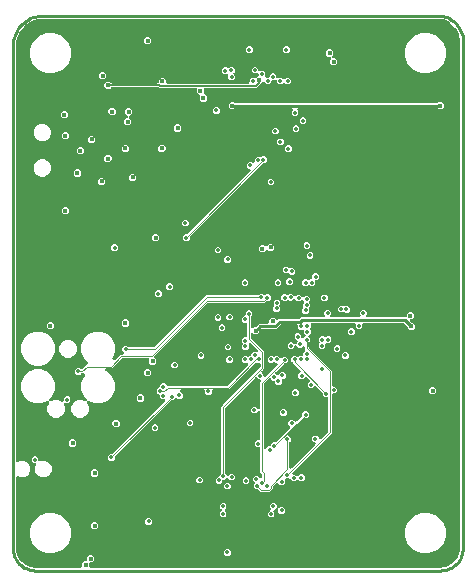
<source format=gbr>
G04 EAGLE Gerber RS-274X export*
G75*
%MOMM*%
%FSLAX34Y34*%
%LPD*%
%INCopper Layer 2*%
%IPPOS*%
%AMOC8*
5,1,8,0,0,1.08239X$1,22.5*%
G01*
%ADD10C,0.403200*%
%ADD11C,0.355600*%
%ADD12C,0.254000*%
%ADD13C,0.101600*%
%ADD14C,0.127000*%
%ADD15C,0.254000*%

G36*
X57538Y2556D02*
X57538Y2556D01*
X57657Y2563D01*
X57695Y2576D01*
X57736Y2581D01*
X57846Y2624D01*
X57959Y2661D01*
X57994Y2683D01*
X58031Y2698D01*
X58127Y2767D01*
X58228Y2831D01*
X58256Y2861D01*
X58289Y2884D01*
X58365Y2976D01*
X58446Y3063D01*
X58466Y3098D01*
X58491Y3129D01*
X58542Y3237D01*
X58600Y3341D01*
X58610Y3381D01*
X58627Y3417D01*
X58649Y3534D01*
X58679Y3649D01*
X58683Y3709D01*
X58687Y3729D01*
X58685Y3750D01*
X58689Y3810D01*
X58689Y6082D01*
X60466Y7859D01*
X61669Y7859D01*
X61787Y7874D01*
X61906Y7881D01*
X61944Y7894D01*
X61985Y7899D01*
X62095Y7942D01*
X62209Y7979D01*
X62243Y8001D01*
X62280Y8016D01*
X62377Y8085D01*
X62477Y8149D01*
X62505Y8179D01*
X62538Y8202D01*
X62614Y8294D01*
X62695Y8381D01*
X62715Y8416D01*
X62740Y8447D01*
X62791Y8555D01*
X62849Y8659D01*
X62859Y8699D01*
X62876Y8735D01*
X62898Y8852D01*
X62928Y8967D01*
X62932Y9027D01*
X62936Y9047D01*
X62935Y9068D01*
X62938Y9128D01*
X62938Y11416D01*
X64715Y13193D01*
X67227Y13193D01*
X69004Y11416D01*
X69004Y8904D01*
X67227Y7127D01*
X66024Y7127D01*
X65906Y7112D01*
X65787Y7105D01*
X65749Y7092D01*
X65708Y7087D01*
X65598Y7044D01*
X65485Y7007D01*
X65450Y6985D01*
X65413Y6970D01*
X65317Y6901D01*
X65216Y6837D01*
X65188Y6807D01*
X65155Y6784D01*
X65079Y6692D01*
X64998Y6605D01*
X64978Y6570D01*
X64953Y6539D01*
X64902Y6431D01*
X64844Y6327D01*
X64834Y6287D01*
X64817Y6251D01*
X64795Y6134D01*
X64765Y6019D01*
X64761Y5959D01*
X64757Y5939D01*
X64759Y5918D01*
X64755Y5858D01*
X64755Y3810D01*
X64770Y3692D01*
X64777Y3573D01*
X64790Y3535D01*
X64795Y3494D01*
X64838Y3384D01*
X64875Y3271D01*
X64897Y3236D01*
X64912Y3199D01*
X64981Y3103D01*
X65045Y3002D01*
X65075Y2974D01*
X65098Y2941D01*
X65190Y2865D01*
X65277Y2784D01*
X65312Y2764D01*
X65343Y2739D01*
X65451Y2688D01*
X65555Y2630D01*
X65595Y2620D01*
X65631Y2603D01*
X65748Y2581D01*
X65863Y2551D01*
X65923Y2547D01*
X65943Y2543D01*
X65964Y2545D01*
X66024Y2541D01*
X361950Y2541D01*
X361972Y2543D01*
X362050Y2545D01*
X364434Y2732D01*
X364501Y2746D01*
X364570Y2751D01*
X364726Y2790D01*
X369261Y4264D01*
X369368Y4314D01*
X369479Y4358D01*
X369530Y4391D01*
X369549Y4399D01*
X369564Y4412D01*
X369615Y4444D01*
X373472Y7247D01*
X373559Y7328D01*
X373650Y7404D01*
X373689Y7451D01*
X373704Y7465D01*
X373715Y7482D01*
X373753Y7528D01*
X376556Y11385D01*
X376575Y11420D01*
X376600Y11451D01*
X376634Y11522D01*
X376677Y11589D01*
X376699Y11646D01*
X376709Y11664D01*
X376714Y11683D01*
X376736Y11738D01*
X376736Y11739D01*
X378210Y16274D01*
X378222Y16342D01*
X378245Y16407D01*
X378268Y16566D01*
X378455Y18950D01*
X378455Y18956D01*
X378456Y18960D01*
X378455Y18980D01*
X378459Y19050D01*
X378459Y443230D01*
X378458Y443239D01*
X378459Y443248D01*
X378438Y443396D01*
X378419Y443546D01*
X378416Y443554D01*
X378415Y443563D01*
X378358Y443700D01*
X378330Y443773D01*
X378447Y444591D01*
X378447Y444601D01*
X378449Y444610D01*
X378459Y444771D01*
X378459Y445679D01*
X378480Y445743D01*
X378520Y445835D01*
X378529Y445893D01*
X378548Y445949D01*
X378568Y446109D01*
X378680Y447878D01*
X378676Y447947D01*
X378681Y448015D01*
X378664Y448176D01*
X377664Y453921D01*
X377629Y454035D01*
X377602Y454150D01*
X377577Y454206D01*
X377571Y454225D01*
X377560Y454243D01*
X377536Y454297D01*
X374810Y459453D01*
X374741Y459550D01*
X374679Y459651D01*
X374639Y459696D01*
X374627Y459713D01*
X374611Y459726D01*
X374571Y459770D01*
X370385Y463831D01*
X370290Y463903D01*
X370200Y463980D01*
X370147Y464010D01*
X370131Y464022D01*
X370112Y464030D01*
X370060Y464060D01*
X364824Y466628D01*
X364759Y466651D01*
X364698Y466682D01*
X364543Y466727D01*
X361860Y467329D01*
X361800Y467334D01*
X361743Y467349D01*
X361582Y467359D01*
X25400Y467359D01*
X25378Y467357D01*
X25300Y467355D01*
X21923Y467090D01*
X21855Y467076D01*
X21786Y467071D01*
X21693Y467047D01*
X21685Y467046D01*
X21677Y467043D01*
X21630Y467031D01*
X15206Y464944D01*
X15099Y464894D01*
X14988Y464850D01*
X14937Y464817D01*
X14918Y464809D01*
X14903Y464796D01*
X14852Y464764D01*
X9388Y460793D01*
X9301Y460712D01*
X9209Y460636D01*
X9171Y460590D01*
X9156Y460576D01*
X9145Y460558D01*
X9107Y460512D01*
X5136Y455048D01*
X5079Y454944D01*
X5015Y454844D01*
X4993Y454787D01*
X4983Y454769D01*
X4978Y454749D01*
X4956Y454694D01*
X2869Y448270D01*
X2856Y448202D01*
X2833Y448136D01*
X2810Y447977D01*
X2545Y444600D01*
X2546Y444578D01*
X2541Y444500D01*
X2541Y93209D01*
X2547Y93159D01*
X2545Y93110D01*
X2567Y93002D01*
X2581Y92893D01*
X2599Y92847D01*
X2609Y92798D01*
X2657Y92700D01*
X2698Y92598D01*
X2727Y92557D01*
X2749Y92513D01*
X2820Y92429D01*
X2884Y92340D01*
X2923Y92309D01*
X2955Y92271D01*
X3045Y92208D01*
X3129Y92137D01*
X3174Y92116D01*
X3215Y92088D01*
X3318Y92049D01*
X3417Y92002D01*
X3466Y91993D01*
X3512Y91975D01*
X3622Y91963D01*
X3729Y91942D01*
X3779Y91945D01*
X3828Y91940D01*
X3937Y91955D01*
X4047Y91962D01*
X4094Y91977D01*
X4143Y91984D01*
X4296Y92036D01*
X6364Y92893D01*
X9165Y92893D01*
X11752Y91821D01*
X13733Y89840D01*
X14805Y87253D01*
X14805Y84451D01*
X13733Y81864D01*
X11752Y79883D01*
X9165Y78811D01*
X6364Y78811D01*
X4296Y79668D01*
X4248Y79681D01*
X4203Y79702D01*
X4095Y79723D01*
X3989Y79752D01*
X3939Y79753D01*
X3890Y79762D01*
X3781Y79755D01*
X3671Y79757D01*
X3623Y79745D01*
X3573Y79742D01*
X3469Y79708D01*
X3362Y79683D01*
X3318Y79659D01*
X3271Y79644D01*
X3178Y79585D01*
X3081Y79534D01*
X3044Y79501D01*
X3002Y79474D01*
X2927Y79394D01*
X2845Y79320D01*
X2818Y79279D01*
X2784Y79242D01*
X2731Y79146D01*
X2671Y79054D01*
X2654Y79007D01*
X2630Y78964D01*
X2603Y78858D01*
X2567Y78753D01*
X2563Y78704D01*
X2551Y78656D01*
X2541Y78495D01*
X2541Y19050D01*
X2543Y19028D01*
X2545Y18950D01*
X2732Y16566D01*
X2746Y16499D01*
X2751Y16430D01*
X2790Y16274D01*
X4264Y11739D01*
X4314Y11632D01*
X4358Y11521D01*
X4391Y11470D01*
X4399Y11451D01*
X4412Y11436D01*
X4444Y11385D01*
X7247Y7528D01*
X7328Y7441D01*
X7404Y7350D01*
X7451Y7311D01*
X7465Y7296D01*
X7482Y7285D01*
X7528Y7247D01*
X11385Y4444D01*
X11489Y4387D01*
X11589Y4323D01*
X11646Y4301D01*
X11664Y4291D01*
X11684Y4286D01*
X11739Y4264D01*
X16274Y2790D01*
X16342Y2778D01*
X16407Y2755D01*
X16566Y2732D01*
X18950Y2545D01*
X18972Y2546D01*
X19050Y2541D01*
X57420Y2541D01*
X57538Y2556D01*
G37*
%LPC*%
G36*
X209680Y66801D02*
X209680Y66801D01*
X208020Y68462D01*
X207942Y68522D01*
X207870Y68590D01*
X207817Y68619D01*
X207769Y68656D01*
X207678Y68696D01*
X207591Y68744D01*
X207533Y68759D01*
X207477Y68783D01*
X207379Y68798D01*
X207283Y68823D01*
X207183Y68829D01*
X207163Y68833D01*
X207151Y68831D01*
X207123Y68833D01*
X205852Y68833D01*
X204215Y70470D01*
X204215Y72786D01*
X204573Y73143D01*
X204646Y73237D01*
X204725Y73327D01*
X204743Y73363D01*
X204768Y73395D01*
X204815Y73504D01*
X204870Y73610D01*
X204878Y73649D01*
X204894Y73687D01*
X204913Y73804D01*
X204939Y73920D01*
X204938Y73961D01*
X204944Y74001D01*
X204933Y74119D01*
X204930Y74238D01*
X204918Y74277D01*
X204914Y74317D01*
X204874Y74429D01*
X204841Y74544D01*
X204821Y74579D01*
X204807Y74617D01*
X204740Y74715D01*
X204680Y74818D01*
X204640Y74863D01*
X204628Y74880D01*
X204613Y74893D01*
X204573Y74938D01*
X203199Y76312D01*
X203199Y78628D01*
X204836Y80265D01*
X207152Y80265D01*
X208907Y78510D01*
X209016Y78425D01*
X209123Y78336D01*
X209142Y78327D01*
X209158Y78315D01*
X209286Y78259D01*
X209411Y78200D01*
X209431Y78197D01*
X209450Y78189D01*
X209588Y78167D01*
X209724Y78141D01*
X209744Y78142D01*
X209764Y78139D01*
X209903Y78152D01*
X210041Y78160D01*
X210060Y78167D01*
X210080Y78168D01*
X210212Y78216D01*
X210343Y78258D01*
X210361Y78269D01*
X210380Y78276D01*
X210495Y78354D01*
X210612Y78429D01*
X210626Y78443D01*
X210643Y78455D01*
X210735Y78559D01*
X210830Y78660D01*
X210840Y78678D01*
X210853Y78693D01*
X210917Y78817D01*
X210984Y78939D01*
X210989Y78958D01*
X210998Y78976D01*
X211028Y79112D01*
X211063Y79247D01*
X211065Y79275D01*
X211068Y79287D01*
X211067Y79307D01*
X211073Y79407D01*
X211073Y81139D01*
X211061Y81237D01*
X211058Y81336D01*
X211041Y81394D01*
X211033Y81454D01*
X210997Y81546D01*
X210969Y81641D01*
X210939Y81694D01*
X210916Y81750D01*
X210858Y81830D01*
X210808Y81915D01*
X210742Y81991D01*
X210730Y82007D01*
X210720Y82015D01*
X210702Y82036D01*
X209295Y83442D01*
X209295Y103378D01*
X209280Y103496D01*
X209273Y103615D01*
X209260Y103653D01*
X209255Y103694D01*
X209212Y103804D01*
X209175Y103917D01*
X209153Y103952D01*
X209138Y103989D01*
X209069Y104085D01*
X209005Y104186D01*
X208975Y104214D01*
X208952Y104247D01*
X208860Y104323D01*
X208773Y104404D01*
X208738Y104424D01*
X208707Y104449D01*
X208599Y104500D01*
X208495Y104558D01*
X208455Y104568D01*
X208419Y104585D01*
X208302Y104607D01*
X208187Y104637D01*
X208127Y104641D01*
X208107Y104645D01*
X208086Y104643D01*
X208026Y104647D01*
X206360Y104647D01*
X204723Y106284D01*
X204723Y108600D01*
X206360Y110237D01*
X208026Y110237D01*
X208144Y110252D01*
X208263Y110259D01*
X208301Y110272D01*
X208342Y110277D01*
X208452Y110320D01*
X208565Y110357D01*
X208600Y110379D01*
X208637Y110394D01*
X208733Y110463D01*
X208834Y110527D01*
X208862Y110557D01*
X208895Y110580D01*
X208971Y110672D01*
X209052Y110759D01*
X209072Y110794D01*
X209097Y110825D01*
X209148Y110933D01*
X209206Y111037D01*
X209216Y111077D01*
X209233Y111113D01*
X209255Y111230D01*
X209285Y111345D01*
X209289Y111405D01*
X209293Y111425D01*
X209291Y111446D01*
X209295Y111506D01*
X209295Y133699D01*
X209278Y133836D01*
X209265Y133975D01*
X209258Y133994D01*
X209255Y134014D01*
X209204Y134143D01*
X209157Y134274D01*
X209146Y134291D01*
X209138Y134310D01*
X209057Y134422D01*
X208979Y134537D01*
X208963Y134551D01*
X208952Y134567D01*
X208844Y134656D01*
X208740Y134748D01*
X208722Y134757D01*
X208707Y134770D01*
X208581Y134829D01*
X208457Y134893D01*
X208437Y134897D01*
X208419Y134906D01*
X208282Y134932D01*
X208147Y134962D01*
X208126Y134962D01*
X208107Y134965D01*
X207968Y134957D01*
X207829Y134953D01*
X207809Y134947D01*
X207789Y134946D01*
X207657Y134903D01*
X207523Y134864D01*
X207506Y134854D01*
X207487Y134848D01*
X207369Y134773D01*
X207249Y134703D01*
X207228Y134684D01*
X207218Y134677D01*
X207204Y134662D01*
X207129Y134596D01*
X205628Y133095D01*
X203312Y133095D01*
X201675Y134732D01*
X201675Y137048D01*
X203312Y138685D01*
X205628Y138685D01*
X207129Y137184D01*
X207238Y137099D01*
X207345Y137010D01*
X207364Y137001D01*
X207380Y136989D01*
X207508Y136933D01*
X207633Y136874D01*
X207653Y136871D01*
X207672Y136863D01*
X207810Y136841D01*
X207946Y136815D01*
X207966Y136816D01*
X207986Y136813D01*
X208125Y136826D01*
X208263Y136834D01*
X208282Y136841D01*
X208302Y136842D01*
X208434Y136890D01*
X208565Y136932D01*
X208583Y136943D01*
X208602Y136950D01*
X208717Y137028D01*
X208834Y137103D01*
X208848Y137117D01*
X208865Y137129D01*
X208957Y137233D01*
X209052Y137334D01*
X209062Y137352D01*
X209075Y137367D01*
X209139Y137491D01*
X209206Y137613D01*
X209211Y137632D01*
X209220Y137650D01*
X209250Y137786D01*
X209285Y137921D01*
X209287Y137949D01*
X209290Y137961D01*
X209289Y137981D01*
X209295Y138081D01*
X209295Y159382D01*
X209798Y159885D01*
X209883Y159994D01*
X209972Y160101D01*
X209981Y160120D01*
X209993Y160136D01*
X210048Y160264D01*
X210108Y160389D01*
X210111Y160409D01*
X210120Y160428D01*
X210141Y160566D01*
X210167Y160702D01*
X210166Y160722D01*
X210169Y160742D01*
X210156Y160881D01*
X210148Y161019D01*
X210141Y161038D01*
X210140Y161058D01*
X210092Y161189D01*
X210050Y161321D01*
X210039Y161339D01*
X210032Y161358D01*
X209954Y161472D01*
X209879Y161590D01*
X209865Y161604D01*
X209853Y161621D01*
X209749Y161713D01*
X209648Y161808D01*
X209630Y161818D01*
X209615Y161831D01*
X209491Y161894D01*
X209369Y161962D01*
X209350Y161967D01*
X209332Y161976D01*
X209196Y162006D01*
X209061Y162041D01*
X209033Y162043D01*
X209021Y162046D01*
X209001Y162045D01*
X208901Y162051D01*
X208138Y162051D01*
X206882Y163307D01*
X206788Y163380D01*
X206699Y163459D01*
X206663Y163477D01*
X206631Y163502D01*
X206522Y163549D01*
X206416Y163604D01*
X206377Y163612D01*
X206339Y163628D01*
X206222Y163647D01*
X206106Y163673D01*
X206065Y163672D01*
X206025Y163678D01*
X205907Y163667D01*
X205788Y163664D01*
X205749Y163652D01*
X205709Y163649D01*
X205596Y163608D01*
X205482Y163575D01*
X205447Y163555D01*
X205409Y163541D01*
X205311Y163474D01*
X205208Y163414D01*
X205163Y163374D01*
X205146Y163362D01*
X205133Y163347D01*
X205087Y163307D01*
X179696Y137916D01*
X179636Y137838D01*
X179568Y137766D01*
X179539Y137713D01*
X179502Y137665D01*
X179462Y137574D01*
X179414Y137487D01*
X179399Y137429D01*
X179375Y137373D01*
X179360Y137275D01*
X179335Y137179D01*
X179329Y137079D01*
X179325Y137059D01*
X179327Y137047D01*
X179325Y137019D01*
X179325Y82709D01*
X179337Y82611D01*
X179340Y82512D01*
X179357Y82454D01*
X179365Y82394D01*
X179401Y82302D01*
X179429Y82207D01*
X179459Y82154D01*
X179482Y82098D01*
X179540Y82018D01*
X179590Y81933D01*
X179656Y81857D01*
X179668Y81841D01*
X179678Y81833D01*
X179696Y81812D01*
X180966Y80542D01*
X181060Y80469D01*
X181150Y80390D01*
X181168Y80381D01*
X181183Y80368D01*
X181202Y80359D01*
X181218Y80347D01*
X181326Y80300D01*
X181433Y80245D01*
X181453Y80241D01*
X181471Y80232D01*
X181491Y80229D01*
X181510Y80221D01*
X181626Y80202D01*
X181743Y80176D01*
X181764Y80176D01*
X181783Y80173D01*
X181804Y80174D01*
X181824Y80171D01*
X181941Y80182D01*
X182061Y80185D01*
X182081Y80191D01*
X182101Y80192D01*
X182120Y80199D01*
X182140Y80201D01*
X182252Y80241D01*
X182367Y80274D01*
X182384Y80284D01*
X182403Y80290D01*
X182421Y80301D01*
X182440Y80308D01*
X182538Y80375D01*
X182641Y80435D01*
X182662Y80454D01*
X182672Y80461D01*
X182686Y80475D01*
X182703Y80487D01*
X182716Y80502D01*
X182761Y80542D01*
X184262Y82043D01*
X186578Y82043D01*
X188215Y80406D01*
X188215Y78090D01*
X186578Y76453D01*
X184242Y76453D01*
X184233Y76469D01*
X184214Y76490D01*
X184207Y76500D01*
X184192Y76514D01*
X184126Y76589D01*
X182254Y78462D01*
X182160Y78535D01*
X182070Y78614D01*
X182052Y78623D01*
X182037Y78636D01*
X182018Y78645D01*
X182002Y78657D01*
X181894Y78704D01*
X181787Y78759D01*
X181767Y78763D01*
X181749Y78772D01*
X181729Y78775D01*
X181710Y78783D01*
X181594Y78802D01*
X181477Y78828D01*
X181456Y78828D01*
X181437Y78831D01*
X181416Y78830D01*
X181396Y78833D01*
X181279Y78822D01*
X181159Y78819D01*
X181139Y78813D01*
X181119Y78812D01*
X181100Y78805D01*
X181080Y78803D01*
X180968Y78763D01*
X180853Y78730D01*
X180836Y78720D01*
X180817Y78714D01*
X180799Y78703D01*
X180780Y78696D01*
X180682Y78629D01*
X180579Y78569D01*
X180558Y78550D01*
X180548Y78543D01*
X180534Y78528D01*
X180517Y78517D01*
X180504Y78502D01*
X180459Y78462D01*
X178958Y76961D01*
X178562Y76961D01*
X178444Y76946D01*
X178325Y76939D01*
X178287Y76926D01*
X178246Y76921D01*
X178136Y76878D01*
X178023Y76841D01*
X177988Y76819D01*
X177951Y76804D01*
X177855Y76735D01*
X177754Y76671D01*
X177726Y76641D01*
X177693Y76618D01*
X177617Y76526D01*
X177536Y76439D01*
X177516Y76404D01*
X177491Y76373D01*
X177440Y76265D01*
X177382Y76161D01*
X177372Y76121D01*
X177355Y76085D01*
X177333Y75968D01*
X177303Y75853D01*
X177299Y75793D01*
X177295Y75773D01*
X177297Y75752D01*
X177293Y75692D01*
X177293Y75296D01*
X175656Y73659D01*
X173340Y73659D01*
X171703Y75296D01*
X171703Y77612D01*
X173340Y79249D01*
X173736Y79249D01*
X173854Y79264D01*
X173973Y79271D01*
X174011Y79284D01*
X174052Y79289D01*
X174162Y79332D01*
X174275Y79369D01*
X174310Y79391D01*
X174347Y79406D01*
X174443Y79475D01*
X174544Y79539D01*
X174572Y79569D01*
X174605Y79592D01*
X174681Y79684D01*
X174762Y79771D01*
X174782Y79806D01*
X174807Y79837D01*
X174858Y79945D01*
X174916Y80049D01*
X174926Y80089D01*
X174943Y80125D01*
X174965Y80242D01*
X174995Y80357D01*
X174999Y80417D01*
X175003Y80437D01*
X175001Y80458D01*
X175005Y80518D01*
X175005Y80914D01*
X175904Y81812D01*
X175964Y81890D01*
X176032Y81962D01*
X176061Y82015D01*
X176098Y82063D01*
X176138Y82154D01*
X176186Y82241D01*
X176201Y82299D01*
X176225Y82355D01*
X176240Y82453D01*
X176265Y82549D01*
X176271Y82649D01*
X176275Y82669D01*
X176273Y82681D01*
X176275Y82709D01*
X176275Y138808D01*
X177540Y140072D01*
X209432Y171964D01*
X209492Y172042D01*
X209560Y172114D01*
X209589Y172167D01*
X209626Y172215D01*
X209666Y172306D01*
X209714Y172393D01*
X209729Y172451D01*
X209753Y172507D01*
X209768Y172605D01*
X209793Y172701D01*
X209799Y172800D01*
X209803Y172821D01*
X209801Y172833D01*
X209803Y172861D01*
X209803Y174752D01*
X209788Y174870D01*
X209781Y174989D01*
X209768Y175027D01*
X209763Y175068D01*
X209720Y175178D01*
X209683Y175291D01*
X209661Y175326D01*
X209646Y175363D01*
X209577Y175459D01*
X209513Y175560D01*
X209483Y175588D01*
X209460Y175621D01*
X209368Y175697D01*
X209281Y175778D01*
X209246Y175798D01*
X209215Y175823D01*
X209107Y175874D01*
X209003Y175932D01*
X208963Y175942D01*
X208927Y175959D01*
X208810Y175981D01*
X208695Y176011D01*
X208635Y176015D01*
X208615Y176019D01*
X208594Y176017D01*
X208534Y176021D01*
X206725Y176021D01*
X206670Y176050D01*
X206631Y176058D01*
X206594Y176074D01*
X206476Y176093D01*
X206360Y176119D01*
X206319Y176118D01*
X206279Y176124D01*
X206161Y176113D01*
X206042Y176110D01*
X206003Y176098D01*
X205963Y176095D01*
X205851Y176054D01*
X205736Y176021D01*
X205702Y176001D01*
X205664Y175987D01*
X205565Y175920D01*
X205462Y175860D01*
X205417Y175820D01*
X205400Y175808D01*
X205387Y175793D01*
X205341Y175753D01*
X184268Y154680D01*
X183004Y153415D01*
X169672Y153415D01*
X169554Y153400D01*
X169435Y153393D01*
X169397Y153380D01*
X169356Y153375D01*
X169246Y153332D01*
X169133Y153295D01*
X169098Y153273D01*
X169061Y153258D01*
X168965Y153189D01*
X168864Y153125D01*
X168836Y153095D01*
X168803Y153072D01*
X168727Y152980D01*
X168646Y152893D01*
X168626Y152858D01*
X168601Y152827D01*
X168550Y152719D01*
X168492Y152615D01*
X168482Y152575D01*
X168465Y152539D01*
X168443Y152422D01*
X168413Y152307D01*
X168409Y152247D01*
X168405Y152227D01*
X168407Y152206D01*
X168403Y152146D01*
X168403Y150480D01*
X166766Y148843D01*
X164450Y148843D01*
X162813Y150480D01*
X162813Y152146D01*
X162798Y152264D01*
X162791Y152383D01*
X162778Y152421D01*
X162773Y152462D01*
X162730Y152572D01*
X162693Y152685D01*
X162671Y152720D01*
X162656Y152757D01*
X162587Y152853D01*
X162523Y152954D01*
X162493Y152982D01*
X162470Y153015D01*
X162378Y153091D01*
X162291Y153172D01*
X162256Y153192D01*
X162225Y153217D01*
X162117Y153268D01*
X162013Y153326D01*
X161973Y153336D01*
X161937Y153353D01*
X161820Y153375D01*
X161705Y153405D01*
X161645Y153409D01*
X161625Y153413D01*
X161604Y153411D01*
X161544Y153415D01*
X142907Y153415D01*
X142770Y153398D01*
X142631Y153385D01*
X142612Y153378D01*
X142592Y153375D01*
X142463Y153324D01*
X142332Y153277D01*
X142315Y153266D01*
X142296Y153258D01*
X142184Y153177D01*
X142069Y153099D01*
X142055Y153083D01*
X142039Y153072D01*
X141950Y152964D01*
X141858Y152860D01*
X141849Y152842D01*
X141836Y152827D01*
X141777Y152701D01*
X141713Y152577D01*
X141709Y152557D01*
X141700Y152539D01*
X141674Y152402D01*
X141644Y152267D01*
X141644Y152246D01*
X141641Y152227D01*
X141649Y152088D01*
X141653Y151949D01*
X141659Y151929D01*
X141660Y151909D01*
X141703Y151777D01*
X141742Y151643D01*
X141752Y151626D01*
X141758Y151607D01*
X141833Y151489D01*
X141903Y151369D01*
X141922Y151348D01*
X141929Y151338D01*
X141944Y151324D01*
X142010Y151249D01*
X143765Y149494D01*
X143765Y147178D01*
X142128Y145541D01*
X139812Y145541D01*
X139327Y146026D01*
X139233Y146100D01*
X139144Y146178D01*
X139126Y146187D01*
X139111Y146200D01*
X139092Y146209D01*
X139076Y146221D01*
X138966Y146269D01*
X138861Y146322D01*
X138841Y146327D01*
X138823Y146336D01*
X138803Y146339D01*
X138784Y146347D01*
X138666Y146366D01*
X138551Y146392D01*
X138531Y146392D01*
X138510Y146395D01*
X138490Y146394D01*
X138470Y146397D01*
X138351Y146386D01*
X138233Y146382D01*
X138214Y146377D01*
X138193Y146376D01*
X138174Y146369D01*
X138154Y146368D01*
X138041Y146327D01*
X137927Y146294D01*
X137910Y146284D01*
X137891Y146278D01*
X137873Y146267D01*
X137854Y146260D01*
X137755Y146193D01*
X137653Y146133D01*
X137632Y146114D01*
X137622Y146107D01*
X137608Y146093D01*
X137591Y146081D01*
X137578Y146066D01*
X137532Y146026D01*
X135524Y144017D01*
X134253Y144017D01*
X134155Y144005D01*
X134056Y144002D01*
X133998Y143985D01*
X133938Y143977D01*
X133846Y143941D01*
X133751Y143913D01*
X133698Y143883D01*
X133642Y143860D01*
X133562Y143802D01*
X133477Y143752D01*
X133401Y143686D01*
X133385Y143674D01*
X133377Y143664D01*
X133356Y143646D01*
X86478Y96768D01*
X86418Y96690D01*
X86350Y96618D01*
X86321Y96565D01*
X86284Y96517D01*
X86244Y96426D01*
X86196Y96339D01*
X86181Y96281D01*
X86157Y96225D01*
X86142Y96127D01*
X86117Y96031D01*
X86111Y95931D01*
X86107Y95911D01*
X86109Y95899D01*
X86107Y95871D01*
X86107Y94600D01*
X84470Y92963D01*
X82154Y92963D01*
X80517Y94600D01*
X80517Y96916D01*
X82154Y98553D01*
X83425Y98553D01*
X83523Y98565D01*
X83622Y98568D01*
X83680Y98585D01*
X83740Y98593D01*
X83832Y98629D01*
X83927Y98657D01*
X83980Y98687D01*
X84036Y98710D01*
X84116Y98768D01*
X84201Y98818D01*
X84277Y98884D01*
X84293Y98896D01*
X84301Y98906D01*
X84322Y98924D01*
X128518Y143121D01*
X128603Y143230D01*
X128692Y143337D01*
X128701Y143356D01*
X128713Y143372D01*
X128769Y143500D01*
X128828Y143625D01*
X128831Y143645D01*
X128840Y143664D01*
X128861Y143802D01*
X128887Y143938D01*
X128886Y143958D01*
X128889Y143978D01*
X128876Y144117D01*
X128868Y144255D01*
X128861Y144274D01*
X128860Y144294D01*
X128812Y144426D01*
X128770Y144557D01*
X128759Y144575D01*
X128752Y144594D01*
X128674Y144709D01*
X128599Y144826D01*
X128585Y144840D01*
X128573Y144857D01*
X128469Y144949D01*
X128368Y145044D01*
X128350Y145054D01*
X128335Y145067D01*
X128211Y145130D01*
X128089Y145198D01*
X128070Y145203D01*
X128052Y145212D01*
X127916Y145242D01*
X127781Y145277D01*
X127753Y145279D01*
X127741Y145282D01*
X127721Y145281D01*
X127621Y145287D01*
X126096Y145287D01*
X124459Y146924D01*
X124459Y147828D01*
X124444Y147946D01*
X124437Y148065D01*
X124424Y148103D01*
X124419Y148144D01*
X124376Y148254D01*
X124339Y148367D01*
X124317Y148402D01*
X124302Y148439D01*
X124233Y148535D01*
X124169Y148636D01*
X124139Y148664D01*
X124116Y148697D01*
X124024Y148773D01*
X123937Y148854D01*
X123902Y148874D01*
X123871Y148899D01*
X123763Y148950D01*
X123659Y149008D01*
X123619Y149018D01*
X123583Y149035D01*
X123466Y149057D01*
X123351Y149087D01*
X123310Y149090D01*
X121665Y150734D01*
X121665Y153050D01*
X123318Y154702D01*
X123427Y154709D01*
X123465Y154722D01*
X123506Y154727D01*
X123616Y154770D01*
X123729Y154807D01*
X123764Y154829D01*
X123801Y154844D01*
X123897Y154913D01*
X123998Y154977D01*
X124026Y155007D01*
X124059Y155030D01*
X124135Y155122D01*
X124216Y155209D01*
X124236Y155244D01*
X124261Y155275D01*
X124312Y155383D01*
X124370Y155487D01*
X124380Y155527D01*
X124397Y155563D01*
X124419Y155680D01*
X124449Y155795D01*
X124453Y155855D01*
X124457Y155875D01*
X124455Y155896D01*
X124459Y155956D01*
X124459Y156860D01*
X126096Y158497D01*
X128412Y158497D01*
X130072Y156836D01*
X130150Y156776D01*
X130222Y156708D01*
X130275Y156679D01*
X130323Y156642D01*
X130414Y156602D01*
X130501Y156554D01*
X130559Y156539D01*
X130615Y156515D01*
X130713Y156500D01*
X130809Y156475D01*
X130909Y156469D01*
X130929Y156465D01*
X130941Y156467D01*
X130969Y156465D01*
X181215Y156465D01*
X181313Y156477D01*
X181412Y156480D01*
X181470Y156497D01*
X181530Y156505D01*
X181622Y156541D01*
X181717Y156569D01*
X181770Y156599D01*
X181826Y156622D01*
X181906Y156680D01*
X181991Y156730D01*
X182067Y156796D01*
X182083Y156808D01*
X182091Y156818D01*
X182112Y156836D01*
X199130Y173855D01*
X199215Y173964D01*
X199304Y174071D01*
X199313Y174090D01*
X199325Y174106D01*
X199381Y174234D01*
X199440Y174359D01*
X199443Y174379D01*
X199452Y174398D01*
X199473Y174536D01*
X199499Y174672D01*
X199498Y174692D01*
X199501Y174712D01*
X199488Y174851D01*
X199480Y174989D01*
X199473Y175008D01*
X199472Y175028D01*
X199424Y175160D01*
X199382Y175291D01*
X199371Y175309D01*
X199364Y175328D01*
X199286Y175443D01*
X199211Y175560D01*
X199197Y175574D01*
X199185Y175591D01*
X199081Y175683D01*
X198980Y175778D01*
X198962Y175788D01*
X198947Y175801D01*
X198823Y175864D01*
X198701Y175932D01*
X198682Y175937D01*
X198664Y175946D01*
X198528Y175976D01*
X198393Y176011D01*
X198365Y176013D01*
X198353Y176016D01*
X198333Y176015D01*
X198233Y176021D01*
X195692Y176021D01*
X194055Y177658D01*
X194055Y179974D01*
X195692Y181611D01*
X198008Y181611D01*
X198238Y181380D01*
X198333Y181307D01*
X198422Y181228D01*
X198458Y181210D01*
X198490Y181185D01*
X198599Y181138D01*
X198705Y181083D01*
X198744Y181075D01*
X198782Y181059D01*
X198899Y181040D01*
X199015Y181014D01*
X199056Y181015D01*
X199096Y181009D01*
X199214Y181020D01*
X199333Y181023D01*
X199372Y181035D01*
X199412Y181039D01*
X199524Y181079D01*
X199639Y181112D01*
X199674Y181132D01*
X199712Y181146D01*
X199810Y181213D01*
X199913Y181273D01*
X199958Y181313D01*
X199975Y181325D01*
X199988Y181340D01*
X200033Y181380D01*
X200264Y181611D01*
X200660Y181611D01*
X200778Y181626D01*
X200897Y181633D01*
X200935Y181646D01*
X200976Y181651D01*
X201086Y181694D01*
X201199Y181731D01*
X201234Y181753D01*
X201271Y181768D01*
X201367Y181837D01*
X201468Y181901D01*
X201496Y181931D01*
X201529Y181954D01*
X201605Y182046D01*
X201686Y182133D01*
X201706Y182168D01*
X201731Y182199D01*
X201782Y182307D01*
X201840Y182411D01*
X201850Y182451D01*
X201867Y182487D01*
X201889Y182604D01*
X201919Y182719D01*
X201923Y182779D01*
X201927Y182799D01*
X201925Y182820D01*
X201929Y182880D01*
X201929Y183276D01*
X203566Y184913D01*
X206107Y184913D01*
X206244Y184930D01*
X206383Y184943D01*
X206402Y184950D01*
X206422Y184953D01*
X206551Y185004D01*
X206682Y185051D01*
X206699Y185062D01*
X206718Y185070D01*
X206830Y185151D01*
X206945Y185229D01*
X206959Y185245D01*
X206975Y185256D01*
X207064Y185364D01*
X207156Y185468D01*
X207165Y185486D01*
X207178Y185501D01*
X207237Y185627D01*
X207301Y185751D01*
X207305Y185771D01*
X207314Y185789D01*
X207340Y185925D01*
X207370Y186061D01*
X207370Y186082D01*
X207373Y186101D01*
X207365Y186240D01*
X207361Y186379D01*
X207355Y186399D01*
X207354Y186419D01*
X207311Y186551D01*
X207272Y186685D01*
X207262Y186702D01*
X207256Y186721D01*
X207181Y186839D01*
X207111Y186959D01*
X207092Y186980D01*
X207085Y186990D01*
X207071Y187004D01*
X207004Y187079D01*
X201811Y192272D01*
X201702Y192357D01*
X201595Y192446D01*
X201576Y192455D01*
X201560Y192467D01*
X201432Y192523D01*
X201307Y192582D01*
X201287Y192585D01*
X201268Y192594D01*
X201130Y192615D01*
X200994Y192641D01*
X200974Y192640D01*
X200954Y192643D01*
X200815Y192630D01*
X200677Y192622D01*
X200658Y192615D01*
X200638Y192614D01*
X200506Y192566D01*
X200375Y192524D01*
X200357Y192513D01*
X200338Y192506D01*
X200223Y192428D01*
X200106Y192353D01*
X200092Y192339D01*
X200075Y192327D01*
X199983Y192223D01*
X199888Y192122D01*
X199878Y192104D01*
X199865Y192089D01*
X199801Y191965D01*
X199734Y191843D01*
X199729Y191824D01*
X199720Y191806D01*
X199690Y191670D01*
X199655Y191535D01*
X199653Y191507D01*
X199650Y191495D01*
X199651Y191475D01*
X199645Y191375D01*
X199645Y188580D01*
X198008Y186943D01*
X195692Y186943D01*
X194055Y188580D01*
X194055Y190896D01*
X194413Y191254D01*
X194486Y191348D01*
X194565Y191437D01*
X194583Y191473D01*
X194608Y191505D01*
X194655Y191614D01*
X194710Y191720D01*
X194718Y191759D01*
X194734Y191797D01*
X194753Y191914D01*
X194779Y192030D01*
X194778Y192071D01*
X194784Y192111D01*
X194773Y192229D01*
X194770Y192348D01*
X194758Y192387D01*
X194754Y192427D01*
X194714Y192539D01*
X194681Y192654D01*
X194661Y192689D01*
X194647Y192727D01*
X194580Y192825D01*
X194520Y192928D01*
X194480Y192973D01*
X194468Y192990D01*
X194453Y193003D01*
X194413Y193049D01*
X194055Y193406D01*
X194055Y195722D01*
X195692Y197359D01*
X197104Y197359D01*
X197222Y197374D01*
X197341Y197381D01*
X197379Y197394D01*
X197420Y197399D01*
X197530Y197442D01*
X197643Y197479D01*
X197678Y197501D01*
X197715Y197516D01*
X197811Y197585D01*
X197912Y197649D01*
X197940Y197679D01*
X197973Y197702D01*
X198049Y197794D01*
X198130Y197881D01*
X198150Y197916D01*
X198175Y197947D01*
X198226Y198055D01*
X198284Y198159D01*
X198294Y198199D01*
X198311Y198235D01*
X198333Y198352D01*
X198363Y198467D01*
X198367Y198527D01*
X198371Y198547D01*
X198369Y198568D01*
X198373Y198628D01*
X198373Y208534D01*
X198358Y208652D01*
X198351Y208771D01*
X198338Y208809D01*
X198333Y208850D01*
X198290Y208960D01*
X198253Y209073D01*
X198231Y209108D01*
X198216Y209145D01*
X198147Y209241D01*
X198083Y209342D01*
X198053Y209370D01*
X198030Y209403D01*
X197938Y209479D01*
X197851Y209560D01*
X197816Y209580D01*
X197785Y209605D01*
X197677Y209656D01*
X197573Y209714D01*
X197533Y209724D01*
X197497Y209741D01*
X197380Y209763D01*
X197265Y209793D01*
X197205Y209797D01*
X197185Y209801D01*
X197164Y209799D01*
X197104Y209803D01*
X195438Y209803D01*
X193801Y211440D01*
X193801Y213756D01*
X195438Y215393D01*
X195834Y215393D01*
X195952Y215408D01*
X196071Y215415D01*
X196109Y215428D01*
X196150Y215433D01*
X196260Y215476D01*
X196373Y215513D01*
X196408Y215535D01*
X196445Y215550D01*
X196541Y215619D01*
X196642Y215683D01*
X196670Y215713D01*
X196703Y215736D01*
X196779Y215828D01*
X196860Y215915D01*
X196880Y215950D01*
X196905Y215981D01*
X196956Y216089D01*
X197014Y216193D01*
X197024Y216233D01*
X197041Y216269D01*
X197063Y216386D01*
X197093Y216501D01*
X197097Y216561D01*
X197101Y216581D01*
X197099Y216602D01*
X197103Y216662D01*
X197103Y218582D01*
X198740Y220219D01*
X201056Y220219D01*
X202693Y218582D01*
X202693Y216266D01*
X201795Y215368D01*
X201734Y215290D01*
X201666Y215218D01*
X201637Y215165D01*
X201600Y215117D01*
X201560Y215026D01*
X201512Y214939D01*
X201497Y214881D01*
X201473Y214825D01*
X201458Y214727D01*
X201433Y214631D01*
X201427Y214531D01*
X201423Y214511D01*
X201425Y214499D01*
X201423Y214471D01*
X201423Y206490D01*
X201440Y206352D01*
X201453Y206214D01*
X201460Y206195D01*
X201463Y206174D01*
X201514Y206045D01*
X201561Y205914D01*
X201572Y205897D01*
X201580Y205879D01*
X201661Y205766D01*
X201739Y205651D01*
X201755Y205638D01*
X201766Y205621D01*
X201874Y205533D01*
X201978Y205441D01*
X201996Y205431D01*
X202011Y205419D01*
X202137Y205359D01*
X202261Y205296D01*
X202281Y205292D01*
X202299Y205283D01*
X202436Y205257D01*
X202571Y205226D01*
X202592Y205227D01*
X202611Y205223D01*
X202750Y205232D01*
X202889Y205236D01*
X202909Y205242D01*
X202929Y205243D01*
X203061Y205286D01*
X203195Y205324D01*
X203212Y205335D01*
X203231Y205341D01*
X203349Y205415D01*
X203469Y205486D01*
X203490Y205505D01*
X203500Y205511D01*
X203514Y205526D01*
X203589Y205592D01*
X204230Y206233D01*
X204759Y206233D01*
X204857Y206245D01*
X204956Y206248D01*
X205014Y206265D01*
X205075Y206273D01*
X205167Y206309D01*
X205262Y206337D01*
X205314Y206367D01*
X205370Y206390D01*
X205450Y206448D01*
X205536Y206498D01*
X205611Y206564D01*
X205628Y206576D01*
X205635Y206586D01*
X205657Y206604D01*
X208111Y209059D01*
X215916Y209059D01*
X216034Y209074D01*
X216153Y209081D01*
X216191Y209094D01*
X216232Y209099D01*
X216342Y209142D01*
X216455Y209179D01*
X216490Y209201D01*
X216527Y209216D01*
X216623Y209285D01*
X216724Y209349D01*
X216752Y209379D01*
X216785Y209402D01*
X216861Y209494D01*
X216942Y209581D01*
X216962Y209616D01*
X216987Y209647D01*
X217038Y209755D01*
X217096Y209859D01*
X217106Y209899D01*
X217123Y209935D01*
X217145Y210052D01*
X217175Y210167D01*
X217179Y210227D01*
X217183Y210247D01*
X217181Y210268D01*
X217185Y210328D01*
X217185Y212330D01*
X218962Y214107D01*
X221474Y214107D01*
X222890Y212691D01*
X222984Y212618D01*
X223073Y212539D01*
X223109Y212521D01*
X223141Y212496D01*
X223251Y212449D01*
X223357Y212395D01*
X223396Y212386D01*
X223433Y212370D01*
X223551Y212351D01*
X223667Y212325D01*
X223707Y212326D01*
X223747Y212320D01*
X223866Y212331D01*
X223985Y212335D01*
X224024Y212346D01*
X224064Y212350D01*
X224176Y212390D01*
X224290Y212423D01*
X224325Y212444D01*
X224363Y212457D01*
X224462Y212524D01*
X224564Y212585D01*
X224609Y212624D01*
X224626Y212636D01*
X224640Y212651D01*
X224685Y212691D01*
X225101Y213107D01*
X241859Y213107D01*
X241957Y213119D01*
X242056Y213122D01*
X242114Y213139D01*
X242175Y213147D01*
X242267Y213183D01*
X242362Y213211D01*
X242414Y213241D01*
X242470Y213264D01*
X242550Y213322D01*
X242636Y213372D01*
X242711Y213438D01*
X242728Y213450D01*
X242735Y213460D01*
X242757Y213478D01*
X243655Y214377D01*
X262985Y214377D01*
X263123Y214394D01*
X263261Y214407D01*
X263280Y214414D01*
X263300Y214417D01*
X263430Y214468D01*
X263560Y214515D01*
X263577Y214526D01*
X263596Y214534D01*
X263708Y214615D01*
X263823Y214693D01*
X263837Y214709D01*
X263853Y214720D01*
X263942Y214828D01*
X264034Y214932D01*
X264043Y214950D01*
X264056Y214965D01*
X264115Y215091D01*
X264179Y215215D01*
X264183Y215235D01*
X264192Y215253D01*
X264218Y215389D01*
X264248Y215525D01*
X264248Y215546D01*
X264251Y215565D01*
X264243Y215704D01*
X264239Y215843D01*
X264233Y215863D01*
X264232Y215883D01*
X264189Y216015D01*
X264150Y216149D01*
X264140Y216166D01*
X264134Y216185D01*
X264059Y216303D01*
X263989Y216423D01*
X263970Y216444D01*
X263963Y216454D01*
X263949Y216468D01*
X263882Y216544D01*
X263651Y216774D01*
X263651Y219090D01*
X265288Y220727D01*
X267604Y220727D01*
X269241Y219090D01*
X269241Y216774D01*
X269010Y216544D01*
X268925Y216434D01*
X268836Y216327D01*
X268827Y216308D01*
X268815Y216292D01*
X268759Y216164D01*
X268700Y216039D01*
X268697Y216019D01*
X268689Y216000D01*
X268667Y215862D01*
X268641Y215726D01*
X268642Y215706D01*
X268639Y215686D01*
X268652Y215547D01*
X268660Y215409D01*
X268667Y215390D01*
X268668Y215370D01*
X268716Y215239D01*
X268758Y215107D01*
X268769Y215089D01*
X268776Y215070D01*
X268854Y214956D01*
X268929Y214838D01*
X268943Y214824D01*
X268955Y214807D01*
X269059Y214715D01*
X269160Y214620D01*
X269178Y214610D01*
X269193Y214597D01*
X269317Y214534D01*
X269439Y214466D01*
X269458Y214461D01*
X269476Y214452D01*
X269612Y214422D01*
X269747Y214387D01*
X269775Y214385D01*
X269787Y214382D01*
X269807Y214383D01*
X269907Y214377D01*
X293211Y214377D01*
X293349Y214394D01*
X293487Y214407D01*
X293506Y214414D01*
X293526Y214417D01*
X293656Y214468D01*
X293786Y214515D01*
X293803Y214526D01*
X293822Y214534D01*
X293934Y214615D01*
X294049Y214693D01*
X294063Y214709D01*
X294079Y214720D01*
X294168Y214828D01*
X294260Y214932D01*
X294269Y214950D01*
X294282Y214965D01*
X294341Y215091D01*
X294405Y215215D01*
X294409Y215235D01*
X294418Y215253D01*
X294444Y215389D01*
X294474Y215525D01*
X294474Y215546D01*
X294477Y215565D01*
X294469Y215704D01*
X294465Y215843D01*
X294459Y215863D01*
X294458Y215883D01*
X294415Y216015D01*
X294376Y216149D01*
X294366Y216166D01*
X294360Y216185D01*
X294285Y216303D01*
X294215Y216423D01*
X294196Y216444D01*
X294189Y216454D01*
X294175Y216468D01*
X294108Y216544D01*
X293877Y216774D01*
X293877Y219090D01*
X295514Y220727D01*
X297830Y220727D01*
X299467Y219090D01*
X299467Y216774D01*
X299236Y216544D01*
X299151Y216434D01*
X299062Y216327D01*
X299053Y216308D01*
X299041Y216292D01*
X298985Y216164D01*
X298926Y216039D01*
X298923Y216019D01*
X298915Y216000D01*
X298893Y215862D01*
X298867Y215726D01*
X298868Y215706D01*
X298865Y215686D01*
X298878Y215547D01*
X298886Y215409D01*
X298893Y215390D01*
X298894Y215370D01*
X298942Y215239D01*
X298984Y215107D01*
X298995Y215089D01*
X299002Y215070D01*
X299080Y214956D01*
X299155Y214838D01*
X299169Y214824D01*
X299181Y214807D01*
X299285Y214715D01*
X299386Y214620D01*
X299404Y214610D01*
X299419Y214597D01*
X299543Y214534D01*
X299665Y214466D01*
X299684Y214461D01*
X299702Y214452D01*
X299838Y214422D01*
X299973Y214387D01*
X300001Y214385D01*
X300013Y214382D01*
X300033Y214383D01*
X300133Y214377D01*
X332248Y214377D01*
X332366Y214392D01*
X332485Y214399D01*
X332523Y214412D01*
X332564Y214417D01*
X332674Y214460D01*
X332787Y214497D01*
X332822Y214519D01*
X332859Y214534D01*
X332955Y214603D01*
X333056Y214667D01*
X333084Y214697D01*
X333117Y214720D01*
X333193Y214812D01*
X333274Y214899D01*
X333294Y214934D01*
X333319Y214965D01*
X333370Y215073D01*
X333428Y215177D01*
X333438Y215217D01*
X333455Y215253D01*
X333477Y215370D01*
X333507Y215485D01*
X333511Y215545D01*
X333515Y215565D01*
X333513Y215586D01*
X333517Y215646D01*
X333517Y217156D01*
X335294Y218933D01*
X337806Y218933D01*
X339583Y217156D01*
X339583Y214644D01*
X337806Y212867D01*
X337499Y212867D01*
X337361Y212850D01*
X337223Y212837D01*
X337204Y212830D01*
X337183Y212827D01*
X337054Y212776D01*
X336923Y212729D01*
X336906Y212718D01*
X336888Y212710D01*
X336775Y212629D01*
X336660Y212551D01*
X336647Y212535D01*
X336630Y212524D01*
X336541Y212416D01*
X336450Y212312D01*
X336440Y212294D01*
X336428Y212279D01*
X336368Y212153D01*
X336305Y212029D01*
X336301Y212009D01*
X336292Y211991D01*
X336266Y211855D01*
X336235Y211719D01*
X336236Y211698D01*
X336232Y211679D01*
X336241Y211540D01*
X336245Y211401D01*
X336251Y211381D01*
X336252Y211361D01*
X336295Y211229D01*
X336333Y211095D01*
X336344Y211078D01*
X336350Y211059D01*
X336424Y210941D01*
X336495Y210821D01*
X336514Y210800D01*
X336520Y210790D01*
X336535Y210776D01*
X336601Y210700D01*
X337141Y210160D01*
X337220Y210100D01*
X337292Y210032D01*
X337345Y210003D01*
X337393Y209966D01*
X337484Y209926D01*
X337570Y209878D01*
X337629Y209863D01*
X337685Y209839D01*
X337782Y209824D01*
X337878Y209799D01*
X337978Y209793D01*
X337999Y209789D01*
X338011Y209791D01*
X338039Y209789D01*
X338568Y209789D01*
X340345Y208012D01*
X340345Y205500D01*
X338568Y203723D01*
X336056Y203723D01*
X334279Y205500D01*
X334279Y206029D01*
X334267Y206127D01*
X334264Y206226D01*
X334247Y206284D01*
X334239Y206345D01*
X334203Y206437D01*
X334175Y206532D01*
X334145Y206584D01*
X334122Y206640D01*
X334064Y206720D01*
X334014Y206806D01*
X333948Y206881D01*
X333936Y206898D01*
X333926Y206905D01*
X333908Y206927D01*
X331403Y209432D01*
X331324Y209492D01*
X331252Y209560D01*
X331199Y209589D01*
X331151Y209626D01*
X331060Y209666D01*
X330974Y209714D01*
X330915Y209729D01*
X330859Y209753D01*
X330761Y209768D01*
X330666Y209793D01*
X330566Y209799D01*
X330545Y209803D01*
X330533Y209801D01*
X330505Y209803D01*
X297180Y209803D01*
X297062Y209788D01*
X296943Y209781D01*
X296905Y209768D01*
X296864Y209763D01*
X296754Y209720D01*
X296641Y209683D01*
X296606Y209661D01*
X296569Y209646D01*
X296473Y209577D01*
X296372Y209513D01*
X296344Y209483D01*
X296311Y209460D01*
X296235Y209368D01*
X296154Y209281D01*
X296134Y209246D01*
X296109Y209215D01*
X296058Y209107D01*
X296000Y209003D01*
X295990Y208963D01*
X295973Y208927D01*
X295951Y208810D01*
X295921Y208695D01*
X295917Y208635D01*
X295913Y208615D01*
X295915Y208594D01*
X295911Y208534D01*
X295911Y206106D01*
X294274Y204469D01*
X291958Y204469D01*
X290321Y206106D01*
X290321Y208534D01*
X290306Y208652D01*
X290299Y208771D01*
X290286Y208809D01*
X290281Y208850D01*
X290238Y208960D01*
X290201Y209073D01*
X290179Y209108D01*
X290164Y209145D01*
X290095Y209241D01*
X290031Y209342D01*
X290001Y209370D01*
X289978Y209403D01*
X289886Y209479D01*
X289799Y209560D01*
X289764Y209580D01*
X289733Y209605D01*
X289625Y209656D01*
X289521Y209714D01*
X289481Y209724D01*
X289445Y209741D01*
X289328Y209763D01*
X289213Y209793D01*
X289153Y209797D01*
X289133Y209801D01*
X289112Y209799D01*
X289052Y209803D01*
X253492Y209803D01*
X253374Y209788D01*
X253255Y209781D01*
X253217Y209768D01*
X253176Y209763D01*
X253066Y209720D01*
X252953Y209683D01*
X252918Y209661D01*
X252881Y209646D01*
X252785Y209577D01*
X252684Y209513D01*
X252656Y209483D01*
X252623Y209460D01*
X252547Y209368D01*
X252466Y209281D01*
X252446Y209246D01*
X252421Y209215D01*
X252370Y209107D01*
X252312Y209003D01*
X252302Y208963D01*
X252285Y208927D01*
X252263Y208810D01*
X252233Y208695D01*
X252229Y208635D01*
X252225Y208615D01*
X252227Y208594D01*
X252223Y208534D01*
X252223Y206106D01*
X251738Y205622D01*
X251665Y205528D01*
X251586Y205438D01*
X251568Y205402D01*
X251543Y205370D01*
X251496Y205261D01*
X251441Y205155D01*
X251433Y205116D01*
X251417Y205078D01*
X251398Y204961D01*
X251372Y204845D01*
X251373Y204804D01*
X251367Y204764D01*
X251378Y204646D01*
X251381Y204527D01*
X251393Y204488D01*
X251397Y204448D01*
X251437Y204336D01*
X251470Y204221D01*
X251490Y204186D01*
X251504Y204148D01*
X251571Y204050D01*
X251631Y203947D01*
X251671Y203902D01*
X251683Y203885D01*
X251698Y203872D01*
X251738Y203827D01*
X252223Y203342D01*
X252223Y201026D01*
X250595Y199398D01*
X250522Y199304D01*
X250443Y199215D01*
X250425Y199179D01*
X250400Y199147D01*
X250352Y199038D01*
X250298Y198932D01*
X250290Y198893D01*
X250274Y198855D01*
X250255Y198738D01*
X250229Y198622D01*
X250230Y198581D01*
X250224Y198541D01*
X250235Y198423D01*
X250238Y198304D01*
X250250Y198265D01*
X250254Y198225D01*
X250294Y198113D01*
X250327Y197998D01*
X250347Y197963D01*
X250361Y197925D01*
X250428Y197827D01*
X250488Y197724D01*
X250528Y197679D01*
X250540Y197662D01*
X250555Y197649D01*
X250595Y197603D01*
X251461Y196738D01*
X251461Y194422D01*
X250562Y193524D01*
X250502Y193446D01*
X250434Y193374D01*
X250405Y193321D01*
X250368Y193273D01*
X250328Y193182D01*
X250280Y193095D01*
X250265Y193037D01*
X250241Y192981D01*
X250226Y192883D01*
X250201Y192787D01*
X250195Y192687D01*
X250191Y192667D01*
X250193Y192655D01*
X250191Y192627D01*
X250191Y189625D01*
X250203Y189527D01*
X250206Y189428D01*
X250223Y189370D01*
X250231Y189310D01*
X250267Y189218D01*
X250295Y189123D01*
X250325Y189070D01*
X250348Y189014D01*
X250406Y188934D01*
X250456Y188849D01*
X250522Y188773D01*
X250534Y188757D01*
X250544Y188749D01*
X250562Y188728D01*
X270003Y169288D01*
X270003Y156972D01*
X270018Y156854D01*
X270025Y156735D01*
X270038Y156697D01*
X270043Y156656D01*
X270086Y156546D01*
X270123Y156433D01*
X270145Y156398D01*
X270160Y156361D01*
X270229Y156265D01*
X270293Y156164D01*
X270323Y156136D01*
X270346Y156103D01*
X270438Y156027D01*
X270525Y155946D01*
X270560Y155926D01*
X270591Y155901D01*
X270699Y155850D01*
X270803Y155792D01*
X270843Y155782D01*
X270879Y155765D01*
X270996Y155743D01*
X271111Y155713D01*
X271171Y155709D01*
X271191Y155705D01*
X271212Y155707D01*
X271272Y155703D01*
X272938Y155703D01*
X274575Y154066D01*
X274575Y151750D01*
X272938Y150113D01*
X271526Y150113D01*
X271408Y150098D01*
X271289Y150091D01*
X271251Y150078D01*
X271210Y150073D01*
X271100Y150030D01*
X270987Y149993D01*
X270952Y149971D01*
X270915Y149956D01*
X270819Y149887D01*
X270718Y149823D01*
X270690Y149793D01*
X270657Y149770D01*
X270581Y149678D01*
X270500Y149591D01*
X270480Y149556D01*
X270455Y149525D01*
X270404Y149417D01*
X270346Y149313D01*
X270336Y149273D01*
X270319Y149237D01*
X270297Y149120D01*
X270267Y149005D01*
X270263Y148945D01*
X270259Y148925D01*
X270261Y148904D01*
X270257Y148844D01*
X270257Y116462D01*
X236988Y83193D01*
X236903Y83084D01*
X236814Y82977D01*
X236805Y82958D01*
X236793Y82942D01*
X236737Y82814D01*
X236678Y82689D01*
X236675Y82669D01*
X236666Y82650D01*
X236645Y82512D01*
X236619Y82376D01*
X236620Y82356D01*
X236617Y82336D01*
X236630Y82197D01*
X236638Y82059D01*
X236645Y82040D01*
X236646Y82020D01*
X236694Y81888D01*
X236736Y81757D01*
X236747Y81739D01*
X236754Y81720D01*
X236832Y81605D01*
X236907Y81488D01*
X236921Y81474D01*
X236933Y81457D01*
X237037Y81365D01*
X237138Y81270D01*
X237156Y81260D01*
X237171Y81247D01*
X237295Y81183D01*
X237417Y81116D01*
X237436Y81111D01*
X237454Y81102D01*
X237590Y81072D01*
X237725Y81037D01*
X237753Y81035D01*
X237765Y81032D01*
X237785Y81033D01*
X237885Y81027D01*
X239156Y81027D01*
X240021Y80161D01*
X240115Y80088D01*
X240205Y80009D01*
X240241Y79991D01*
X240273Y79966D01*
X240382Y79919D01*
X240488Y79864D01*
X240527Y79856D01*
X240565Y79840D01*
X240682Y79821D01*
X240798Y79795D01*
X240839Y79796D01*
X240879Y79790D01*
X240997Y79801D01*
X241116Y79804D01*
X241155Y79816D01*
X241195Y79820D01*
X241308Y79860D01*
X241422Y79893D01*
X241456Y79913D01*
X241495Y79927D01*
X241593Y79994D01*
X241696Y80054D01*
X241741Y80094D01*
X241758Y80106D01*
X241771Y80121D01*
X241816Y80161D01*
X243190Y81535D01*
X245506Y81535D01*
X247143Y79898D01*
X247143Y77582D01*
X245506Y75945D01*
X243190Y75945D01*
X242324Y76811D01*
X242230Y76884D01*
X242141Y76963D01*
X242105Y76981D01*
X242073Y77006D01*
X241964Y77053D01*
X241858Y77108D01*
X241819Y77116D01*
X241781Y77132D01*
X241664Y77151D01*
X241548Y77177D01*
X241507Y77176D01*
X241467Y77182D01*
X241349Y77171D01*
X241230Y77168D01*
X241191Y77156D01*
X241151Y77152D01*
X241039Y77112D01*
X240924Y77079D01*
X240889Y77059D01*
X240851Y77045D01*
X240753Y76978D01*
X240650Y76918D01*
X240605Y76878D01*
X240588Y76866D01*
X240575Y76851D01*
X240529Y76811D01*
X239156Y75437D01*
X236840Y75437D01*
X235108Y77169D01*
X235083Y77247D01*
X235061Y77282D01*
X235046Y77319D01*
X234977Y77415D01*
X234913Y77516D01*
X234883Y77544D01*
X234860Y77577D01*
X234768Y77653D01*
X234681Y77734D01*
X234646Y77754D01*
X234615Y77779D01*
X234507Y77830D01*
X234403Y77888D01*
X234363Y77898D01*
X234327Y77915D01*
X234210Y77937D01*
X234095Y77967D01*
X234035Y77971D01*
X234015Y77975D01*
X233994Y77973D01*
X233934Y77977D01*
X231553Y77977D01*
X231415Y77960D01*
X231277Y77947D01*
X231258Y77940D01*
X231238Y77937D01*
X231109Y77886D01*
X230977Y77839D01*
X230961Y77828D01*
X230942Y77820D01*
X230830Y77739D01*
X230714Y77660D01*
X230701Y77645D01*
X230685Y77634D01*
X230596Y77527D01*
X230504Y77422D01*
X230495Y77404D01*
X230482Y77389D01*
X230423Y77263D01*
X230359Y77139D01*
X230355Y77119D01*
X230346Y77101D01*
X230320Y76965D01*
X230290Y76828D01*
X230290Y76808D01*
X230287Y76789D01*
X230295Y76650D01*
X230299Y76511D01*
X230305Y76491D01*
X230306Y76471D01*
X230349Y76339D01*
X230379Y76237D01*
X230379Y73772D01*
X228742Y72135D01*
X226426Y72135D01*
X224662Y73899D01*
X224568Y73972D01*
X224479Y74051D01*
X224443Y74069D01*
X224411Y74094D01*
X224302Y74142D01*
X224196Y74196D01*
X224157Y74204D01*
X224119Y74220D01*
X224002Y74239D01*
X223886Y74265D01*
X223845Y74264D01*
X223805Y74270D01*
X223687Y74259D01*
X223568Y74256D01*
X223529Y74244D01*
X223489Y74241D01*
X223377Y74200D01*
X223262Y74167D01*
X223227Y74147D01*
X223189Y74133D01*
X223091Y74066D01*
X222988Y74006D01*
X222943Y73966D01*
X222926Y73954D01*
X222913Y73939D01*
X222867Y73899D01*
X220336Y71368D01*
X220276Y71290D01*
X220208Y71218D01*
X220179Y71165D01*
X220142Y71117D01*
X220102Y71026D01*
X220054Y70939D01*
X220039Y70881D01*
X220015Y70825D01*
X220000Y70727D01*
X219975Y70631D01*
X219969Y70531D01*
X219965Y70511D01*
X219967Y70499D01*
X219965Y70471D01*
X219965Y69472D01*
X217294Y66801D01*
X209680Y66801D01*
G37*
%LPD*%
G36*
X235262Y86259D02*
X235262Y86259D01*
X235401Y86263D01*
X235421Y86269D01*
X235441Y86270D01*
X235573Y86313D01*
X235707Y86352D01*
X235724Y86362D01*
X235743Y86368D01*
X235861Y86443D01*
X235981Y86513D01*
X236002Y86532D01*
X236012Y86539D01*
X236026Y86553D01*
X236101Y86620D01*
X256026Y106545D01*
X256111Y106654D01*
X256200Y106761D01*
X256209Y106780D01*
X256221Y106796D01*
X256277Y106924D01*
X256336Y107049D01*
X256339Y107069D01*
X256348Y107088D01*
X256369Y107226D01*
X256395Y107362D01*
X256394Y107382D01*
X256397Y107402D01*
X256384Y107541D01*
X256376Y107679D01*
X256369Y107698D01*
X256368Y107718D01*
X256320Y107850D01*
X256278Y107981D01*
X256267Y107999D01*
X256260Y108018D01*
X256182Y108133D01*
X256107Y108250D01*
X256093Y108264D01*
X256081Y108281D01*
X255977Y108373D01*
X255876Y108468D01*
X255858Y108478D01*
X255843Y108491D01*
X255719Y108554D01*
X255597Y108622D01*
X255578Y108627D01*
X255560Y108636D01*
X255424Y108666D01*
X255289Y108701D01*
X255261Y108703D01*
X255249Y108706D01*
X255229Y108705D01*
X255129Y108711D01*
X254874Y108711D01*
X253237Y110348D01*
X253237Y112664D01*
X254874Y114301D01*
X257190Y114301D01*
X258827Y112664D01*
X258827Y112409D01*
X258844Y112272D01*
X258857Y112133D01*
X258864Y112114D01*
X258867Y112094D01*
X258918Y111965D01*
X258965Y111834D01*
X258976Y111817D01*
X258984Y111798D01*
X259065Y111686D01*
X259143Y111570D01*
X259159Y111557D01*
X259170Y111541D01*
X259278Y111452D01*
X259382Y111360D01*
X259400Y111351D01*
X259415Y111338D01*
X259541Y111279D01*
X259665Y111215D01*
X259685Y111211D01*
X259703Y111202D01*
X259839Y111176D01*
X259975Y111146D01*
X259996Y111146D01*
X260015Y111143D01*
X260154Y111151D01*
X260293Y111155D01*
X260313Y111161D01*
X260333Y111162D01*
X260465Y111205D01*
X260599Y111244D01*
X260616Y111254D01*
X260635Y111260D01*
X260753Y111335D01*
X260873Y111405D01*
X260894Y111424D01*
X260904Y111431D01*
X260918Y111446D01*
X260993Y111512D01*
X266836Y117354D01*
X266896Y117432D01*
X266964Y117504D01*
X266993Y117557D01*
X267030Y117605D01*
X267070Y117696D01*
X267118Y117783D01*
X267133Y117841D01*
X267157Y117897D01*
X267172Y117995D01*
X267197Y118091D01*
X267203Y118191D01*
X267207Y118211D01*
X267205Y118223D01*
X267207Y118251D01*
X267207Y145542D01*
X267192Y145660D01*
X267185Y145779D01*
X267172Y145817D01*
X267167Y145858D01*
X267124Y145968D01*
X267087Y146081D01*
X267065Y146116D01*
X267050Y146153D01*
X266981Y146249D01*
X266917Y146350D01*
X266887Y146378D01*
X266864Y146411D01*
X266772Y146487D01*
X266685Y146568D01*
X266650Y146588D01*
X266619Y146613D01*
X266511Y146664D01*
X266407Y146722D01*
X266367Y146732D01*
X266331Y146749D01*
X266214Y146771D01*
X266099Y146801D01*
X266039Y146805D01*
X266019Y146809D01*
X265998Y146807D01*
X265938Y146811D01*
X264272Y146811D01*
X262635Y148448D01*
X262635Y149719D01*
X262623Y149817D01*
X262620Y149916D01*
X262603Y149974D01*
X262595Y150034D01*
X262559Y150126D01*
X262531Y150221D01*
X262501Y150274D01*
X262478Y150330D01*
X262420Y150410D01*
X262370Y150495D01*
X262304Y150571D01*
X262292Y150587D01*
X262282Y150595D01*
X262264Y150616D01*
X256939Y155941D01*
X256844Y156014D01*
X256755Y156093D01*
X256719Y156111D01*
X256687Y156136D01*
X256578Y156184D01*
X256472Y156238D01*
X256433Y156246D01*
X256395Y156262D01*
X256278Y156281D01*
X256162Y156307D01*
X256121Y156306D01*
X256081Y156312D01*
X255963Y156301D01*
X255844Y156298D01*
X255805Y156286D01*
X255765Y156283D01*
X255653Y156242D01*
X255538Y156209D01*
X255503Y156189D01*
X255465Y156175D01*
X255367Y156108D01*
X255264Y156048D01*
X255219Y156008D01*
X255202Y155996D01*
X255189Y155981D01*
X255144Y155941D01*
X253888Y154685D01*
X251572Y154685D01*
X249935Y156322D01*
X249935Y158638D01*
X251191Y159894D01*
X251264Y159988D01*
X251343Y160077D01*
X251361Y160113D01*
X251386Y160145D01*
X251433Y160254D01*
X251488Y160360D01*
X251496Y160399D01*
X251512Y160437D01*
X251531Y160554D01*
X251557Y160670D01*
X251556Y160711D01*
X251562Y160751D01*
X251551Y160869D01*
X251548Y160988D01*
X251536Y161027D01*
X251533Y161067D01*
X251492Y161180D01*
X251459Y161294D01*
X251439Y161329D01*
X251425Y161367D01*
X251358Y161465D01*
X251298Y161568D01*
X251258Y161613D01*
X251246Y161630D01*
X251231Y161643D01*
X251191Y161689D01*
X249192Y163688D01*
X249097Y163761D01*
X249008Y163840D01*
X248972Y163858D01*
X248940Y163883D01*
X248831Y163931D01*
X248725Y163985D01*
X248686Y163993D01*
X248648Y164009D01*
X248531Y164028D01*
X248415Y164054D01*
X248374Y164053D01*
X248334Y164059D01*
X248216Y164048D01*
X248097Y164045D01*
X248058Y164033D01*
X248018Y164030D01*
X247906Y163989D01*
X247791Y163956D01*
X247757Y163936D01*
X247718Y163922D01*
X247620Y163855D01*
X247517Y163795D01*
X247472Y163755D01*
X247455Y163743D01*
X247442Y163728D01*
X247397Y163688D01*
X245760Y162051D01*
X243444Y162051D01*
X241807Y163688D01*
X241807Y166004D01*
X243444Y167641D01*
X243517Y167735D01*
X243596Y167824D01*
X243614Y167860D01*
X243639Y167892D01*
X243687Y168001D01*
X243741Y168107D01*
X243749Y168146D01*
X243765Y168184D01*
X243784Y168301D01*
X243810Y168417D01*
X243809Y168458D01*
X243815Y168498D01*
X243804Y168616D01*
X243801Y168735D01*
X243789Y168774D01*
X243786Y168814D01*
X243745Y168927D01*
X243712Y169041D01*
X243692Y169076D01*
X243678Y169114D01*
X243611Y169212D01*
X243551Y169315D01*
X243511Y169360D01*
X243499Y169377D01*
X243484Y169390D01*
X243444Y169436D01*
X236976Y175904D01*
X236969Y175961D01*
X236966Y176060D01*
X236949Y176118D01*
X236941Y176178D01*
X236905Y176270D01*
X236877Y176365D01*
X236847Y176418D01*
X236824Y176474D01*
X236766Y176554D01*
X236716Y176639D01*
X236650Y176715D01*
X236638Y176731D01*
X236628Y176739D01*
X236609Y176760D01*
X235711Y177658D01*
X235711Y179974D01*
X237348Y181611D01*
X239664Y181611D01*
X240148Y181126D01*
X240242Y181053D01*
X240332Y180974D01*
X240368Y180956D01*
X240400Y180931D01*
X240509Y180884D01*
X240615Y180829D01*
X240654Y180821D01*
X240692Y180805D01*
X240809Y180786D01*
X240925Y180760D01*
X240966Y180761D01*
X241006Y180755D01*
X241124Y180766D01*
X241243Y180769D01*
X241282Y180781D01*
X241322Y180785D01*
X241434Y180825D01*
X241549Y180858D01*
X241584Y180878D01*
X241622Y180892D01*
X241720Y180959D01*
X241823Y181019D01*
X241868Y181059D01*
X241885Y181071D01*
X241898Y181086D01*
X241943Y181126D01*
X242428Y181611D01*
X244602Y181611D01*
X244720Y181626D01*
X244839Y181633D01*
X244877Y181646D01*
X244918Y181651D01*
X245028Y181694D01*
X245141Y181731D01*
X245176Y181753D01*
X245213Y181768D01*
X245309Y181837D01*
X245410Y181901D01*
X245438Y181931D01*
X245471Y181954D01*
X245547Y182046D01*
X245628Y182133D01*
X245648Y182168D01*
X245673Y182199D01*
X245724Y182307D01*
X245782Y182411D01*
X245792Y182451D01*
X245809Y182487D01*
X245831Y182604D01*
X245861Y182719D01*
X245865Y182779D01*
X245869Y182799D01*
X245867Y182820D01*
X245871Y182880D01*
X245871Y184546D01*
X247254Y185929D01*
X247327Y186023D01*
X247406Y186112D01*
X247424Y186148D01*
X247449Y186180D01*
X247496Y186289D01*
X247551Y186395D01*
X247559Y186435D01*
X247575Y186472D01*
X247594Y186589D01*
X247620Y186705D01*
X247619Y186746D01*
X247625Y186786D01*
X247614Y186905D01*
X247611Y187023D01*
X247599Y187062D01*
X247596Y187102D01*
X247555Y187215D01*
X247522Y187329D01*
X247502Y187364D01*
X247488Y187402D01*
X247421Y187500D01*
X247361Y187603D01*
X247321Y187648D01*
X247309Y187665D01*
X247294Y187678D01*
X247254Y187724D01*
X247141Y187836D01*
X247141Y188563D01*
X247124Y188701D01*
X247111Y188839D01*
X247104Y188858D01*
X247101Y188878D01*
X247050Y189007D01*
X247003Y189138D01*
X246992Y189155D01*
X246984Y189174D01*
X246903Y189286D01*
X246825Y189401D01*
X246809Y189415D01*
X246798Y189431D01*
X246690Y189520D01*
X246586Y189612D01*
X246568Y189621D01*
X246553Y189634D01*
X246427Y189693D01*
X246303Y189757D01*
X246283Y189761D01*
X246265Y189770D01*
X246128Y189796D01*
X245993Y189826D01*
X245972Y189826D01*
X245953Y189829D01*
X245814Y189821D01*
X245675Y189817D01*
X245655Y189811D01*
X245635Y189810D01*
X245503Y189767D01*
X245369Y189728D01*
X245352Y189718D01*
X245333Y189712D01*
X245215Y189637D01*
X245095Y189567D01*
X245074Y189548D01*
X245064Y189541D01*
X245050Y189526D01*
X244975Y189460D01*
X244236Y188721D01*
X241920Y188721D01*
X240419Y190222D01*
X240310Y190307D01*
X240203Y190396D01*
X240184Y190405D01*
X240168Y190417D01*
X240040Y190473D01*
X239915Y190532D01*
X239895Y190535D01*
X239876Y190543D01*
X239738Y190565D01*
X239602Y190591D01*
X239582Y190590D01*
X239562Y190593D01*
X239423Y190580D01*
X239285Y190572D01*
X239266Y190565D01*
X239246Y190564D01*
X239114Y190516D01*
X238983Y190474D01*
X238965Y190463D01*
X238946Y190456D01*
X238831Y190378D01*
X238714Y190303D01*
X238700Y190289D01*
X238683Y190277D01*
X238591Y190173D01*
X238496Y190072D01*
X238486Y190054D01*
X238473Y190039D01*
X238409Y189915D01*
X238342Y189793D01*
X238337Y189774D01*
X238328Y189756D01*
X238298Y189620D01*
X238263Y189485D01*
X238261Y189457D01*
X238258Y189445D01*
X238259Y189425D01*
X238254Y189344D01*
X236616Y187705D01*
X234300Y187705D01*
X232663Y189342D01*
X232663Y191658D01*
X234300Y193295D01*
X236616Y193295D01*
X238117Y191794D01*
X238226Y191709D01*
X238333Y191620D01*
X238352Y191611D01*
X238368Y191599D01*
X238496Y191543D01*
X238621Y191484D01*
X238641Y191481D01*
X238660Y191473D01*
X238798Y191451D01*
X238934Y191425D01*
X238954Y191426D01*
X238974Y191423D01*
X239113Y191436D01*
X239251Y191444D01*
X239270Y191451D01*
X239290Y191452D01*
X239422Y191500D01*
X239553Y191542D01*
X239571Y191553D01*
X239590Y191560D01*
X239705Y191638D01*
X239822Y191713D01*
X239836Y191727D01*
X239853Y191739D01*
X239945Y191843D01*
X240040Y191944D01*
X240050Y191962D01*
X240063Y191977D01*
X240127Y192101D01*
X240194Y192223D01*
X240199Y192242D01*
X240208Y192260D01*
X240238Y192396D01*
X240273Y192531D01*
X240275Y192559D01*
X240278Y192571D01*
X240277Y192591D01*
X240282Y192672D01*
X240768Y193159D01*
X240853Y193268D01*
X240942Y193375D01*
X240951Y193394D01*
X240963Y193410D01*
X241018Y193538D01*
X241078Y193663D01*
X241081Y193683D01*
X241089Y193702D01*
X241111Y193840D01*
X241137Y193976D01*
X241136Y193996D01*
X241139Y194016D01*
X241126Y194155D01*
X241118Y194293D01*
X241111Y194312D01*
X241110Y194332D01*
X241062Y194463D01*
X241020Y194595D01*
X241009Y194613D01*
X241002Y194632D01*
X240924Y194746D01*
X240849Y194864D01*
X240835Y194878D01*
X240823Y194895D01*
X240719Y194987D01*
X240618Y195082D01*
X240600Y195092D01*
X240585Y195105D01*
X240461Y195168D01*
X240339Y195236D01*
X240320Y195241D01*
X240302Y195250D01*
X240194Y195274D01*
X238505Y196962D01*
X238505Y199278D01*
X240142Y200915D01*
X242458Y200915D01*
X244095Y199278D01*
X244095Y198025D01*
X244112Y197888D01*
X244125Y197749D01*
X244132Y197730D01*
X244135Y197710D01*
X244186Y197581D01*
X244233Y197450D01*
X244244Y197433D01*
X244252Y197414D01*
X244333Y197302D01*
X244411Y197187D01*
X244427Y197173D01*
X244438Y197157D01*
X244546Y197068D01*
X244650Y196976D01*
X244668Y196967D01*
X244683Y196954D01*
X244809Y196895D01*
X244933Y196831D01*
X244953Y196827D01*
X244971Y196818D01*
X245107Y196792D01*
X245243Y196762D01*
X245264Y196762D01*
X245283Y196759D01*
X245422Y196767D01*
X245561Y196771D01*
X245581Y196777D01*
X245601Y196778D01*
X245733Y196821D01*
X245867Y196860D01*
X245884Y196870D01*
X245903Y196876D01*
X246021Y196951D01*
X246141Y197021D01*
X246162Y197040D01*
X246172Y197047D01*
X246186Y197061D01*
X246261Y197128D01*
X247499Y198365D01*
X247572Y198460D01*
X247651Y198549D01*
X247669Y198585D01*
X247694Y198617D01*
X247741Y198726D01*
X247796Y198832D01*
X247804Y198871D01*
X247820Y198909D01*
X247839Y199026D01*
X247865Y199142D01*
X247864Y199183D01*
X247870Y199223D01*
X247859Y199341D01*
X247856Y199460D01*
X247844Y199499D01*
X247840Y199539D01*
X247800Y199652D01*
X247767Y199766D01*
X247747Y199800D01*
X247733Y199839D01*
X247666Y199937D01*
X247606Y200040D01*
X247572Y200078D01*
X247569Y200083D01*
X247564Y200087D01*
X247554Y200102D01*
X247539Y200115D01*
X247499Y200160D01*
X246633Y201026D01*
X246633Y202692D01*
X246618Y202810D01*
X246611Y202929D01*
X246598Y202967D01*
X246593Y203008D01*
X246550Y203118D01*
X246513Y203231D01*
X246491Y203266D01*
X246476Y203303D01*
X246407Y203399D01*
X246343Y203500D01*
X246313Y203528D01*
X246290Y203561D01*
X246198Y203637D01*
X246111Y203718D01*
X246076Y203738D01*
X246045Y203763D01*
X245937Y203814D01*
X245833Y203872D01*
X245793Y203882D01*
X245757Y203899D01*
X245640Y203921D01*
X245525Y203951D01*
X245465Y203955D01*
X245445Y203959D01*
X245424Y203957D01*
X245364Y203961D01*
X242936Y203961D01*
X241299Y205598D01*
X241299Y207264D01*
X241284Y207382D01*
X241277Y207501D01*
X241264Y207539D01*
X241259Y207580D01*
X241216Y207690D01*
X241179Y207803D01*
X241157Y207838D01*
X241142Y207875D01*
X241073Y207971D01*
X241009Y208072D01*
X240979Y208100D01*
X240956Y208133D01*
X240864Y208209D01*
X240777Y208290D01*
X240742Y208310D01*
X240711Y208335D01*
X240603Y208386D01*
X240499Y208444D01*
X240459Y208454D01*
X240423Y208471D01*
X240306Y208493D01*
X240191Y208523D01*
X240131Y208527D01*
X240111Y208531D01*
X240090Y208529D01*
X240030Y208533D01*
X227521Y208533D01*
X227423Y208521D01*
X227324Y208518D01*
X227266Y208501D01*
X227205Y208493D01*
X227113Y208457D01*
X227018Y208429D01*
X226966Y208399D01*
X226910Y208376D01*
X226830Y208318D01*
X226744Y208268D01*
X226669Y208202D01*
X226652Y208190D01*
X226645Y208180D01*
X226623Y208162D01*
X222947Y204485D01*
X210531Y204485D01*
X210433Y204473D01*
X210334Y204470D01*
X210276Y204453D01*
X210215Y204445D01*
X210123Y204409D01*
X210028Y204381D01*
X209976Y204351D01*
X209920Y204328D01*
X209840Y204270D01*
X209754Y204220D01*
X209679Y204154D01*
X209662Y204142D01*
X209655Y204132D01*
X209633Y204114D01*
X208890Y203371D01*
X208830Y203292D01*
X208762Y203220D01*
X208733Y203167D01*
X208696Y203119D01*
X208656Y203028D01*
X208608Y202942D01*
X208593Y202883D01*
X208569Y202827D01*
X208554Y202729D01*
X208529Y202634D01*
X208523Y202534D01*
X208519Y202513D01*
X208521Y202501D01*
X208519Y202473D01*
X208519Y201944D01*
X206742Y200167D01*
X204230Y200167D01*
X203589Y200808D01*
X203480Y200892D01*
X203373Y200981D01*
X203354Y200990D01*
X203338Y201003D01*
X203211Y201058D01*
X203085Y201117D01*
X203065Y201121D01*
X203046Y201129D01*
X202908Y201151D01*
X202772Y201177D01*
X202752Y201176D01*
X202732Y201179D01*
X202593Y201166D01*
X202455Y201157D01*
X202436Y201151D01*
X202416Y201149D01*
X202284Y201102D01*
X202153Y201059D01*
X202135Y201048D01*
X202116Y201041D01*
X202001Y200963D01*
X201884Y200889D01*
X201870Y200874D01*
X201853Y200863D01*
X201761Y200759D01*
X201666Y200657D01*
X201656Y200639D01*
X201643Y200624D01*
X201580Y200501D01*
X201512Y200379D01*
X201507Y200359D01*
X201498Y200341D01*
X201468Y200205D01*
X201433Y200071D01*
X201431Y200043D01*
X201428Y200031D01*
X201429Y200010D01*
X201423Y199910D01*
X201423Y197499D01*
X201435Y197401D01*
X201438Y197302D01*
X201455Y197244D01*
X201463Y197184D01*
X201499Y197092D01*
X201527Y196997D01*
X201557Y196944D01*
X201580Y196888D01*
X201638Y196808D01*
X201688Y196723D01*
X201754Y196647D01*
X201766Y196631D01*
X201776Y196623D01*
X201794Y196602D01*
X212853Y185544D01*
X212853Y171072D01*
X211588Y169808D01*
X210835Y169055D01*
X210762Y168960D01*
X210683Y168871D01*
X210665Y168835D01*
X210640Y168803D01*
X210592Y168694D01*
X210538Y168588D01*
X210530Y168549D01*
X210514Y168511D01*
X210495Y168394D01*
X210469Y168278D01*
X210470Y168237D01*
X210464Y168197D01*
X210475Y168079D01*
X210478Y167960D01*
X210490Y167921D01*
X210493Y167881D01*
X210534Y167769D01*
X210567Y167654D01*
X210587Y167619D01*
X210601Y167581D01*
X210668Y167483D01*
X210728Y167380D01*
X210768Y167335D01*
X210780Y167318D01*
X210795Y167305D01*
X210835Y167260D01*
X212091Y166004D01*
X212091Y165241D01*
X212108Y165104D01*
X212121Y164965D01*
X212128Y164946D01*
X212131Y164926D01*
X212182Y164797D01*
X212229Y164666D01*
X212240Y164649D01*
X212248Y164630D01*
X212329Y164518D01*
X212407Y164403D01*
X212423Y164389D01*
X212434Y164373D01*
X212542Y164284D01*
X212646Y164192D01*
X212664Y164183D01*
X212679Y164170D01*
X212805Y164111D01*
X212929Y164047D01*
X212949Y164043D01*
X212967Y164034D01*
X213103Y164008D01*
X213239Y163978D01*
X213260Y163978D01*
X213279Y163975D01*
X213418Y163983D01*
X213557Y163987D01*
X213577Y163993D01*
X213597Y163994D01*
X213729Y164037D01*
X213863Y164076D01*
X213880Y164086D01*
X213899Y164092D01*
X214017Y164167D01*
X214137Y164237D01*
X214158Y164256D01*
X214168Y164263D01*
X214182Y164277D01*
X214257Y164344D01*
X223768Y173855D01*
X223853Y173964D01*
X223942Y174071D01*
X223951Y174090D01*
X223963Y174106D01*
X224019Y174234D01*
X224078Y174359D01*
X224081Y174379D01*
X224090Y174398D01*
X224111Y174536D01*
X224137Y174672D01*
X224136Y174692D01*
X224139Y174712D01*
X224126Y174851D01*
X224118Y174989D01*
X224111Y175008D01*
X224110Y175028D01*
X224062Y175160D01*
X224020Y175291D01*
X224009Y175309D01*
X224002Y175328D01*
X223924Y175443D01*
X223849Y175560D01*
X223835Y175574D01*
X223823Y175591D01*
X223719Y175683D01*
X223618Y175778D01*
X223600Y175788D01*
X223585Y175801D01*
X223461Y175864D01*
X223339Y175932D01*
X223320Y175937D01*
X223302Y175946D01*
X223166Y175976D01*
X223031Y176011D01*
X223003Y176013D01*
X222991Y176016D01*
X222971Y176015D01*
X222871Y176021D01*
X222362Y176021D01*
X222004Y176379D01*
X221910Y176452D01*
X221821Y176531D01*
X221785Y176549D01*
X221753Y176574D01*
X221644Y176621D01*
X221538Y176676D01*
X221499Y176684D01*
X221461Y176700D01*
X221344Y176719D01*
X221228Y176745D01*
X221187Y176744D01*
X221147Y176750D01*
X221029Y176739D01*
X220910Y176736D01*
X220871Y176724D01*
X220831Y176720D01*
X220719Y176680D01*
X220604Y176647D01*
X220569Y176627D01*
X220531Y176613D01*
X220433Y176546D01*
X220330Y176486D01*
X220285Y176446D01*
X220268Y176434D01*
X220255Y176419D01*
X220209Y176379D01*
X219852Y176021D01*
X217536Y176021D01*
X215899Y177658D01*
X215899Y179974D01*
X217536Y181611D01*
X219852Y181611D01*
X220209Y181253D01*
X220303Y181180D01*
X220393Y181101D01*
X220429Y181083D01*
X220461Y181058D01*
X220570Y181011D01*
X220676Y180956D01*
X220715Y180948D01*
X220753Y180932D01*
X220870Y180913D01*
X220986Y180887D01*
X221027Y180888D01*
X221067Y180882D01*
X221185Y180893D01*
X221304Y180896D01*
X221343Y180908D01*
X221383Y180912D01*
X221495Y180952D01*
X221610Y180985D01*
X221645Y181005D01*
X221683Y181019D01*
X221781Y181086D01*
X221884Y181146D01*
X221929Y181186D01*
X221946Y181198D01*
X221959Y181213D01*
X222004Y181253D01*
X222362Y181611D01*
X224678Y181611D01*
X226306Y179983D01*
X226400Y179910D01*
X226489Y179831D01*
X226525Y179813D01*
X226557Y179788D01*
X226666Y179741D01*
X226772Y179686D01*
X226811Y179678D01*
X226849Y179662D01*
X226966Y179643D01*
X227082Y179617D01*
X227123Y179618D01*
X227163Y179612D01*
X227281Y179623D01*
X227400Y179626D01*
X227439Y179638D01*
X227479Y179642D01*
X227591Y179682D01*
X227706Y179715D01*
X227741Y179735D01*
X227779Y179749D01*
X227877Y179816D01*
X227980Y179876D01*
X228025Y179916D01*
X228042Y179928D01*
X228055Y179943D01*
X228101Y179983D01*
X229220Y181103D01*
X231536Y181103D01*
X233173Y179466D01*
X233173Y177150D01*
X231536Y175513D01*
X230265Y175513D01*
X230167Y175501D01*
X230068Y175498D01*
X230010Y175481D01*
X229950Y175473D01*
X229858Y175437D01*
X229763Y175409D01*
X229710Y175379D01*
X229654Y175356D01*
X229574Y175298D01*
X229489Y175248D01*
X229413Y175182D01*
X229397Y175170D01*
X229389Y175160D01*
X229368Y175142D01*
X222519Y168293D01*
X222446Y168198D01*
X222367Y168109D01*
X222349Y168073D01*
X222324Y168041D01*
X222277Y167932D01*
X222222Y167826D01*
X222214Y167787D01*
X222198Y167749D01*
X222179Y167632D01*
X222153Y167516D01*
X222154Y167475D01*
X222148Y167435D01*
X222159Y167317D01*
X222162Y167198D01*
X222174Y167159D01*
X222177Y167119D01*
X222218Y167006D01*
X222251Y166892D01*
X222271Y166858D01*
X222285Y166819D01*
X222352Y166721D01*
X222412Y166618D01*
X222452Y166573D01*
X222464Y166556D01*
X222479Y166543D01*
X222519Y166498D01*
X223131Y165886D01*
X223240Y165801D01*
X223347Y165712D01*
X223366Y165703D01*
X223382Y165691D01*
X223510Y165635D01*
X223635Y165576D01*
X223655Y165573D01*
X223674Y165565D01*
X223812Y165543D01*
X223948Y165517D01*
X223968Y165518D01*
X223988Y165515D01*
X224127Y165528D01*
X224265Y165536D01*
X224284Y165543D01*
X224304Y165544D01*
X224436Y165592D01*
X224567Y165634D01*
X224585Y165645D01*
X224604Y165652D01*
X224719Y165730D01*
X224836Y165805D01*
X224850Y165819D01*
X224867Y165831D01*
X224959Y165935D01*
X225054Y166036D01*
X225064Y166054D01*
X225077Y166069D01*
X225141Y166193D01*
X225208Y166315D01*
X225213Y166334D01*
X225222Y166352D01*
X225246Y166460D01*
X226934Y168149D01*
X229250Y168149D01*
X230887Y166512D01*
X230887Y164196D01*
X229250Y162559D01*
X228854Y162559D01*
X228736Y162544D01*
X228617Y162537D01*
X228579Y162524D01*
X228538Y162519D01*
X228428Y162476D01*
X228315Y162439D01*
X228280Y162417D01*
X228243Y162402D01*
X228147Y162333D01*
X228046Y162269D01*
X228018Y162239D01*
X227985Y162216D01*
X227909Y162124D01*
X227828Y162037D01*
X227808Y162002D01*
X227783Y161971D01*
X227732Y161863D01*
X227674Y161759D01*
X227664Y161719D01*
X227647Y161683D01*
X227625Y161566D01*
X227595Y161451D01*
X227591Y161391D01*
X227587Y161371D01*
X227589Y161350D01*
X227585Y161290D01*
X227585Y159116D01*
X225948Y157479D01*
X223632Y157479D01*
X221995Y159116D01*
X221995Y159512D01*
X221980Y159630D01*
X221973Y159749D01*
X221960Y159787D01*
X221955Y159828D01*
X221912Y159938D01*
X221875Y160051D01*
X221853Y160086D01*
X221838Y160123D01*
X221769Y160219D01*
X221705Y160320D01*
X221675Y160348D01*
X221652Y160381D01*
X221560Y160457D01*
X221473Y160538D01*
X221438Y160558D01*
X221407Y160583D01*
X221299Y160634D01*
X221195Y160692D01*
X221155Y160702D01*
X221119Y160719D01*
X221002Y160741D01*
X220887Y160771D01*
X220827Y160775D01*
X220807Y160779D01*
X220786Y160777D01*
X220726Y160781D01*
X220330Y160781D01*
X218566Y162545D01*
X218472Y162618D01*
X218383Y162697D01*
X218347Y162715D01*
X218315Y162740D01*
X218206Y162788D01*
X218100Y162842D01*
X218061Y162850D01*
X218023Y162866D01*
X217906Y162885D01*
X217790Y162911D01*
X217749Y162910D01*
X217709Y162916D01*
X217591Y162905D01*
X217472Y162902D01*
X217433Y162890D01*
X217393Y162887D01*
X217280Y162846D01*
X217166Y162813D01*
X217131Y162793D01*
X217093Y162779D01*
X216995Y162712D01*
X216892Y162652D01*
X216847Y162612D01*
X216830Y162600D01*
X216817Y162585D01*
X216771Y162545D01*
X212716Y158490D01*
X212656Y158412D01*
X212588Y158340D01*
X212559Y158287D01*
X212522Y158239D01*
X212482Y158148D01*
X212434Y158061D01*
X212419Y158003D01*
X212395Y157947D01*
X212380Y157849D01*
X212355Y157753D01*
X212349Y157653D01*
X212345Y157633D01*
X212347Y157621D01*
X212345Y157593D01*
X212345Y104299D01*
X212362Y104162D01*
X212375Y104023D01*
X212382Y104004D01*
X212385Y103984D01*
X212436Y103855D01*
X212483Y103724D01*
X212494Y103707D01*
X212502Y103688D01*
X212583Y103576D01*
X212661Y103461D01*
X212677Y103447D01*
X212688Y103431D01*
X212796Y103342D01*
X212900Y103250D01*
X212918Y103241D01*
X212933Y103228D01*
X213059Y103169D01*
X213183Y103105D01*
X213203Y103101D01*
X213221Y103092D01*
X213357Y103066D01*
X213493Y103036D01*
X213514Y103036D01*
X213533Y103033D01*
X213672Y103041D01*
X213811Y103045D01*
X213831Y103051D01*
X213851Y103052D01*
X213983Y103095D01*
X214117Y103134D01*
X214134Y103144D01*
X214153Y103150D01*
X214271Y103225D01*
X214391Y103295D01*
X214412Y103314D01*
X214422Y103321D01*
X214436Y103336D01*
X214511Y103402D01*
X216266Y105157D01*
X217424Y105157D01*
X217542Y105172D01*
X217661Y105179D01*
X217699Y105192D01*
X217740Y105197D01*
X217850Y105240D01*
X217963Y105277D01*
X217998Y105299D01*
X218035Y105314D01*
X218131Y105383D01*
X218232Y105447D01*
X218260Y105477D01*
X218293Y105500D01*
X218369Y105592D01*
X218450Y105679D01*
X218470Y105714D01*
X218495Y105745D01*
X218546Y105853D01*
X218604Y105957D01*
X218614Y105997D01*
X218631Y106033D01*
X218653Y106150D01*
X218683Y106265D01*
X218687Y106325D01*
X218691Y106345D01*
X218689Y106366D01*
X218693Y106426D01*
X218693Y106822D01*
X220330Y108459D01*
X221601Y108459D01*
X221699Y108471D01*
X221798Y108474D01*
X221856Y108491D01*
X221916Y108499D01*
X222008Y108535D01*
X222103Y108563D01*
X222156Y108593D01*
X222212Y108616D01*
X222292Y108674D01*
X222377Y108724D01*
X222453Y108790D01*
X222469Y108802D01*
X222477Y108812D01*
X222498Y108830D01*
X234427Y120759D01*
X234500Y120854D01*
X234579Y120943D01*
X234597Y120979D01*
X234622Y121011D01*
X234670Y121120D01*
X234724Y121226D01*
X234732Y121265D01*
X234748Y121303D01*
X234767Y121420D01*
X234793Y121536D01*
X234792Y121577D01*
X234798Y121617D01*
X234787Y121735D01*
X234784Y121854D01*
X234772Y121893D01*
X234769Y121933D01*
X234728Y122045D01*
X234695Y122160D01*
X234675Y122195D01*
X234661Y122233D01*
X234594Y122331D01*
X234534Y122434D01*
X234494Y122479D01*
X234482Y122496D01*
X234467Y122509D01*
X234427Y122554D01*
X233171Y123810D01*
X233171Y126126D01*
X234808Y127763D01*
X237124Y127763D01*
X238380Y126507D01*
X238474Y126434D01*
X238563Y126355D01*
X238599Y126337D01*
X238631Y126312D01*
X238740Y126264D01*
X238846Y126210D01*
X238885Y126202D01*
X238923Y126186D01*
X239040Y126167D01*
X239156Y126141D01*
X239197Y126142D01*
X239237Y126136D01*
X239355Y126147D01*
X239474Y126150D01*
X239513Y126162D01*
X239553Y126165D01*
X239666Y126206D01*
X239780Y126239D01*
X239815Y126259D01*
X239853Y126273D01*
X239951Y126340D01*
X240054Y126400D01*
X240099Y126440D01*
X240116Y126452D01*
X240129Y126467D01*
X240175Y126507D01*
X244738Y131070D01*
X244798Y131148D01*
X244866Y131220D01*
X244895Y131273D01*
X244932Y131321D01*
X244972Y131412D01*
X245020Y131499D01*
X245035Y131557D01*
X245059Y131613D01*
X245074Y131711D01*
X245099Y131807D01*
X245105Y131907D01*
X245109Y131927D01*
X245107Y131939D01*
X245109Y131967D01*
X245109Y133238D01*
X246746Y134875D01*
X249062Y134875D01*
X250699Y133238D01*
X250699Y130922D01*
X249062Y129285D01*
X247791Y129285D01*
X247693Y129273D01*
X247594Y129270D01*
X247536Y129253D01*
X247476Y129245D01*
X247384Y129209D01*
X247289Y129181D01*
X247236Y129151D01*
X247180Y129128D01*
X247100Y129070D01*
X247015Y129020D01*
X246939Y128954D01*
X246923Y128942D01*
X246915Y128932D01*
X246894Y128914D01*
X233568Y115588D01*
X233495Y115493D01*
X233416Y115404D01*
X233398Y115368D01*
X233373Y115336D01*
X233325Y115227D01*
X233271Y115121D01*
X233263Y115082D01*
X233247Y115044D01*
X233228Y114927D01*
X233202Y114811D01*
X233203Y114770D01*
X233197Y114730D01*
X233208Y114612D01*
X233211Y114493D01*
X233223Y114454D01*
X233226Y114414D01*
X233267Y114302D01*
X233300Y114187D01*
X233320Y114153D01*
X233334Y114114D01*
X233401Y114016D01*
X233461Y113913D01*
X233501Y113868D01*
X233513Y113851D01*
X233528Y113838D01*
X233568Y113793D01*
X235205Y112156D01*
X235205Y109840D01*
X234306Y108942D01*
X234246Y108864D01*
X234178Y108792D01*
X234149Y108739D01*
X234112Y108691D01*
X234072Y108600D01*
X234024Y108513D01*
X234009Y108455D01*
X233985Y108399D01*
X233970Y108301D01*
X233945Y108205D01*
X233939Y108105D01*
X233935Y108085D01*
X233937Y108073D01*
X233935Y108045D01*
X233935Y87517D01*
X233952Y87380D01*
X233965Y87241D01*
X233972Y87222D01*
X233975Y87202D01*
X234026Y87073D01*
X234073Y86942D01*
X234084Y86925D01*
X234092Y86906D01*
X234173Y86794D01*
X234251Y86679D01*
X234267Y86665D01*
X234278Y86649D01*
X234386Y86560D01*
X234490Y86468D01*
X234508Y86459D01*
X234523Y86446D01*
X234649Y86387D01*
X234773Y86323D01*
X234793Y86319D01*
X234811Y86310D01*
X234947Y86284D01*
X235083Y86254D01*
X235104Y86254D01*
X235123Y86251D01*
X235262Y86259D01*
G37*
%LPC*%
G36*
X55395Y129412D02*
X55395Y129412D01*
X52641Y130553D01*
X50533Y132661D01*
X49392Y135415D01*
X49392Y138397D01*
X50533Y141151D01*
X52641Y143259D01*
X55395Y144400D01*
X58377Y144400D01*
X60897Y143356D01*
X60964Y143338D01*
X61028Y143310D01*
X61117Y143296D01*
X61203Y143272D01*
X61273Y143271D01*
X61342Y143260D01*
X61432Y143268D01*
X61521Y143267D01*
X61589Y143283D01*
X61659Y143290D01*
X61743Y143320D01*
X61831Y143341D01*
X61892Y143374D01*
X61958Y143397D01*
X62032Y143448D01*
X62112Y143490D01*
X62163Y143537D01*
X62221Y143576D01*
X62280Y143643D01*
X62347Y143704D01*
X62385Y143762D01*
X62432Y143814D01*
X62472Y143894D01*
X62522Y143969D01*
X62544Y144036D01*
X62576Y144098D01*
X62596Y144185D01*
X62625Y144270D01*
X62630Y144340D01*
X62646Y144408D01*
X62643Y144498D01*
X62650Y144587D01*
X62638Y144656D01*
X62636Y144726D01*
X62611Y144812D01*
X62596Y144901D01*
X62567Y144964D01*
X62548Y145031D01*
X62502Y145109D01*
X62465Y145191D01*
X62422Y145245D01*
X62386Y145305D01*
X62280Y145426D01*
X59915Y147790D01*
X57721Y153089D01*
X57721Y158823D01*
X59915Y164122D01*
X60758Y164965D01*
X60843Y165074D01*
X60932Y165181D01*
X60941Y165200D01*
X60953Y165216D01*
X61008Y165343D01*
X61068Y165469D01*
X61072Y165489D01*
X61080Y165508D01*
X61102Y165646D01*
X61128Y165782D01*
X61126Y165802D01*
X61129Y165822D01*
X61116Y165961D01*
X61108Y166099D01*
X61102Y166118D01*
X61100Y166138D01*
X61052Y166270D01*
X61010Y166401D01*
X60999Y166419D01*
X60992Y166438D01*
X60914Y166553D01*
X60840Y166670D01*
X60825Y166684D01*
X60813Y166701D01*
X60709Y166793D01*
X60608Y166888D01*
X60590Y166898D01*
X60575Y166911D01*
X60451Y166974D01*
X60329Y167042D01*
X60310Y167047D01*
X60292Y167056D01*
X60156Y167086D01*
X60022Y167121D01*
X59993Y167123D01*
X59981Y167126D01*
X59961Y167125D01*
X59861Y167131D01*
X58325Y167131D01*
X58227Y167119D01*
X58128Y167116D01*
X58070Y167099D01*
X58010Y167091D01*
X57918Y167055D01*
X57823Y167027D01*
X57770Y166997D01*
X57714Y166974D01*
X57634Y166916D01*
X57549Y166866D01*
X57473Y166800D01*
X57457Y166788D01*
X57449Y166778D01*
X57428Y166760D01*
X56530Y165861D01*
X54214Y165861D01*
X52577Y167498D01*
X52577Y169814D01*
X54214Y171451D01*
X56530Y171451D01*
X57151Y170830D01*
X57244Y170757D01*
X57334Y170678D01*
X57370Y170660D01*
X57402Y170635D01*
X57511Y170588D01*
X57617Y170533D01*
X57656Y170525D01*
X57694Y170509D01*
X57811Y170490D01*
X57927Y170464D01*
X57968Y170465D01*
X58008Y170459D01*
X58126Y170470D01*
X58245Y170473D01*
X58284Y170485D01*
X58324Y170488D01*
X58436Y170529D01*
X58551Y170562D01*
X58586Y170582D01*
X58624Y170596D01*
X58722Y170663D01*
X58825Y170723D01*
X58870Y170763D01*
X58887Y170775D01*
X58900Y170790D01*
X58946Y170830D01*
X61096Y172980D01*
X62387Y174272D01*
X62423Y174275D01*
X62442Y174282D01*
X62462Y174285D01*
X62591Y174336D01*
X62722Y174383D01*
X62739Y174394D01*
X62758Y174402D01*
X62871Y174483D01*
X62986Y174561D01*
X62999Y174577D01*
X63015Y174588D01*
X63104Y174696D01*
X63196Y174800D01*
X63205Y174818D01*
X63218Y174833D01*
X63277Y174959D01*
X63341Y175083D01*
X63345Y175103D01*
X63354Y175121D01*
X63380Y175257D01*
X63410Y175393D01*
X63410Y175414D01*
X63414Y175433D01*
X63405Y175572D01*
X63401Y175711D01*
X63395Y175731D01*
X63394Y175751D01*
X63351Y175883D01*
X63312Y176017D01*
X63302Y176034D01*
X63296Y176053D01*
X63221Y176171D01*
X63151Y176291D01*
X63132Y176312D01*
X63126Y176322D01*
X63111Y176336D01*
X63044Y176411D01*
X59915Y179540D01*
X57721Y184839D01*
X57721Y190573D01*
X59915Y195872D01*
X63970Y199927D01*
X69269Y202121D01*
X75003Y202121D01*
X80302Y199927D01*
X84357Y195872D01*
X86551Y190573D01*
X86551Y184839D01*
X84419Y179690D01*
X84400Y179623D01*
X84373Y179559D01*
X84359Y179470D01*
X84335Y179384D01*
X84334Y179314D01*
X84323Y179245D01*
X84331Y179155D01*
X84330Y179066D01*
X84346Y178998D01*
X84353Y178928D01*
X84383Y178844D01*
X84404Y178756D01*
X84437Y178695D01*
X84460Y178629D01*
X84511Y178555D01*
X84553Y178475D01*
X84600Y178424D01*
X84639Y178366D01*
X84706Y178306D01*
X84767Y178240D01*
X84825Y178202D01*
X84877Y178155D01*
X84957Y178115D01*
X85032Y178065D01*
X85098Y178043D01*
X85160Y178011D01*
X85248Y177991D01*
X85333Y177962D01*
X85403Y177956D01*
X85471Y177941D01*
X85560Y177944D01*
X85650Y177937D01*
X85719Y177949D01*
X85789Y177951D01*
X85875Y177976D01*
X85963Y177991D01*
X86027Y178020D01*
X86094Y178039D01*
X86171Y178085D01*
X86253Y178122D01*
X86308Y178165D01*
X86368Y178201D01*
X86489Y178307D01*
X89798Y181616D01*
X91062Y182881D01*
X93059Y182881D01*
X93197Y182898D01*
X93335Y182911D01*
X93354Y182918D01*
X93374Y182921D01*
X93504Y182972D01*
X93634Y183019D01*
X93651Y183030D01*
X93670Y183038D01*
X93782Y183119D01*
X93897Y183197D01*
X93911Y183213D01*
X93927Y183224D01*
X94016Y183332D01*
X94108Y183436D01*
X94117Y183454D01*
X94130Y183469D01*
X94189Y183595D01*
X94253Y183719D01*
X94257Y183739D01*
X94266Y183757D01*
X94292Y183894D01*
X94322Y184029D01*
X94322Y184050D01*
X94325Y184069D01*
X94317Y184208D01*
X94313Y184347D01*
X94307Y184367D01*
X94306Y184387D01*
X94263Y184519D01*
X94224Y184653D01*
X94214Y184670D01*
X94208Y184689D01*
X94133Y184807D01*
X94063Y184927D01*
X94044Y184948D01*
X94037Y184958D01*
X94022Y184972D01*
X93956Y185047D01*
X92709Y186294D01*
X92709Y188610D01*
X94346Y190247D01*
X96662Y190247D01*
X97560Y189348D01*
X97638Y189288D01*
X97710Y189220D01*
X97763Y189191D01*
X97811Y189154D01*
X97902Y189114D01*
X97989Y189066D01*
X98047Y189051D01*
X98103Y189027D01*
X98201Y189012D01*
X98297Y188987D01*
X98397Y188981D01*
X98417Y188977D01*
X98429Y188979D01*
X98457Y188977D01*
X119493Y188977D01*
X119591Y188989D01*
X119690Y188992D01*
X119748Y189009D01*
X119808Y189017D01*
X119900Y189053D01*
X119995Y189081D01*
X120048Y189111D01*
X120104Y189134D01*
X120184Y189192D01*
X120269Y189242D01*
X120345Y189308D01*
X120361Y189320D01*
X120369Y189330D01*
X120390Y189348D01*
X163960Y232919D01*
X207359Y232919D01*
X207457Y232931D01*
X207556Y232934D01*
X207614Y232951D01*
X207674Y232959D01*
X207766Y232995D01*
X207861Y233023D01*
X207914Y233053D01*
X207970Y233076D01*
X208050Y233134D01*
X208135Y233184D01*
X208211Y233250D01*
X208227Y233262D01*
X208235Y233272D01*
X208256Y233290D01*
X209154Y234189D01*
X211470Y234189D01*
X212082Y233577D01*
X212176Y233504D01*
X212265Y233425D01*
X212301Y233407D01*
X212333Y233382D01*
X212442Y233335D01*
X212548Y233280D01*
X212587Y233272D01*
X212625Y233256D01*
X212742Y233237D01*
X212858Y233211D01*
X212899Y233212D01*
X212939Y233206D01*
X213057Y233217D01*
X213176Y233220D01*
X213215Y233232D01*
X213255Y233236D01*
X213367Y233276D01*
X213482Y233309D01*
X213517Y233329D01*
X213555Y233343D01*
X213653Y233410D01*
X213756Y233470D01*
X213801Y233510D01*
X213818Y233522D01*
X213831Y233537D01*
X213877Y233577D01*
X214234Y233935D01*
X216550Y233935D01*
X218187Y232298D01*
X218187Y229982D01*
X216550Y228345D01*
X215279Y228345D01*
X215181Y228333D01*
X215082Y228330D01*
X215024Y228313D01*
X214964Y228305D01*
X214872Y228269D01*
X214777Y228241D01*
X214724Y228211D01*
X214668Y228188D01*
X214588Y228130D01*
X214503Y228080D01*
X214427Y228014D01*
X214411Y228002D01*
X214403Y227992D01*
X214382Y227974D01*
X212976Y226567D01*
X165495Y226567D01*
X165397Y226555D01*
X165298Y226552D01*
X165240Y226535D01*
X165180Y226527D01*
X165088Y226491D01*
X164993Y226463D01*
X164940Y226433D01*
X164884Y226410D01*
X164804Y226352D01*
X164719Y226302D01*
X164643Y226236D01*
X164627Y226224D01*
X164619Y226214D01*
X164598Y226196D01*
X120085Y181683D01*
X120012Y181589D01*
X119933Y181499D01*
X119915Y181464D01*
X119890Y181432D01*
X119843Y181322D01*
X119789Y181216D01*
X119780Y181177D01*
X119764Y181140D01*
X119745Y181022D01*
X119719Y180906D01*
X119720Y180866D01*
X119714Y180826D01*
X119725Y180707D01*
X119729Y180588D01*
X119740Y180549D01*
X119744Y180509D01*
X119784Y180397D01*
X119817Y180283D01*
X119838Y180248D01*
X119851Y180210D01*
X119918Y180111D01*
X119979Y180009D01*
X120019Y179963D01*
X120030Y179947D01*
X120045Y179933D01*
X120085Y179888D01*
X121538Y178435D01*
X121538Y175923D01*
X119761Y174146D01*
X117249Y174146D01*
X115472Y175923D01*
X115472Y178562D01*
X115457Y178680D01*
X115450Y178799D01*
X115437Y178837D01*
X115432Y178878D01*
X115389Y178988D01*
X115352Y179101D01*
X115330Y179136D01*
X115315Y179173D01*
X115246Y179269D01*
X115182Y179370D01*
X115152Y179398D01*
X115129Y179431D01*
X115037Y179507D01*
X114950Y179588D01*
X114915Y179608D01*
X114884Y179633D01*
X114776Y179684D01*
X114672Y179742D01*
X114632Y179752D01*
X114596Y179769D01*
X114479Y179791D01*
X114364Y179821D01*
X114304Y179825D01*
X114284Y179829D01*
X114263Y179827D01*
X114203Y179831D01*
X92851Y179831D01*
X92753Y179819D01*
X92654Y179816D01*
X92596Y179799D01*
X92536Y179791D01*
X92444Y179755D01*
X92349Y179727D01*
X92296Y179697D01*
X92240Y179674D01*
X92160Y179616D01*
X92075Y179566D01*
X91999Y179500D01*
X91983Y179488D01*
X91975Y179478D01*
X91954Y179460D01*
X83690Y171195D01*
X79395Y171195D01*
X79326Y171187D01*
X79256Y171188D01*
X79168Y171167D01*
X79079Y171155D01*
X79014Y171130D01*
X78947Y171113D01*
X78867Y171071D01*
X78784Y171038D01*
X78727Y170997D01*
X78665Y170965D01*
X78599Y170904D01*
X78526Y170852D01*
X78482Y170798D01*
X78430Y170751D01*
X78381Y170676D01*
X78323Y170607D01*
X78294Y170543D01*
X78255Y170485D01*
X78226Y170400D01*
X78188Y170319D01*
X78175Y170250D01*
X78152Y170184D01*
X78145Y170095D01*
X78128Y170007D01*
X78133Y169937D01*
X78127Y169867D01*
X78142Y169779D01*
X78148Y169689D01*
X78169Y169623D01*
X78181Y169554D01*
X78218Y169472D01*
X78246Y169387D01*
X78283Y169328D01*
X78312Y169264D01*
X78368Y169194D01*
X78416Y169118D01*
X78467Y169070D01*
X78511Y169016D01*
X78582Y168961D01*
X78648Y168900D01*
X78709Y168866D01*
X78765Y168824D01*
X78909Y168753D01*
X80302Y168177D01*
X84357Y164122D01*
X86551Y158823D01*
X86551Y153089D01*
X84357Y147790D01*
X80302Y143735D01*
X75003Y141541D01*
X69269Y141541D01*
X64205Y143638D01*
X64137Y143657D01*
X64073Y143684D01*
X63985Y143699D01*
X63898Y143722D01*
X63828Y143723D01*
X63759Y143734D01*
X63670Y143726D01*
X63580Y143727D01*
X63512Y143711D01*
X63443Y143704D01*
X63358Y143674D01*
X63271Y143653D01*
X63209Y143620D01*
X63143Y143597D01*
X63069Y143546D01*
X62990Y143504D01*
X62938Y143457D01*
X62880Y143418D01*
X62821Y143351D01*
X62754Y143290D01*
X62716Y143232D01*
X62670Y143180D01*
X62629Y143100D01*
X62580Y143025D01*
X62557Y142959D01*
X62525Y142897D01*
X62505Y142809D01*
X62476Y142724D01*
X62471Y142654D01*
X62456Y142586D01*
X62458Y142497D01*
X62451Y142407D01*
X62463Y142338D01*
X62465Y142268D01*
X62490Y142182D01*
X62506Y142094D01*
X62534Y142030D01*
X62554Y141963D01*
X62599Y141885D01*
X62636Y141804D01*
X62680Y141749D01*
X62715Y141689D01*
X62822Y141568D01*
X63239Y141151D01*
X64380Y138397D01*
X64380Y135415D01*
X63239Y132661D01*
X61131Y130553D01*
X58377Y129412D01*
X55395Y129412D01*
G37*
%LPD*%
%LPC*%
G36*
X28339Y421004D02*
X28339Y421004D01*
X22038Y423615D01*
X17215Y428438D01*
X14604Y434739D01*
X14604Y441561D01*
X17215Y447862D01*
X22038Y452685D01*
X28339Y455296D01*
X35161Y455296D01*
X41462Y452685D01*
X46285Y447862D01*
X48896Y441561D01*
X48896Y434739D01*
X46285Y428438D01*
X41462Y423615D01*
X35161Y421004D01*
X28339Y421004D01*
G37*
%LPD*%
%LPC*%
G36*
X345839Y14604D02*
X345839Y14604D01*
X339538Y17215D01*
X334715Y22038D01*
X332104Y28339D01*
X332104Y35161D01*
X334715Y41462D01*
X339538Y46285D01*
X345839Y48896D01*
X352661Y48896D01*
X358962Y46285D01*
X363785Y41462D01*
X366396Y35161D01*
X366396Y28339D01*
X363785Y22038D01*
X358962Y17215D01*
X352661Y14604D01*
X345839Y14604D01*
G37*
%LPD*%
%LPC*%
G36*
X28339Y14604D02*
X28339Y14604D01*
X22038Y17215D01*
X17215Y22038D01*
X14604Y28339D01*
X14604Y35161D01*
X17215Y41462D01*
X22038Y46285D01*
X28339Y48896D01*
X35161Y48896D01*
X41462Y46285D01*
X46285Y41462D01*
X48896Y35161D01*
X48896Y28339D01*
X46285Y22038D01*
X41462Y17215D01*
X35161Y14604D01*
X28339Y14604D01*
G37*
%LPD*%
%LPC*%
G36*
X345839Y421004D02*
X345839Y421004D01*
X339538Y423615D01*
X334715Y428438D01*
X332104Y434739D01*
X332104Y441561D01*
X334715Y447862D01*
X339538Y452685D01*
X345839Y455296D01*
X352661Y455296D01*
X358962Y452685D01*
X363785Y447862D01*
X366396Y441561D01*
X366396Y434739D01*
X363785Y428438D01*
X358962Y423615D01*
X352661Y421004D01*
X345839Y421004D01*
G37*
%LPD*%
%LPC*%
G36*
X237856Y384809D02*
X237856Y384809D01*
X236219Y386446D01*
X236219Y388762D01*
X236704Y389247D01*
X236789Y389356D01*
X236878Y389463D01*
X236887Y389482D01*
X236899Y389498D01*
X236954Y389626D01*
X237014Y389751D01*
X237017Y389771D01*
X237025Y389790D01*
X237047Y389928D01*
X237073Y390064D01*
X237072Y390084D01*
X237075Y390104D01*
X237062Y390243D01*
X237054Y390381D01*
X237047Y390400D01*
X237046Y390420D01*
X236998Y390551D01*
X236956Y390683D01*
X236945Y390701D01*
X236938Y390720D01*
X236860Y390834D01*
X236785Y390952D01*
X236771Y390966D01*
X236759Y390983D01*
X236655Y391075D01*
X236554Y391170D01*
X236536Y391180D01*
X236521Y391193D01*
X236397Y391256D01*
X236275Y391324D01*
X236256Y391329D01*
X236238Y391338D01*
X236102Y391368D01*
X235967Y391403D01*
X235939Y391405D01*
X235927Y391408D01*
X235907Y391407D01*
X235807Y391413D01*
X188161Y391413D01*
X188063Y391401D01*
X187964Y391398D01*
X187905Y391381D01*
X187845Y391373D01*
X187753Y391337D01*
X187658Y391309D01*
X187606Y391279D01*
X187550Y391256D01*
X187470Y391198D01*
X187384Y391148D01*
X187309Y391082D01*
X187292Y391070D01*
X187284Y391060D01*
X187263Y391042D01*
X186889Y390667D01*
X184377Y390667D01*
X182600Y392444D01*
X182600Y394956D01*
X184377Y396733D01*
X186889Y396733D01*
X187263Y396358D01*
X187342Y396298D01*
X187414Y396230D01*
X187467Y396201D01*
X187515Y396164D01*
X187606Y396124D01*
X187692Y396076D01*
X187751Y396061D01*
X187806Y396037D01*
X187904Y396022D01*
X188000Y395997D01*
X188100Y395991D01*
X188121Y395987D01*
X188133Y395989D01*
X188161Y395987D01*
X359422Y395987D01*
X359520Y395999D01*
X359619Y396002D01*
X359677Y396019D01*
X359738Y396027D01*
X359830Y396063D01*
X359925Y396091D01*
X359977Y396121D01*
X360033Y396144D01*
X360113Y396202D01*
X360199Y396252D01*
X360274Y396318D01*
X360291Y396330D01*
X360298Y396340D01*
X360320Y396358D01*
X360694Y396733D01*
X363206Y396733D01*
X364983Y394956D01*
X364983Y392444D01*
X363206Y390667D01*
X360694Y390667D01*
X360320Y391042D01*
X360241Y391102D01*
X360169Y391170D01*
X360116Y391199D01*
X360068Y391236D01*
X359977Y391276D01*
X359891Y391324D01*
X359832Y391339D01*
X359776Y391363D01*
X359678Y391378D01*
X359583Y391403D01*
X359483Y391409D01*
X359462Y391413D01*
X359450Y391411D01*
X359422Y391413D01*
X242221Y391413D01*
X242083Y391396D01*
X241945Y391383D01*
X241926Y391376D01*
X241906Y391373D01*
X241777Y391322D01*
X241646Y391275D01*
X241629Y391264D01*
X241610Y391256D01*
X241498Y391175D01*
X241383Y391097D01*
X241369Y391081D01*
X241353Y391070D01*
X241264Y390962D01*
X241172Y390858D01*
X241163Y390840D01*
X241150Y390825D01*
X241091Y390699D01*
X241027Y390575D01*
X241023Y390555D01*
X241014Y390537D01*
X240988Y390400D01*
X240958Y390265D01*
X240958Y390244D01*
X240955Y390225D01*
X240963Y390086D01*
X240967Y389947D01*
X240973Y389927D01*
X240974Y389907D01*
X241017Y389775D01*
X241056Y389641D01*
X241066Y389624D01*
X241072Y389605D01*
X241147Y389487D01*
X241217Y389367D01*
X241236Y389346D01*
X241243Y389336D01*
X241258Y389322D01*
X241324Y389247D01*
X241809Y388762D01*
X241809Y386446D01*
X240172Y384809D01*
X237856Y384809D01*
G37*
%LPD*%
%LPC*%
G36*
X35095Y129412D02*
X35095Y129412D01*
X32341Y130553D01*
X30233Y132661D01*
X29092Y135415D01*
X29092Y138397D01*
X30233Y141151D01*
X30650Y141568D01*
X30693Y141623D01*
X30743Y141672D01*
X30790Y141748D01*
X30845Y141819D01*
X30873Y141884D01*
X30910Y141943D01*
X30936Y142029D01*
X30972Y142111D01*
X30983Y142180D01*
X31003Y142247D01*
X31007Y142336D01*
X31022Y142425D01*
X31015Y142495D01*
X31018Y142565D01*
X31000Y142652D01*
X30992Y142742D01*
X30968Y142808D01*
X30954Y142876D01*
X30915Y142957D01*
X30884Y143041D01*
X30845Y143099D01*
X30814Y143162D01*
X30756Y143230D01*
X30706Y143304D01*
X30653Y143351D01*
X30608Y143404D01*
X30534Y143455D01*
X30467Y143515D01*
X30405Y143547D01*
X30348Y143587D01*
X30264Y143619D01*
X30184Y143660D01*
X30116Y143675D01*
X30051Y143700D01*
X29961Y143710D01*
X29874Y143729D01*
X29804Y143727D01*
X29735Y143735D01*
X29646Y143722D01*
X29556Y143720D01*
X29489Y143700D01*
X29420Y143690D01*
X29267Y143638D01*
X24203Y141541D01*
X18469Y141541D01*
X13170Y143735D01*
X9115Y147790D01*
X6921Y153089D01*
X6921Y158823D01*
X9115Y164122D01*
X13170Y168177D01*
X18469Y170371D01*
X24203Y170371D01*
X29502Y168177D01*
X33557Y164122D01*
X35751Y158823D01*
X35751Y153089D01*
X33557Y147790D01*
X31192Y145426D01*
X31149Y145371D01*
X31099Y145322D01*
X31052Y145246D01*
X30997Y145175D01*
X30970Y145111D01*
X30933Y145051D01*
X30907Y144966D01*
X30871Y144883D01*
X30860Y144814D01*
X30839Y144747D01*
X30835Y144658D01*
X30821Y144569D01*
X30828Y144499D01*
X30824Y144430D01*
X30842Y144342D01*
X30851Y144252D01*
X30875Y144186D01*
X30889Y144118D01*
X30928Y144038D01*
X30959Y143953D01*
X30998Y143895D01*
X31028Y143832D01*
X31087Y143764D01*
X31137Y143690D01*
X31189Y143644D01*
X31235Y143590D01*
X31308Y143539D01*
X31376Y143479D01*
X31438Y143448D01*
X31495Y143407D01*
X31579Y143376D01*
X31659Y143335D01*
X31727Y143319D01*
X31792Y143295D01*
X31881Y143285D01*
X31969Y143265D01*
X32039Y143267D01*
X32108Y143259D01*
X32197Y143272D01*
X32287Y143275D01*
X32354Y143294D01*
X32423Y143304D01*
X32575Y143356D01*
X35095Y144400D01*
X38077Y144400D01*
X40831Y143259D01*
X41012Y143077D01*
X41122Y142992D01*
X41229Y142903D01*
X41248Y142895D01*
X41264Y142882D01*
X41391Y142827D01*
X41517Y142768D01*
X41537Y142764D01*
X41556Y142756D01*
X41693Y142734D01*
X41830Y142708D01*
X41850Y142709D01*
X41870Y142706D01*
X42008Y142719D01*
X42147Y142728D01*
X42166Y142734D01*
X42186Y142736D01*
X42318Y142783D01*
X42449Y142826D01*
X42466Y142837D01*
X42486Y142843D01*
X42601Y142922D01*
X42718Y142996D01*
X42732Y143011D01*
X42749Y143022D01*
X42841Y143126D01*
X42936Y143228D01*
X42946Y143245D01*
X42959Y143260D01*
X43023Y143385D01*
X43090Y143506D01*
X43095Y143526D01*
X43104Y143544D01*
X43134Y143680D01*
X43169Y143814D01*
X43171Y143842D01*
X43174Y143854D01*
X43173Y143874D01*
X43179Y143975D01*
X43179Y145938D01*
X44816Y147575D01*
X47132Y147575D01*
X48769Y145938D01*
X48769Y143622D01*
X47132Y141985D01*
X44493Y141985D01*
X44443Y141979D01*
X44394Y141981D01*
X44286Y141959D01*
X44177Y141945D01*
X44131Y141927D01*
X44082Y141917D01*
X43984Y141869D01*
X43882Y141828D01*
X43841Y141799D01*
X43797Y141777D01*
X43713Y141706D01*
X43624Y141642D01*
X43593Y141603D01*
X43555Y141571D01*
X43492Y141481D01*
X43421Y141397D01*
X43400Y141352D01*
X43372Y141311D01*
X43333Y141208D01*
X43286Y141109D01*
X43277Y141060D01*
X43259Y141014D01*
X43247Y140904D01*
X43226Y140797D01*
X43229Y140747D01*
X43224Y140698D01*
X43239Y140589D01*
X43246Y140479D01*
X43261Y140432D01*
X43268Y140383D01*
X43320Y140230D01*
X44080Y138397D01*
X44080Y135415D01*
X42939Y132661D01*
X40831Y130553D01*
X38077Y129412D01*
X35095Y129412D01*
G37*
%LPD*%
%LPC*%
G36*
X160034Y397017D02*
X160034Y397017D01*
X158257Y398794D01*
X158257Y401335D01*
X158325Y401417D01*
X158334Y401436D01*
X158346Y401452D01*
X158402Y401579D01*
X158461Y401705D01*
X158465Y401725D01*
X158473Y401744D01*
X158495Y401881D01*
X158521Y402018D01*
X158520Y402038D01*
X158523Y402058D01*
X158510Y402196D01*
X158501Y402335D01*
X158495Y402354D01*
X158493Y402374D01*
X158446Y402505D01*
X158403Y402637D01*
X158392Y402655D01*
X158385Y402674D01*
X158307Y402789D01*
X158233Y402906D01*
X158218Y402920D01*
X158207Y402937D01*
X158103Y403029D01*
X158001Y403124D01*
X157983Y403134D01*
X157968Y403147D01*
X157845Y403210D01*
X157723Y403278D01*
X157703Y403283D01*
X157685Y403292D01*
X157549Y403322D01*
X157535Y403326D01*
X155717Y405144D01*
X155717Y407686D01*
X155702Y407804D01*
X155695Y407923D01*
X155682Y407961D01*
X155677Y408002D01*
X155634Y408112D01*
X155597Y408225D01*
X155575Y408260D01*
X155560Y408297D01*
X155491Y408393D01*
X155427Y408494D01*
X155397Y408522D01*
X155374Y408555D01*
X155282Y408631D01*
X155195Y408712D01*
X155160Y408732D01*
X155129Y408757D01*
X155021Y408808D01*
X154917Y408866D01*
X154877Y408876D01*
X154841Y408893D01*
X154724Y408915D01*
X154609Y408945D01*
X154549Y408949D01*
X154529Y408953D01*
X154508Y408951D01*
X154448Y408955D01*
X124146Y408955D01*
X124137Y408961D01*
X124078Y408976D01*
X124023Y409000D01*
X123925Y409015D01*
X123829Y409040D01*
X123729Y409046D01*
X123708Y409050D01*
X123696Y409048D01*
X123668Y409050D01*
X83758Y409050D01*
X83660Y409038D01*
X83561Y409035D01*
X83503Y409018D01*
X83443Y409010D01*
X83351Y408974D01*
X83255Y408946D01*
X83203Y408916D01*
X83147Y408893D01*
X83067Y408835D01*
X82981Y408785D01*
X82906Y408719D01*
X82890Y408707D01*
X82882Y408697D01*
X82861Y408679D01*
X81851Y407669D01*
X79339Y407669D01*
X77562Y409446D01*
X77562Y411958D01*
X79339Y413735D01*
X81851Y413735D01*
X82861Y412725D01*
X82939Y412665D01*
X83011Y412597D01*
X83064Y412568D01*
X83112Y412531D01*
X83203Y412491D01*
X83290Y412443D01*
X83348Y412428D01*
X83404Y412404D01*
X83502Y412389D01*
X83597Y412364D01*
X83697Y412358D01*
X83718Y412354D01*
X83730Y412356D01*
X83758Y412354D01*
X122190Y412354D01*
X122308Y412369D01*
X122427Y412376D01*
X122465Y412389D01*
X122506Y412394D01*
X122616Y412437D01*
X122729Y412474D01*
X122764Y412496D01*
X122801Y412511D01*
X122897Y412580D01*
X122998Y412644D01*
X123026Y412674D01*
X123059Y412697D01*
X123135Y412789D01*
X123216Y412876D01*
X123236Y412911D01*
X123261Y412942D01*
X123312Y413050D01*
X123370Y413154D01*
X123380Y413194D01*
X123397Y413230D01*
X123419Y413347D01*
X123449Y413462D01*
X123453Y413522D01*
X123457Y413542D01*
X123455Y413563D01*
X123459Y413623D01*
X123459Y415530D01*
X125236Y417307D01*
X127748Y417307D01*
X129525Y415530D01*
X129525Y413528D01*
X129540Y413410D01*
X129547Y413291D01*
X129560Y413253D01*
X129565Y413212D01*
X129608Y413102D01*
X129645Y412989D01*
X129667Y412954D01*
X129682Y412917D01*
X129751Y412821D01*
X129815Y412720D01*
X129845Y412692D01*
X129868Y412659D01*
X129960Y412583D01*
X130047Y412502D01*
X130082Y412482D01*
X130113Y412457D01*
X130221Y412406D01*
X130325Y412348D01*
X130365Y412338D01*
X130401Y412321D01*
X130518Y412299D01*
X130633Y412269D01*
X130693Y412265D01*
X130713Y412261D01*
X130734Y412263D01*
X130794Y412259D01*
X199136Y412259D01*
X199254Y412274D01*
X199373Y412281D01*
X199411Y412294D01*
X199452Y412299D01*
X199562Y412342D01*
X199675Y412379D01*
X199710Y412401D01*
X199747Y412416D01*
X199843Y412485D01*
X199944Y412549D01*
X199972Y412579D01*
X200005Y412602D01*
X200081Y412694D01*
X200162Y412781D01*
X200182Y412816D01*
X200207Y412847D01*
X200258Y412955D01*
X200316Y413059D01*
X200326Y413099D01*
X200343Y413135D01*
X200365Y413252D01*
X200395Y413367D01*
X200399Y413427D01*
X200403Y413447D01*
X200401Y413468D01*
X200405Y413528D01*
X200405Y415686D01*
X202042Y417323D01*
X204376Y417323D01*
X204387Y417314D01*
X204477Y417235D01*
X204512Y417217D01*
X204544Y417192D01*
X204654Y417145D01*
X204760Y417091D01*
X204799Y417082D01*
X204836Y417066D01*
X204954Y417047D01*
X205070Y417021D01*
X205111Y417022D01*
X205150Y417016D01*
X205269Y417027D01*
X205388Y417031D01*
X205427Y417042D01*
X205467Y417046D01*
X205579Y417086D01*
X205693Y417119D01*
X205728Y417140D01*
X205766Y417153D01*
X205865Y417220D01*
X205967Y417281D01*
X206013Y417320D01*
X206029Y417332D01*
X206043Y417347D01*
X206088Y417387D01*
X206770Y418069D01*
X207010Y418069D01*
X207128Y418084D01*
X207247Y418091D01*
X207285Y418104D01*
X207326Y418109D01*
X207436Y418152D01*
X207549Y418189D01*
X207584Y418211D01*
X207621Y418226D01*
X207717Y418295D01*
X207818Y418359D01*
X207846Y418389D01*
X207879Y418412D01*
X207955Y418504D01*
X208036Y418591D01*
X208056Y418626D01*
X208081Y418657D01*
X208132Y418765D01*
X208190Y418869D01*
X208200Y418909D01*
X208217Y418945D01*
X208239Y419062D01*
X208269Y419177D01*
X208273Y419237D01*
X208277Y419257D01*
X208275Y419278D01*
X208279Y419338D01*
X208279Y419957D01*
X208262Y420095D01*
X208249Y420233D01*
X208242Y420252D01*
X208239Y420272D01*
X208188Y420402D01*
X208141Y420532D01*
X208130Y420549D01*
X208122Y420568D01*
X208041Y420680D01*
X207963Y420796D01*
X207947Y420809D01*
X207936Y420825D01*
X207828Y420914D01*
X207724Y421006D01*
X207706Y421015D01*
X207691Y421028D01*
X207565Y421087D01*
X207441Y421151D01*
X207421Y421155D01*
X207403Y421164D01*
X207267Y421190D01*
X207131Y421220D01*
X207110Y421220D01*
X207091Y421223D01*
X206952Y421215D01*
X206813Y421211D01*
X206793Y421205D01*
X206773Y421204D01*
X206641Y421161D01*
X206507Y421122D01*
X206490Y421112D01*
X206471Y421106D01*
X206353Y421031D01*
X206233Y420961D01*
X206212Y420942D01*
X206202Y420935D01*
X206188Y420920D01*
X206139Y420877D01*
X203820Y420877D01*
X202183Y422514D01*
X202183Y424830D01*
X203820Y426467D01*
X206136Y426467D01*
X207773Y424830D01*
X207773Y424085D01*
X207790Y423947D01*
X207803Y423809D01*
X207810Y423790D01*
X207813Y423770D01*
X207864Y423640D01*
X207911Y423510D01*
X207922Y423493D01*
X207930Y423474D01*
X208011Y423362D01*
X208089Y423246D01*
X208105Y423233D01*
X208116Y423217D01*
X208224Y423128D01*
X208328Y423036D01*
X208346Y423027D01*
X208361Y423014D01*
X208487Y422955D01*
X208611Y422891D01*
X208631Y422887D01*
X208649Y422878D01*
X208785Y422852D01*
X208921Y422822D01*
X208942Y422822D01*
X208961Y422819D01*
X209100Y422827D01*
X209239Y422831D01*
X209259Y422837D01*
X209279Y422838D01*
X209411Y422881D01*
X209545Y422920D01*
X209562Y422930D01*
X209581Y422936D01*
X209699Y423011D01*
X209819Y423081D01*
X209840Y423100D01*
X209850Y423107D01*
X209864Y423122D01*
X209913Y423165D01*
X212232Y423165D01*
X213869Y421528D01*
X213869Y419053D01*
X213836Y418985D01*
X213833Y418965D01*
X213825Y418947D01*
X213803Y418809D01*
X213777Y418672D01*
X213778Y418652D01*
X213775Y418632D01*
X213788Y418494D01*
X213796Y418355D01*
X213803Y418336D01*
X213804Y418316D01*
X213852Y418185D01*
X213894Y418053D01*
X213905Y418036D01*
X213912Y418017D01*
X213990Y417902D01*
X214065Y417784D01*
X214079Y417770D01*
X214091Y417753D01*
X214195Y417661D01*
X214296Y417566D01*
X214314Y417556D01*
X214329Y417543D01*
X214453Y417480D01*
X214575Y417412D01*
X214594Y417407D01*
X214612Y417398D01*
X214748Y417368D01*
X214883Y417333D01*
X214911Y417331D01*
X214922Y417329D01*
X214943Y417329D01*
X215043Y417323D01*
X216154Y417323D01*
X216272Y417338D01*
X216391Y417345D01*
X216429Y417358D01*
X216470Y417363D01*
X216580Y417406D01*
X216693Y417443D01*
X216728Y417465D01*
X216765Y417480D01*
X216861Y417549D01*
X216962Y417613D01*
X216990Y417643D01*
X217023Y417666D01*
X217099Y417758D01*
X217180Y417845D01*
X217200Y417880D01*
X217225Y417911D01*
X217276Y418019D01*
X217334Y418123D01*
X217344Y418163D01*
X217361Y418199D01*
X217383Y418316D01*
X217413Y418431D01*
X217417Y418491D01*
X217421Y418511D01*
X217419Y418532D01*
X217423Y418592D01*
X217423Y419242D01*
X219060Y420879D01*
X221376Y420879D01*
X223013Y419242D01*
X223013Y417989D01*
X223030Y417851D01*
X223043Y417713D01*
X223050Y417694D01*
X223053Y417674D01*
X223104Y417544D01*
X223151Y417414D01*
X223162Y417397D01*
X223170Y417378D01*
X223251Y417266D01*
X223329Y417151D01*
X223345Y417137D01*
X223356Y417121D01*
X223464Y417032D01*
X223568Y416940D01*
X223586Y416931D01*
X223601Y416918D01*
X223727Y416859D01*
X223851Y416795D01*
X223871Y416791D01*
X223889Y416782D01*
X224025Y416756D01*
X224161Y416726D01*
X224182Y416726D01*
X224201Y416723D01*
X224340Y416731D01*
X224479Y416735D01*
X224499Y416741D01*
X224519Y416742D01*
X224651Y416785D01*
X224785Y416824D01*
X224802Y416834D01*
X224821Y416840D01*
X224939Y416915D01*
X225059Y416985D01*
X225080Y417004D01*
X225090Y417011D01*
X225104Y417025D01*
X225180Y417092D01*
X225410Y417323D01*
X227726Y417323D01*
X228719Y416330D01*
X228813Y416257D01*
X228902Y416178D01*
X228938Y416160D01*
X228970Y416135D01*
X229079Y416088D01*
X229185Y416033D01*
X229224Y416025D01*
X229262Y416009D01*
X229379Y415990D01*
X229495Y415964D01*
X229536Y415965D01*
X229576Y415959D01*
X229694Y415970D01*
X229813Y415973D01*
X229852Y415985D01*
X229892Y415989D01*
X230004Y416029D01*
X230119Y416062D01*
X230154Y416082D01*
X230192Y416096D01*
X230290Y416163D01*
X230393Y416223D01*
X230438Y416263D01*
X230455Y416275D01*
X230468Y416290D01*
X230514Y416330D01*
X231506Y417323D01*
X233822Y417323D01*
X235459Y415686D01*
X235459Y413370D01*
X233822Y411733D01*
X231506Y411733D01*
X230514Y412726D01*
X230419Y412799D01*
X230330Y412878D01*
X230294Y412896D01*
X230262Y412921D01*
X230153Y412968D01*
X230047Y413023D01*
X230008Y413031D01*
X229970Y413047D01*
X229853Y413066D01*
X229737Y413092D01*
X229696Y413091D01*
X229656Y413097D01*
X229538Y413086D01*
X229419Y413083D01*
X229380Y413071D01*
X229340Y413067D01*
X229227Y413027D01*
X229113Y412994D01*
X229079Y412974D01*
X229040Y412960D01*
X228942Y412893D01*
X228839Y412833D01*
X228794Y412793D01*
X228777Y412781D01*
X228764Y412766D01*
X228719Y412726D01*
X227726Y411733D01*
X225410Y411733D01*
X223773Y413370D01*
X223773Y414623D01*
X223756Y414761D01*
X223743Y414899D01*
X223736Y414918D01*
X223733Y414938D01*
X223682Y415068D01*
X223635Y415198D01*
X223624Y415215D01*
X223616Y415234D01*
X223535Y415346D01*
X223457Y415461D01*
X223441Y415475D01*
X223430Y415491D01*
X223322Y415580D01*
X223218Y415672D01*
X223200Y415681D01*
X223185Y415694D01*
X223059Y415753D01*
X222935Y415817D01*
X222915Y415821D01*
X222897Y415830D01*
X222761Y415856D01*
X222625Y415886D01*
X222604Y415886D01*
X222585Y415889D01*
X222446Y415881D01*
X222307Y415877D01*
X222287Y415871D01*
X222267Y415870D01*
X222135Y415827D01*
X222001Y415788D01*
X221984Y415778D01*
X221965Y415772D01*
X221847Y415697D01*
X221727Y415627D01*
X221706Y415608D01*
X221696Y415601D01*
X221682Y415586D01*
X221606Y415520D01*
X221376Y415289D01*
X220218Y415289D01*
X220100Y415274D01*
X219981Y415267D01*
X219943Y415254D01*
X219902Y415249D01*
X219792Y415206D01*
X219679Y415169D01*
X219644Y415147D01*
X219607Y415132D01*
X219511Y415063D01*
X219410Y414999D01*
X219382Y414969D01*
X219349Y414946D01*
X219273Y414854D01*
X219192Y414767D01*
X219172Y414732D01*
X219147Y414701D01*
X219096Y414593D01*
X219038Y414489D01*
X219028Y414449D01*
X219011Y414413D01*
X218989Y414296D01*
X218959Y414181D01*
X218955Y414120D01*
X218951Y414101D01*
X218953Y414080D01*
X218949Y414020D01*
X218949Y413370D01*
X217312Y411733D01*
X214996Y411733D01*
X213268Y413462D01*
X213221Y413592D01*
X213210Y413609D01*
X213202Y413627D01*
X213121Y413740D01*
X213043Y413855D01*
X213027Y413868D01*
X213016Y413885D01*
X212908Y413973D01*
X212804Y414065D01*
X212786Y414075D01*
X212771Y414087D01*
X212645Y414147D01*
X212521Y414210D01*
X212501Y414214D01*
X212483Y414223D01*
X212346Y414249D01*
X212211Y414280D01*
X212190Y414279D01*
X212171Y414283D01*
X212032Y414274D01*
X211893Y414270D01*
X211873Y414264D01*
X211853Y414263D01*
X211721Y414220D01*
X211587Y414182D01*
X211570Y414171D01*
X211551Y414165D01*
X211433Y414091D01*
X211313Y414020D01*
X211292Y414001D01*
X211282Y413995D01*
X211268Y413980D01*
X211193Y413914D01*
X210049Y412771D01*
X209989Y412692D01*
X209921Y412620D01*
X209892Y412567D01*
X209855Y412519D01*
X209815Y412428D01*
X209767Y412342D01*
X209752Y412283D01*
X209728Y412227D01*
X209713Y412130D01*
X209688Y412034D01*
X209682Y411934D01*
X209678Y411913D01*
X209680Y411901D01*
X209678Y411873D01*
X209678Y411812D01*
X206821Y408955D01*
X163052Y408955D01*
X162934Y408940D01*
X162815Y408933D01*
X162777Y408920D01*
X162736Y408915D01*
X162626Y408872D01*
X162513Y408835D01*
X162478Y408813D01*
X162441Y408798D01*
X162345Y408729D01*
X162244Y408665D01*
X162216Y408635D01*
X162183Y408612D01*
X162107Y408520D01*
X162026Y408433D01*
X162006Y408398D01*
X161981Y408367D01*
X161930Y408259D01*
X161872Y408155D01*
X161862Y408115D01*
X161845Y408079D01*
X161823Y407962D01*
X161793Y407847D01*
X161789Y407787D01*
X161785Y407767D01*
X161787Y407746D01*
X161783Y407686D01*
X161783Y405115D01*
X161715Y405033D01*
X161706Y405014D01*
X161694Y404998D01*
X161638Y404871D01*
X161579Y404745D01*
X161575Y404725D01*
X161567Y404706D01*
X161545Y404569D01*
X161519Y404432D01*
X161520Y404412D01*
X161517Y404392D01*
X161530Y404254D01*
X161539Y404115D01*
X161545Y404096D01*
X161547Y404076D01*
X161594Y403945D01*
X161637Y403813D01*
X161648Y403795D01*
X161655Y403776D01*
X161733Y403661D01*
X161807Y403544D01*
X161822Y403530D01*
X161833Y403513D01*
X161937Y403421D01*
X162039Y403326D01*
X162057Y403316D01*
X162072Y403303D01*
X162195Y403240D01*
X162317Y403172D01*
X162337Y403167D01*
X162355Y403158D01*
X162491Y403128D01*
X162505Y403124D01*
X164323Y401306D01*
X164323Y398794D01*
X162546Y397017D01*
X160034Y397017D01*
G37*
%LPD*%
%LPC*%
G36*
X18469Y173291D02*
X18469Y173291D01*
X13170Y175485D01*
X9115Y179540D01*
X6921Y184839D01*
X6921Y190573D01*
X9115Y195872D01*
X13170Y199927D01*
X18469Y202121D01*
X24203Y202121D01*
X29502Y199927D01*
X33557Y195872D01*
X35751Y190573D01*
X35751Y184839D01*
X33557Y179540D01*
X29502Y175485D01*
X24203Y173291D01*
X18469Y173291D01*
G37*
%LPD*%
%LPC*%
G36*
X145654Y279145D02*
X145654Y279145D01*
X144017Y280782D01*
X144017Y283098D01*
X145654Y284735D01*
X146925Y284735D01*
X147023Y284747D01*
X147122Y284750D01*
X147180Y284767D01*
X147240Y284775D01*
X147332Y284811D01*
X147427Y284839D01*
X147480Y284869D01*
X147536Y284892D01*
X147616Y284950D01*
X147701Y285000D01*
X147777Y285066D01*
X147793Y285078D01*
X147801Y285088D01*
X147822Y285106D01*
X200908Y338193D01*
X200993Y338302D01*
X201082Y338409D01*
X201091Y338428D01*
X201103Y338444D01*
X201159Y338572D01*
X201218Y338697D01*
X201221Y338717D01*
X201230Y338736D01*
X201251Y338874D01*
X201277Y339010D01*
X201276Y339030D01*
X201279Y339050D01*
X201266Y339189D01*
X201258Y339327D01*
X201251Y339346D01*
X201250Y339366D01*
X201202Y339498D01*
X201160Y339629D01*
X201149Y339647D01*
X201142Y339666D01*
X201064Y339781D01*
X200989Y339898D01*
X200975Y339912D01*
X200963Y339929D01*
X200859Y340021D01*
X200758Y340116D01*
X200740Y340126D01*
X200725Y340139D01*
X200601Y340202D01*
X200479Y340270D01*
X200460Y340275D01*
X200442Y340284D01*
X200306Y340314D01*
X200171Y340349D01*
X200143Y340351D01*
X200131Y340354D01*
X200111Y340353D01*
X200011Y340359D01*
X199756Y340359D01*
X198119Y341996D01*
X198119Y344312D01*
X199756Y345949D01*
X202072Y345949D01*
X202557Y345464D01*
X202666Y345379D01*
X202773Y345290D01*
X202792Y345281D01*
X202808Y345269D01*
X202936Y345214D01*
X203061Y345154D01*
X203081Y345151D01*
X203100Y345143D01*
X203238Y345121D01*
X203374Y345095D01*
X203394Y345096D01*
X203414Y345093D01*
X203553Y345106D01*
X203691Y345114D01*
X203710Y345121D01*
X203730Y345122D01*
X203861Y345170D01*
X203993Y345212D01*
X204011Y345223D01*
X204030Y345230D01*
X204144Y345308D01*
X204262Y345383D01*
X204276Y345397D01*
X204293Y345409D01*
X204385Y345513D01*
X204480Y345614D01*
X204490Y345632D01*
X204503Y345647D01*
X204566Y345771D01*
X204634Y345893D01*
X204639Y345912D01*
X204648Y345930D01*
X204678Y346066D01*
X204713Y346201D01*
X204715Y346229D01*
X204718Y346241D01*
X204717Y346261D01*
X204723Y346361D01*
X204723Y348630D01*
X206360Y350267D01*
X208682Y350267D01*
X208747Y350217D01*
X208836Y350138D01*
X208872Y350120D01*
X208904Y350095D01*
X209013Y350048D01*
X209119Y349993D01*
X209158Y349985D01*
X209196Y349969D01*
X209313Y349950D01*
X209429Y349924D01*
X209470Y349925D01*
X209510Y349919D01*
X209628Y349930D01*
X209747Y349933D01*
X209786Y349945D01*
X209826Y349949D01*
X209939Y349989D01*
X210053Y350022D01*
X210087Y350042D01*
X210126Y350056D01*
X210224Y350123D01*
X210327Y350183D01*
X210372Y350223D01*
X210389Y350235D01*
X210402Y350250D01*
X210447Y350290D01*
X210932Y350775D01*
X213248Y350775D01*
X214885Y349138D01*
X214885Y346822D01*
X213248Y345185D01*
X212739Y345185D01*
X212641Y345173D01*
X212542Y345170D01*
X212484Y345153D01*
X212424Y345145D01*
X212332Y345109D01*
X212237Y345081D01*
X212184Y345051D01*
X212128Y345028D01*
X212048Y344970D01*
X211963Y344920D01*
X211887Y344854D01*
X211871Y344842D01*
X211863Y344832D01*
X211842Y344814D01*
X149978Y282950D01*
X149918Y282872D01*
X149850Y282800D01*
X149821Y282747D01*
X149784Y282699D01*
X149744Y282608D01*
X149696Y282521D01*
X149681Y282463D01*
X149657Y282407D01*
X149642Y282309D01*
X149617Y282213D01*
X149611Y282113D01*
X149607Y282093D01*
X149609Y282081D01*
X149607Y282053D01*
X149607Y280782D01*
X147970Y279145D01*
X145654Y279145D01*
G37*
%LPD*%
%LPC*%
G36*
X24363Y78811D02*
X24363Y78811D01*
X21776Y79883D01*
X19795Y81864D01*
X18723Y84451D01*
X18723Y87252D01*
X19625Y89430D01*
X19639Y89478D01*
X19660Y89523D01*
X19680Y89631D01*
X19709Y89737D01*
X19710Y89787D01*
X19719Y89836D01*
X19713Y89945D01*
X19714Y90055D01*
X19703Y90103D01*
X19700Y90153D01*
X19666Y90257D01*
X19640Y90364D01*
X19617Y90408D01*
X19602Y90455D01*
X19543Y90548D01*
X19491Y90645D01*
X19458Y90682D01*
X19431Y90724D01*
X19351Y90799D01*
X19278Y90881D01*
X19236Y90908D01*
X19200Y90942D01*
X19104Y90995D01*
X19012Y91055D01*
X18965Y91072D01*
X18921Y91096D01*
X18815Y91123D01*
X18711Y91159D01*
X18661Y91163D01*
X18613Y91175D01*
X18453Y91185D01*
X17638Y91185D01*
X16001Y92822D01*
X16001Y95138D01*
X17638Y96775D01*
X19954Y96775D01*
X21591Y95138D01*
X21591Y93644D01*
X21597Y93594D01*
X21595Y93545D01*
X21617Y93437D01*
X21631Y93328D01*
X21649Y93282D01*
X21659Y93233D01*
X21707Y93135D01*
X21748Y93033D01*
X21777Y92992D01*
X21799Y92948D01*
X21870Y92864D01*
X21934Y92775D01*
X21973Y92743D01*
X22005Y92706D01*
X22095Y92643D01*
X22179Y92572D01*
X22224Y92551D01*
X22265Y92523D01*
X22368Y92484D01*
X22467Y92437D01*
X22516Y92428D01*
X22562Y92410D01*
X22672Y92398D01*
X22779Y92377D01*
X22829Y92380D01*
X22878Y92375D01*
X22987Y92390D01*
X23097Y92397D01*
X23144Y92412D01*
X23193Y92419D01*
X23346Y92471D01*
X24364Y92893D01*
X27165Y92893D01*
X29752Y91821D01*
X31733Y89840D01*
X32805Y87253D01*
X32805Y84451D01*
X31733Y81864D01*
X29752Y79883D01*
X27165Y78811D01*
X24363Y78811D01*
G37*
%LPD*%
%LPC*%
G36*
X45245Y180212D02*
X45245Y180212D01*
X42491Y181353D01*
X40383Y183461D01*
X39242Y186215D01*
X39242Y189197D01*
X40383Y191951D01*
X42491Y194059D01*
X45245Y195200D01*
X48227Y195200D01*
X50981Y194059D01*
X53089Y191951D01*
X54230Y189197D01*
X54230Y186215D01*
X53089Y183461D01*
X50981Y181353D01*
X48227Y180212D01*
X45245Y180212D01*
G37*
%LPD*%
%LPC*%
G36*
X23442Y333563D02*
X23442Y333563D01*
X20762Y334673D01*
X18711Y336724D01*
X17601Y339404D01*
X17601Y342304D01*
X18711Y344984D01*
X20762Y347035D01*
X23442Y348145D01*
X26342Y348145D01*
X29022Y347035D01*
X31073Y344984D01*
X32183Y342304D01*
X32183Y339404D01*
X31073Y336724D01*
X29022Y334673D01*
X26342Y333563D01*
X23442Y333563D01*
G37*
%LPD*%
%LPC*%
G36*
X23442Y363563D02*
X23442Y363563D01*
X20762Y364673D01*
X18711Y366724D01*
X17601Y369404D01*
X17601Y372304D01*
X18711Y374984D01*
X20762Y377035D01*
X23442Y378145D01*
X26342Y378145D01*
X29022Y377035D01*
X31073Y374984D01*
X32183Y372304D01*
X32183Y369404D01*
X31073Y366724D01*
X29022Y364673D01*
X26342Y363563D01*
X23442Y363563D01*
G37*
%LPD*%
%LPC*%
G36*
X246746Y217423D02*
X246746Y217423D01*
X245109Y219060D01*
X245109Y221376D01*
X245721Y221987D01*
X245794Y222081D01*
X245873Y222171D01*
X245891Y222207D01*
X245916Y222239D01*
X245963Y222348D01*
X246018Y222454D01*
X246026Y222493D01*
X246042Y222531D01*
X246061Y222648D01*
X246087Y222764D01*
X246086Y222805D01*
X246092Y222845D01*
X246081Y222963D01*
X246078Y223082D01*
X246066Y223121D01*
X246062Y223161D01*
X246022Y223274D01*
X245989Y223388D01*
X245969Y223422D01*
X245955Y223461D01*
X245888Y223559D01*
X245871Y223588D01*
X245871Y225948D01*
X246356Y226433D01*
X246429Y226527D01*
X246508Y226616D01*
X246526Y226652D01*
X246551Y226684D01*
X246598Y226793D01*
X246653Y226899D01*
X246661Y226938D01*
X246677Y226976D01*
X246696Y227093D01*
X246722Y227209D01*
X246721Y227250D01*
X246727Y227290D01*
X246716Y227408D01*
X246713Y227527D01*
X246701Y227566D01*
X246697Y227606D01*
X246657Y227719D01*
X246624Y227833D01*
X246604Y227868D01*
X246590Y227906D01*
X246523Y228004D01*
X246463Y228107D01*
X246423Y228152D01*
X246411Y228169D01*
X246396Y228182D01*
X246356Y228228D01*
X245881Y228703D01*
X245786Y228776D01*
X245697Y228855D01*
X245661Y228873D01*
X245629Y228898D01*
X245520Y228945D01*
X245414Y229000D01*
X245375Y229008D01*
X245337Y229024D01*
X245220Y229043D01*
X245104Y229069D01*
X245063Y229068D01*
X245023Y229074D01*
X244905Y229063D01*
X244786Y229060D01*
X244747Y229048D01*
X244707Y229044D01*
X244594Y229004D01*
X244480Y228971D01*
X244446Y228951D01*
X244407Y228937D01*
X244309Y228870D01*
X244206Y228810D01*
X244161Y228770D01*
X244144Y228758D01*
X244131Y228743D01*
X244086Y228703D01*
X243220Y227837D01*
X240904Y227837D01*
X239150Y229592D01*
X239055Y229665D01*
X238966Y229744D01*
X238930Y229762D01*
X238898Y229787D01*
X238789Y229834D01*
X238683Y229889D01*
X238644Y229897D01*
X238606Y229913D01*
X238489Y229932D01*
X238373Y229958D01*
X238332Y229957D01*
X238292Y229963D01*
X238174Y229952D01*
X238055Y229949D01*
X238016Y229937D01*
X237976Y229933D01*
X237863Y229893D01*
X237749Y229860D01*
X237715Y229840D01*
X237676Y229826D01*
X237578Y229759D01*
X237475Y229699D01*
X237430Y229659D01*
X237413Y229647D01*
X237400Y229632D01*
X237355Y229592D01*
X236362Y228599D01*
X234046Y228599D01*
X233689Y228957D01*
X233595Y229030D01*
X233505Y229109D01*
X233469Y229127D01*
X233437Y229152D01*
X233328Y229199D01*
X233222Y229254D01*
X233183Y229262D01*
X233145Y229278D01*
X233028Y229297D01*
X232912Y229323D01*
X232871Y229322D01*
X232831Y229328D01*
X232713Y229317D01*
X232594Y229314D01*
X232555Y229302D01*
X232515Y229298D01*
X232403Y229258D01*
X232288Y229225D01*
X232253Y229205D01*
X232215Y229191D01*
X232117Y229124D01*
X232014Y229064D01*
X231969Y229024D01*
X231952Y229012D01*
X231939Y228997D01*
X231894Y228957D01*
X231282Y228345D01*
X228966Y228345D01*
X228481Y228830D01*
X228372Y228915D01*
X228265Y229004D01*
X228246Y229013D01*
X228230Y229025D01*
X228102Y229080D01*
X227977Y229140D01*
X227957Y229143D01*
X227938Y229151D01*
X227800Y229173D01*
X227664Y229199D01*
X227644Y229198D01*
X227624Y229201D01*
X227485Y229188D01*
X227347Y229180D01*
X227328Y229173D01*
X227308Y229172D01*
X227177Y229124D01*
X227135Y229111D01*
X227172Y229185D01*
X227240Y229307D01*
X227245Y229326D01*
X227254Y229344D01*
X227284Y229480D01*
X227319Y229615D01*
X227321Y229643D01*
X227324Y229655D01*
X227323Y229675D01*
X227329Y229775D01*
X227329Y232298D01*
X228966Y233935D01*
X231282Y233935D01*
X231640Y233577D01*
X231734Y233504D01*
X231823Y233425D01*
X231859Y233407D01*
X231891Y233382D01*
X232000Y233335D01*
X232106Y233280D01*
X232145Y233272D01*
X232183Y233256D01*
X232300Y233237D01*
X232416Y233211D01*
X232457Y233212D01*
X232497Y233206D01*
X232615Y233217D01*
X232734Y233220D01*
X232773Y233232D01*
X232813Y233236D01*
X232925Y233276D01*
X233040Y233309D01*
X233075Y233329D01*
X233113Y233343D01*
X233211Y233410D01*
X233314Y233470D01*
X233359Y233510D01*
X233376Y233522D01*
X233389Y233537D01*
X233435Y233577D01*
X234046Y234189D01*
X236362Y234189D01*
X238117Y232434D01*
X238211Y232361D01*
X238300Y232282D01*
X238336Y232264D01*
X238368Y232239D01*
X238477Y232192D01*
X238583Y232137D01*
X238622Y232129D01*
X238660Y232113D01*
X238777Y232094D01*
X238893Y232068D01*
X238934Y232069D01*
X238974Y232063D01*
X239092Y232074D01*
X239211Y232077D01*
X239250Y232089D01*
X239290Y232093D01*
X239402Y232133D01*
X239517Y232166D01*
X239552Y232186D01*
X239590Y232200D01*
X239688Y232267D01*
X239791Y232327D01*
X239836Y232367D01*
X239853Y232379D01*
X239866Y232394D01*
X239912Y232434D01*
X240904Y233427D01*
X243220Y233427D01*
X244848Y231799D01*
X244942Y231726D01*
X245031Y231647D01*
X245067Y231629D01*
X245099Y231604D01*
X245208Y231557D01*
X245314Y231502D01*
X245353Y231494D01*
X245391Y231478D01*
X245508Y231459D01*
X245624Y231433D01*
X245665Y231434D01*
X245705Y231428D01*
X245823Y231439D01*
X245942Y231442D01*
X245981Y231454D01*
X246021Y231458D01*
X246133Y231498D01*
X246248Y231531D01*
X246283Y231551D01*
X246321Y231565D01*
X246419Y231632D01*
X246522Y231692D01*
X246567Y231732D01*
X246584Y231744D01*
X246597Y231759D01*
X246643Y231799D01*
X247508Y232665D01*
X249824Y232665D01*
X251461Y231028D01*
X251461Y228712D01*
X250976Y228228D01*
X250903Y228134D01*
X250824Y228044D01*
X250806Y228008D01*
X250781Y227976D01*
X250734Y227867D01*
X250679Y227761D01*
X250671Y227722D01*
X250655Y227684D01*
X250636Y227567D01*
X250610Y227451D01*
X250611Y227410D01*
X250605Y227370D01*
X250616Y227252D01*
X250619Y227133D01*
X250631Y227094D01*
X250635Y227054D01*
X250675Y226942D01*
X250708Y226827D01*
X250728Y226792D01*
X250742Y226754D01*
X250809Y226656D01*
X250869Y226553D01*
X250909Y226508D01*
X250921Y226491D01*
X250936Y226478D01*
X250976Y226433D01*
X251461Y225948D01*
X251461Y223632D01*
X250849Y223020D01*
X250776Y222926D01*
X250697Y222837D01*
X250682Y222808D01*
X250677Y222802D01*
X250674Y222795D01*
X250654Y222769D01*
X250606Y222660D01*
X250552Y222554D01*
X250545Y222522D01*
X250541Y222514D01*
X250540Y222506D01*
X250528Y222477D01*
X250509Y222359D01*
X250483Y222244D01*
X250484Y222212D01*
X250482Y222201D01*
X250482Y222192D01*
X250478Y222163D01*
X250489Y222044D01*
X250493Y221926D01*
X250501Y221898D01*
X250501Y221884D01*
X250505Y221873D01*
X250508Y221847D01*
X250548Y221734D01*
X250581Y221620D01*
X250594Y221598D01*
X250599Y221582D01*
X250607Y221569D01*
X250615Y221547D01*
X250682Y221449D01*
X250699Y221420D01*
X250699Y219060D01*
X249062Y217423D01*
X246746Y217423D01*
G37*
%LPD*%
%LPC*%
G36*
X184008Y415035D02*
X184008Y415035D01*
X182371Y416672D01*
X182371Y419100D01*
X182356Y419218D01*
X182349Y419337D01*
X182336Y419375D01*
X182331Y419416D01*
X182288Y419526D01*
X182251Y419639D01*
X182229Y419674D01*
X182214Y419711D01*
X182145Y419807D01*
X182081Y419908D01*
X182051Y419936D01*
X182028Y419969D01*
X181936Y420045D01*
X181849Y420126D01*
X181814Y420146D01*
X181783Y420171D01*
X181675Y420222D01*
X181571Y420280D01*
X181531Y420290D01*
X181495Y420307D01*
X181378Y420329D01*
X181263Y420359D01*
X181203Y420363D01*
X181183Y420367D01*
X181162Y420365D01*
X181102Y420369D01*
X178674Y420369D01*
X177037Y422006D01*
X177037Y424322D01*
X178674Y425959D01*
X180990Y425959D01*
X181348Y425601D01*
X181442Y425528D01*
X181531Y425449D01*
X181567Y425431D01*
X181599Y425406D01*
X181708Y425359D01*
X181814Y425304D01*
X181853Y425296D01*
X181891Y425280D01*
X182008Y425261D01*
X182124Y425235D01*
X182165Y425236D01*
X182205Y425230D01*
X182323Y425241D01*
X182442Y425244D01*
X182481Y425256D01*
X182521Y425260D01*
X182633Y425300D01*
X182748Y425333D01*
X182783Y425353D01*
X182821Y425367D01*
X182919Y425434D01*
X183022Y425494D01*
X183067Y425534D01*
X183084Y425546D01*
X183097Y425561D01*
X183143Y425601D01*
X183754Y426213D01*
X186070Y426213D01*
X187707Y424576D01*
X187707Y422260D01*
X187095Y421648D01*
X187022Y421554D01*
X186943Y421465D01*
X186925Y421429D01*
X186900Y421397D01*
X186853Y421288D01*
X186798Y421182D01*
X186790Y421143D01*
X186774Y421105D01*
X186755Y420988D01*
X186729Y420872D01*
X186730Y420831D01*
X186724Y420791D01*
X186735Y420673D01*
X186738Y420554D01*
X186750Y420515D01*
X186754Y420475D01*
X186794Y420363D01*
X186827Y420248D01*
X186847Y420213D01*
X186861Y420175D01*
X186928Y420077D01*
X186988Y419974D01*
X187028Y419929D01*
X187040Y419912D01*
X187055Y419899D01*
X187095Y419853D01*
X187961Y418988D01*
X187961Y416672D01*
X186324Y415035D01*
X184008Y415035D01*
G37*
%LPD*%
%LPC*%
G36*
X246746Y241045D02*
X246746Y241045D01*
X245109Y242682D01*
X245109Y244998D01*
X246746Y246635D01*
X249062Y246635D01*
X249547Y246150D01*
X249641Y246077D01*
X249730Y245998D01*
X249766Y245980D01*
X249798Y245955D01*
X249907Y245908D01*
X250013Y245853D01*
X250052Y245845D01*
X250090Y245829D01*
X250207Y245810D01*
X250323Y245784D01*
X250364Y245785D01*
X250404Y245779D01*
X250522Y245790D01*
X250641Y245793D01*
X250680Y245805D01*
X250720Y245809D01*
X250832Y245849D01*
X250947Y245882D01*
X250982Y245902D01*
X251020Y245916D01*
X251118Y245983D01*
X251221Y246043D01*
X251266Y246083D01*
X251283Y246095D01*
X251296Y246110D01*
X251342Y246150D01*
X251826Y246635D01*
X252222Y246635D01*
X252340Y246650D01*
X252459Y246657D01*
X252497Y246670D01*
X252538Y246675D01*
X252648Y246718D01*
X252761Y246755D01*
X252796Y246777D01*
X252833Y246792D01*
X252929Y246861D01*
X253030Y246925D01*
X253058Y246955D01*
X253091Y246978D01*
X253167Y247070D01*
X253248Y247157D01*
X253268Y247192D01*
X253293Y247223D01*
X253344Y247331D01*
X253402Y247435D01*
X253412Y247475D01*
X253429Y247511D01*
X253451Y247628D01*
X253481Y247743D01*
X253485Y247803D01*
X253489Y247823D01*
X253487Y247844D01*
X253491Y247904D01*
X253491Y250078D01*
X255128Y251715D01*
X257444Y251715D01*
X259081Y250078D01*
X259081Y247762D01*
X257444Y246125D01*
X257048Y246125D01*
X256930Y246110D01*
X256811Y246103D01*
X256773Y246090D01*
X256732Y246085D01*
X256622Y246042D01*
X256509Y246005D01*
X256474Y245983D01*
X256437Y245968D01*
X256341Y245899D01*
X256240Y245835D01*
X256212Y245805D01*
X256179Y245782D01*
X256103Y245690D01*
X256022Y245603D01*
X256002Y245568D01*
X255977Y245537D01*
X255926Y245429D01*
X255868Y245325D01*
X255858Y245285D01*
X255841Y245249D01*
X255819Y245132D01*
X255789Y245017D01*
X255785Y244957D01*
X255781Y244937D01*
X255783Y244916D01*
X255779Y244856D01*
X255779Y242682D01*
X254142Y241045D01*
X251826Y241045D01*
X251342Y241530D01*
X251248Y241603D01*
X251158Y241682D01*
X251122Y241700D01*
X251090Y241725D01*
X250981Y241772D01*
X250875Y241827D01*
X250836Y241835D01*
X250798Y241851D01*
X250681Y241870D01*
X250565Y241896D01*
X250524Y241895D01*
X250484Y241901D01*
X250366Y241890D01*
X250247Y241887D01*
X250208Y241875D01*
X250168Y241871D01*
X250056Y241831D01*
X249941Y241798D01*
X249906Y241778D01*
X249868Y241764D01*
X249770Y241697D01*
X249667Y241637D01*
X249622Y241597D01*
X249605Y241585D01*
X249592Y241570D01*
X249547Y241530D01*
X249062Y241045D01*
X246746Y241045D01*
G37*
%LPD*%
%LPC*%
G36*
X260716Y187705D02*
X260716Y187705D01*
X259079Y189342D01*
X259079Y191658D01*
X259564Y192142D01*
X259637Y192236D01*
X259716Y192326D01*
X259734Y192362D01*
X259759Y192394D01*
X259806Y192503D01*
X259861Y192609D01*
X259869Y192648D01*
X259885Y192686D01*
X259904Y192803D01*
X259930Y192919D01*
X259929Y192960D01*
X259935Y193000D01*
X259924Y193118D01*
X259921Y193237D01*
X259909Y193276D01*
X259905Y193316D01*
X259865Y193428D01*
X259832Y193543D01*
X259812Y193578D01*
X259798Y193616D01*
X259731Y193714D01*
X259671Y193817D01*
X259631Y193862D01*
X259619Y193879D01*
X259604Y193892D01*
X259564Y193937D01*
X259079Y194422D01*
X259079Y196738D01*
X260716Y198375D01*
X263032Y198375D01*
X263517Y197890D01*
X263611Y197817D01*
X263700Y197738D01*
X263736Y197720D01*
X263768Y197695D01*
X263877Y197648D01*
X263983Y197593D01*
X264022Y197585D01*
X264060Y197569D01*
X264177Y197550D01*
X264293Y197524D01*
X264334Y197525D01*
X264374Y197519D01*
X264492Y197530D01*
X264611Y197533D01*
X264650Y197545D01*
X264690Y197549D01*
X264802Y197589D01*
X264917Y197622D01*
X264952Y197642D01*
X264990Y197656D01*
X265088Y197723D01*
X265191Y197783D01*
X265236Y197823D01*
X265253Y197835D01*
X265266Y197850D01*
X265312Y197890D01*
X265796Y198375D01*
X268112Y198375D01*
X269749Y196738D01*
X269749Y194422D01*
X268112Y192785D01*
X265938Y192785D01*
X265820Y192770D01*
X265701Y192763D01*
X265663Y192750D01*
X265622Y192745D01*
X265512Y192702D01*
X265399Y192665D01*
X265364Y192643D01*
X265327Y192628D01*
X265231Y192559D01*
X265130Y192495D01*
X265102Y192465D01*
X265069Y192442D01*
X264993Y192350D01*
X264912Y192263D01*
X264892Y192228D01*
X264867Y192197D01*
X264816Y192089D01*
X264758Y191985D01*
X264748Y191945D01*
X264731Y191909D01*
X264709Y191792D01*
X264679Y191677D01*
X264675Y191617D01*
X264671Y191597D01*
X264673Y191576D01*
X264669Y191516D01*
X264669Y189342D01*
X263032Y187705D01*
X260716Y187705D01*
G37*
%LPD*%
%LPC*%
G36*
X209818Y269509D02*
X209818Y269509D01*
X208041Y271286D01*
X208041Y273798D01*
X209818Y275575D01*
X212330Y275575D01*
X213225Y274680D01*
X213319Y274607D01*
X213408Y274529D01*
X213444Y274510D01*
X213476Y274485D01*
X213585Y274438D01*
X213691Y274384D01*
X213730Y274375D01*
X213768Y274359D01*
X213885Y274340D01*
X214001Y274314D01*
X214042Y274316D01*
X214082Y274309D01*
X214200Y274320D01*
X214319Y274324D01*
X214358Y274335D01*
X214398Y274339D01*
X214510Y274379D01*
X214625Y274412D01*
X214660Y274433D01*
X214698Y274447D01*
X214796Y274514D01*
X214899Y274574D01*
X214944Y274614D01*
X214961Y274625D01*
X214974Y274641D01*
X215020Y274680D01*
X216930Y276591D01*
X219442Y276591D01*
X221219Y274814D01*
X221219Y272302D01*
X219442Y270525D01*
X216930Y270525D01*
X216036Y271420D01*
X215942Y271492D01*
X215852Y271571D01*
X215816Y271590D01*
X215784Y271614D01*
X215675Y271662D01*
X215569Y271716D01*
X215530Y271725D01*
X215492Y271741D01*
X215375Y271760D01*
X215259Y271786D01*
X215218Y271784D01*
X215178Y271791D01*
X215060Y271780D01*
X214941Y271776D01*
X214902Y271765D01*
X214862Y271761D01*
X214749Y271721D01*
X214635Y271688D01*
X214601Y271667D01*
X214562Y271653D01*
X214464Y271586D01*
X214361Y271526D01*
X214316Y271486D01*
X214299Y271475D01*
X214286Y271459D01*
X214241Y271420D01*
X212330Y269509D01*
X209818Y269509D01*
G37*
%LPD*%
%LPC*%
G36*
X96026Y376951D02*
X96026Y376951D01*
X94249Y378728D01*
X94249Y381240D01*
X96026Y383017D01*
X96040Y383017D01*
X96178Y383034D01*
X96316Y383047D01*
X96336Y383054D01*
X96356Y383057D01*
X96485Y383108D01*
X96616Y383155D01*
X96633Y383166D01*
X96651Y383174D01*
X96764Y383255D01*
X96879Y383333D01*
X96892Y383349D01*
X96909Y383360D01*
X96997Y383468D01*
X97089Y383572D01*
X97099Y383590D01*
X97111Y383605D01*
X97171Y383731D01*
X97234Y383855D01*
X97238Y383875D01*
X97247Y383893D01*
X97273Y384029D01*
X97304Y384165D01*
X97303Y384186D01*
X97307Y384205D01*
X97298Y384344D01*
X97294Y384483D01*
X97288Y384503D01*
X97287Y384523D01*
X97244Y384655D01*
X97206Y384789D01*
X97195Y384806D01*
X97189Y384825D01*
X97114Y384943D01*
X97044Y385063D01*
X97025Y385084D01*
X97019Y385094D01*
X97004Y385108D01*
X96938Y385183D01*
X95011Y387110D01*
X95011Y389622D01*
X96788Y391399D01*
X99300Y391399D01*
X101077Y389622D01*
X101077Y387110D01*
X99300Y385333D01*
X99286Y385333D01*
X99148Y385316D01*
X99010Y385303D01*
X98990Y385296D01*
X98970Y385293D01*
X98841Y385242D01*
X98710Y385195D01*
X98693Y385184D01*
X98675Y385176D01*
X98562Y385095D01*
X98447Y385017D01*
X98434Y385001D01*
X98417Y384990D01*
X98329Y384882D01*
X98237Y384778D01*
X98227Y384760D01*
X98215Y384745D01*
X98155Y384619D01*
X98092Y384495D01*
X98088Y384475D01*
X98079Y384457D01*
X98053Y384321D01*
X98022Y384185D01*
X98023Y384164D01*
X98019Y384145D01*
X98028Y384006D01*
X98032Y383867D01*
X98038Y383847D01*
X98039Y383827D01*
X98082Y383695D01*
X98120Y383561D01*
X98131Y383544D01*
X98137Y383525D01*
X98212Y383407D01*
X98282Y383287D01*
X98301Y383266D01*
X98307Y383256D01*
X98322Y383242D01*
X98388Y383167D01*
X100315Y381240D01*
X100315Y378728D01*
X98538Y376951D01*
X96026Y376951D01*
G37*
%LPD*%
%LPC*%
G36*
X270270Y427751D02*
X270270Y427751D01*
X268493Y429528D01*
X268493Y432040D01*
X269404Y432951D01*
X269488Y433060D01*
X269577Y433167D01*
X269586Y433186D01*
X269599Y433202D01*
X269654Y433329D01*
X269713Y433455D01*
X269717Y433475D01*
X269725Y433494D01*
X269747Y433632D01*
X269773Y433768D01*
X269772Y433788D01*
X269775Y433808D01*
X269762Y433947D01*
X269753Y434085D01*
X269747Y434104D01*
X269745Y434124D01*
X269698Y434256D01*
X269655Y434387D01*
X269644Y434405D01*
X269637Y434424D01*
X269559Y434539D01*
X269485Y434656D01*
X269470Y434670D01*
X269459Y434687D01*
X269354Y434779D01*
X269253Y434874D01*
X269236Y434884D01*
X269220Y434897D01*
X269096Y434961D01*
X268975Y435028D01*
X268955Y435033D01*
X268937Y435042D01*
X268801Y435072D01*
X268667Y435107D01*
X268639Y435109D01*
X268627Y435112D01*
X268606Y435111D01*
X268506Y435117D01*
X266968Y435117D01*
X265191Y436894D01*
X265191Y439406D01*
X266968Y441183D01*
X269480Y441183D01*
X271257Y439406D01*
X271257Y436894D01*
X270346Y435983D01*
X270262Y435874D01*
X270173Y435767D01*
X270164Y435748D01*
X270151Y435732D01*
X270096Y435605D01*
X270037Y435479D01*
X270033Y435459D01*
X270025Y435440D01*
X270003Y435302D01*
X269977Y435166D01*
X269978Y435146D01*
X269975Y435126D01*
X269988Y434987D01*
X269997Y434849D01*
X270003Y434830D01*
X270005Y434810D01*
X270052Y434678D01*
X270095Y434547D01*
X270106Y434529D01*
X270113Y434510D01*
X270191Y434395D01*
X270265Y434278D01*
X270280Y434264D01*
X270291Y434247D01*
X270396Y434155D01*
X270497Y434060D01*
X270514Y434050D01*
X270530Y434037D01*
X270654Y433973D01*
X270775Y433906D01*
X270795Y433901D01*
X270813Y433892D01*
X270949Y433862D01*
X271083Y433827D01*
X271111Y433825D01*
X271123Y433822D01*
X271144Y433823D01*
X271244Y433817D01*
X272782Y433817D01*
X274559Y432040D01*
X274559Y429528D01*
X272782Y427751D01*
X270270Y427751D01*
G37*
%LPD*%
%LPC*%
G36*
X217536Y44957D02*
X217536Y44957D01*
X215899Y46594D01*
X215899Y48910D01*
X217576Y50586D01*
X217580Y50587D01*
X217709Y50638D01*
X217840Y50685D01*
X217857Y50696D01*
X217876Y50704D01*
X217988Y50785D01*
X218103Y50863D01*
X218117Y50879D01*
X218133Y50890D01*
X218222Y50998D01*
X218314Y51102D01*
X218323Y51120D01*
X218336Y51135D01*
X218395Y51261D01*
X218459Y51385D01*
X218463Y51405D01*
X218472Y51423D01*
X218498Y51560D01*
X218528Y51695D01*
X218528Y51716D01*
X218531Y51735D01*
X218523Y51874D01*
X218519Y52013D01*
X218513Y52033D01*
X218512Y52053D01*
X218469Y52185D01*
X218430Y52319D01*
X218420Y52336D01*
X218414Y52355D01*
X218339Y52473D01*
X218269Y52593D01*
X218250Y52614D01*
X218243Y52624D01*
X218228Y52638D01*
X218162Y52713D01*
X217677Y53198D01*
X217677Y55514D01*
X219314Y57151D01*
X221630Y57151D01*
X223267Y55514D01*
X223267Y53753D01*
X223284Y53615D01*
X223297Y53477D01*
X223304Y53458D01*
X223307Y53438D01*
X223358Y53309D01*
X223405Y53178D01*
X223416Y53161D01*
X223424Y53142D01*
X223505Y53030D01*
X223578Y52922D01*
X223462Y52915D01*
X223323Y52911D01*
X223303Y52905D01*
X223283Y52904D01*
X223151Y52861D01*
X223017Y52822D01*
X223000Y52812D01*
X222981Y52806D01*
X222863Y52731D01*
X222743Y52661D01*
X222722Y52642D01*
X222712Y52635D01*
X222698Y52620D01*
X222623Y52554D01*
X221590Y51522D01*
X221586Y51521D01*
X221457Y51470D01*
X221326Y51423D01*
X221309Y51412D01*
X221290Y51404D01*
X221178Y51323D01*
X221063Y51245D01*
X221049Y51229D01*
X221033Y51218D01*
X220944Y51110D01*
X220852Y51006D01*
X220843Y50988D01*
X220830Y50973D01*
X220771Y50847D01*
X220707Y50723D01*
X220703Y50703D01*
X220694Y50685D01*
X220668Y50548D01*
X220638Y50413D01*
X220638Y50392D01*
X220635Y50373D01*
X220643Y50234D01*
X220647Y50095D01*
X220653Y50075D01*
X220654Y50055D01*
X220697Y49923D01*
X220736Y49789D01*
X220746Y49772D01*
X220752Y49753D01*
X220827Y49635D01*
X220897Y49515D01*
X220916Y49494D01*
X220923Y49484D01*
X220938Y49470D01*
X221004Y49395D01*
X221489Y48910D01*
X221489Y46594D01*
X219852Y44957D01*
X217536Y44957D01*
G37*
%LPD*%
%LPC*%
G36*
X176896Y44957D02*
X176896Y44957D01*
X175259Y46594D01*
X175259Y48910D01*
X176506Y50157D01*
X176579Y50251D01*
X176658Y50340D01*
X176676Y50376D01*
X176701Y50408D01*
X176748Y50517D01*
X176803Y50623D01*
X176811Y50662D01*
X176827Y50700D01*
X176846Y50817D01*
X176872Y50933D01*
X176871Y50974D01*
X176877Y51014D01*
X176866Y51132D01*
X176863Y51251D01*
X176851Y51290D01*
X176847Y51330D01*
X176807Y51442D01*
X176774Y51557D01*
X176754Y51592D01*
X176740Y51630D01*
X176673Y51728D01*
X176613Y51831D01*
X176573Y51876D01*
X176561Y51893D01*
X176546Y51906D01*
X176506Y51952D01*
X175259Y53198D01*
X175259Y55514D01*
X176896Y57151D01*
X179212Y57151D01*
X180849Y55514D01*
X180849Y53198D01*
X179602Y51952D01*
X179529Y51857D01*
X179450Y51768D01*
X179432Y51732D01*
X179407Y51700D01*
X179360Y51591D01*
X179305Y51485D01*
X179297Y51446D01*
X179281Y51408D01*
X179262Y51291D01*
X179236Y51175D01*
X179237Y51134D01*
X179231Y51094D01*
X179242Y50976D01*
X179245Y50857D01*
X179257Y50818D01*
X179261Y50778D01*
X179301Y50665D01*
X179334Y50551D01*
X179354Y50517D01*
X179368Y50478D01*
X179435Y50380D01*
X179495Y50277D01*
X179535Y50232D01*
X179547Y50215D01*
X179562Y50202D01*
X179602Y50157D01*
X180849Y48910D01*
X180849Y46594D01*
X179212Y44957D01*
X176896Y44957D01*
G37*
%LPD*%
%LPC*%
G36*
X235062Y250443D02*
X235062Y250443D01*
X233942Y251563D01*
X233848Y251636D01*
X233759Y251715D01*
X233723Y251733D01*
X233691Y251758D01*
X233582Y251806D01*
X233476Y251860D01*
X233436Y251868D01*
X233399Y251884D01*
X233281Y251903D01*
X233166Y251929D01*
X233125Y251928D01*
X233085Y251934D01*
X232966Y251923D01*
X232848Y251919D01*
X232809Y251908D01*
X232769Y251904D01*
X232656Y251864D01*
X232542Y251831D01*
X232507Y251811D01*
X232469Y251797D01*
X232371Y251730D01*
X232342Y251713D01*
X229982Y251713D01*
X228345Y253350D01*
X228345Y255666D01*
X229982Y257303D01*
X232298Y257303D01*
X233417Y256183D01*
X233512Y256110D01*
X233601Y256031D01*
X233637Y256013D01*
X233669Y255988D01*
X233778Y255941D01*
X233884Y255886D01*
X233923Y255878D01*
X233961Y255862D01*
X234078Y255843D01*
X234194Y255817D01*
X234235Y255818D01*
X234275Y255812D01*
X234393Y255823D01*
X234512Y255826D01*
X234551Y255838D01*
X234591Y255842D01*
X234704Y255882D01*
X234818Y255915D01*
X234852Y255935D01*
X234891Y255949D01*
X234989Y256016D01*
X235018Y256033D01*
X237378Y256033D01*
X239015Y254396D01*
X239015Y252080D01*
X237378Y250443D01*
X235062Y250443D01*
G37*
%LPD*%
%LPC*%
G36*
X222108Y219201D02*
X222108Y219201D01*
X220471Y220838D01*
X220471Y223154D01*
X220829Y223512D01*
X220902Y223606D01*
X220981Y223695D01*
X220999Y223731D01*
X221024Y223763D01*
X221071Y223872D01*
X221126Y223978D01*
X221134Y224018D01*
X221150Y224055D01*
X221169Y224172D01*
X221195Y224288D01*
X221194Y224329D01*
X221200Y224369D01*
X221189Y224488D01*
X221185Y224606D01*
X221174Y224645D01*
X221170Y224685D01*
X221130Y224798D01*
X221097Y224912D01*
X221077Y224947D01*
X221063Y224985D01*
X220996Y225083D01*
X220936Y225186D01*
X220896Y225231D01*
X220884Y225248D01*
X220869Y225261D01*
X220829Y225307D01*
X220725Y225410D01*
X220725Y227726D01*
X222362Y229363D01*
X224678Y229363D01*
X225163Y228878D01*
X225272Y228793D01*
X225379Y228704D01*
X225398Y228695D01*
X225414Y228683D01*
X225542Y228628D01*
X225667Y228568D01*
X225687Y228565D01*
X225706Y228557D01*
X225844Y228535D01*
X225980Y228509D01*
X226000Y228510D01*
X226020Y228507D01*
X226159Y228520D01*
X226297Y228528D01*
X226316Y228535D01*
X226336Y228536D01*
X226467Y228584D01*
X226509Y228597D01*
X226472Y228523D01*
X226404Y228401D01*
X226399Y228382D01*
X226390Y228364D01*
X226360Y228228D01*
X226325Y228093D01*
X226323Y228065D01*
X226320Y228053D01*
X226321Y228033D01*
X226315Y227933D01*
X226315Y225410D01*
X225957Y225053D01*
X225884Y224959D01*
X225805Y224869D01*
X225787Y224833D01*
X225762Y224801D01*
X225715Y224692D01*
X225660Y224586D01*
X225652Y224547D01*
X225636Y224509D01*
X225617Y224391D01*
X225591Y224276D01*
X225592Y224235D01*
X225586Y224195D01*
X225597Y224077D01*
X225600Y223958D01*
X225612Y223919D01*
X225616Y223879D01*
X225656Y223767D01*
X225689Y223652D01*
X225709Y223617D01*
X225723Y223579D01*
X225790Y223481D01*
X225850Y223378D01*
X225890Y223333D01*
X225902Y223316D01*
X225917Y223303D01*
X225957Y223258D01*
X226061Y223154D01*
X226061Y220838D01*
X224424Y219201D01*
X222108Y219201D01*
G37*
%LPD*%
%LPC*%
G36*
X281290Y218439D02*
X281290Y218439D01*
X280933Y218797D01*
X280839Y218870D01*
X280749Y218949D01*
X280713Y218967D01*
X280681Y218992D01*
X280572Y219039D01*
X280466Y219094D01*
X280427Y219102D01*
X280389Y219118D01*
X280272Y219137D01*
X280156Y219163D01*
X280115Y219162D01*
X280075Y219168D01*
X279957Y219157D01*
X279838Y219154D01*
X279799Y219142D01*
X279759Y219138D01*
X279647Y219098D01*
X279532Y219065D01*
X279497Y219045D01*
X279459Y219031D01*
X279361Y218964D01*
X279258Y218904D01*
X279213Y218864D01*
X279196Y218852D01*
X279183Y218837D01*
X279138Y218797D01*
X279034Y218693D01*
X276718Y218693D01*
X275081Y220330D01*
X275081Y222646D01*
X276718Y224283D01*
X279034Y224283D01*
X279392Y223925D01*
X279486Y223852D01*
X279575Y223773D01*
X279611Y223755D01*
X279643Y223730D01*
X279752Y223683D01*
X279858Y223628D01*
X279898Y223620D01*
X279935Y223604D01*
X280052Y223585D01*
X280168Y223559D01*
X280209Y223560D01*
X280249Y223554D01*
X280368Y223565D01*
X280486Y223569D01*
X280525Y223580D01*
X280565Y223584D01*
X280678Y223624D01*
X280792Y223657D01*
X280827Y223677D01*
X280865Y223691D01*
X280963Y223758D01*
X281066Y223818D01*
X281111Y223858D01*
X281128Y223870D01*
X281141Y223885D01*
X281187Y223925D01*
X281290Y224029D01*
X283606Y224029D01*
X285243Y222392D01*
X285243Y220076D01*
X283606Y218439D01*
X281290Y218439D01*
G37*
%LPD*%
%LPC*%
G36*
X74944Y416067D02*
X74944Y416067D01*
X73167Y417844D01*
X73167Y420356D01*
X74944Y422133D01*
X77456Y422133D01*
X79233Y420356D01*
X79233Y417844D01*
X77456Y416067D01*
X74944Y416067D01*
G37*
%LPD*%
%LPC*%
G36*
X53354Y333517D02*
X53354Y333517D01*
X51577Y335294D01*
X51577Y337806D01*
X53354Y339583D01*
X55866Y339583D01*
X57643Y337806D01*
X57643Y335294D01*
X55866Y333517D01*
X53354Y333517D01*
G37*
%LPD*%
%LPC*%
G36*
X100344Y329961D02*
X100344Y329961D01*
X98567Y331738D01*
X98567Y334250D01*
X100344Y336027D01*
X102856Y336027D01*
X104633Y334250D01*
X104633Y331738D01*
X102856Y329961D01*
X100344Y329961D01*
G37*
%LPD*%
%LPC*%
G36*
X73928Y326659D02*
X73928Y326659D01*
X72151Y328436D01*
X72151Y330948D01*
X73928Y332725D01*
X76440Y332725D01*
X78217Y330948D01*
X78217Y328436D01*
X76440Y326659D01*
X73928Y326659D01*
G37*
%LPD*%
%LPC*%
G36*
X79262Y345709D02*
X79262Y345709D01*
X77485Y347486D01*
X77485Y349998D01*
X79262Y351775D01*
X81774Y351775D01*
X83551Y349998D01*
X83551Y347486D01*
X81774Y345709D01*
X79262Y345709D01*
G37*
%LPD*%
%LPC*%
G36*
X82746Y385299D02*
X82746Y385299D01*
X80969Y387076D01*
X80969Y389588D01*
X82746Y391365D01*
X85258Y391365D01*
X87035Y389588D01*
X87035Y387076D01*
X85258Y385299D01*
X82746Y385299D01*
G37*
%LPD*%
%LPC*%
G36*
X49544Y104917D02*
X49544Y104917D01*
X47767Y106694D01*
X47767Y109206D01*
X49544Y110983D01*
X52056Y110983D01*
X53833Y109206D01*
X53833Y106694D01*
X52056Y104917D01*
X49544Y104917D01*
G37*
%LPD*%
%LPC*%
G36*
X119648Y278653D02*
X119648Y278653D01*
X117871Y280430D01*
X117871Y282942D01*
X119648Y284719D01*
X122160Y284719D01*
X123937Y282942D01*
X123937Y280430D01*
X122160Y278653D01*
X119648Y278653D01*
G37*
%LPD*%
%LPC*%
G36*
X86120Y121427D02*
X86120Y121427D01*
X84343Y123204D01*
X84343Y125716D01*
X86120Y127493D01*
X88632Y127493D01*
X90409Y125716D01*
X90409Y123204D01*
X88632Y121427D01*
X86120Y121427D01*
G37*
%LPD*%
%LPC*%
G36*
X55894Y352567D02*
X55894Y352567D01*
X54117Y354344D01*
X54117Y356856D01*
X55894Y358633D01*
X58406Y358633D01*
X60183Y356856D01*
X60183Y354344D01*
X58406Y352567D01*
X55894Y352567D01*
G37*
%LPD*%
%LPC*%
G36*
X106694Y143017D02*
X106694Y143017D01*
X104917Y144794D01*
X104917Y147306D01*
X106694Y149083D01*
X109206Y149083D01*
X110983Y147306D01*
X110983Y144794D01*
X109206Y143017D01*
X106694Y143017D01*
G37*
%LPD*%
%LPC*%
G36*
X354344Y149367D02*
X354344Y149367D01*
X352567Y151144D01*
X352567Y153656D01*
X354344Y155433D01*
X356856Y155433D01*
X358633Y153656D01*
X358633Y151144D01*
X356856Y149367D01*
X354344Y149367D01*
G37*
%LPD*%
%LPC*%
G36*
X68102Y79517D02*
X68102Y79517D01*
X66325Y81294D01*
X66325Y83806D01*
X68102Y85583D01*
X70614Y85583D01*
X72391Y83806D01*
X72391Y81294D01*
X70614Y79517D01*
X68102Y79517D01*
G37*
%LPD*%
%LPC*%
G36*
X113044Y164353D02*
X113044Y164353D01*
X111267Y166130D01*
X111267Y168642D01*
X113044Y170419D01*
X115556Y170419D01*
X117333Y168642D01*
X117333Y166130D01*
X115556Y164353D01*
X113044Y164353D01*
G37*
%LPD*%
%LPC*%
G36*
X93994Y354345D02*
X93994Y354345D01*
X92217Y356122D01*
X92217Y358634D01*
X93994Y360411D01*
X96506Y360411D01*
X98283Y358634D01*
X98283Y356122D01*
X96506Y354345D01*
X93994Y354345D01*
G37*
%LPD*%
%LPC*%
G36*
X124982Y354345D02*
X124982Y354345D01*
X123205Y356122D01*
X123205Y358634D01*
X124982Y360411D01*
X127494Y360411D01*
X129271Y358634D01*
X129271Y356122D01*
X127494Y354345D01*
X124982Y354345D01*
G37*
%LPD*%
%LPC*%
G36*
X43194Y301767D02*
X43194Y301767D01*
X41417Y303544D01*
X41417Y306056D01*
X43194Y307833D01*
X45706Y307833D01*
X47483Y306056D01*
X47483Y303544D01*
X45706Y301767D01*
X43194Y301767D01*
G37*
%LPD*%
%LPC*%
G36*
X65546Y362219D02*
X65546Y362219D01*
X63769Y363996D01*
X63769Y366508D01*
X65546Y368285D01*
X68058Y368285D01*
X69835Y366508D01*
X69835Y363996D01*
X68058Y362219D01*
X65546Y362219D01*
G37*
%LPD*%
%LPC*%
G36*
X43194Y365267D02*
X43194Y365267D01*
X41417Y367044D01*
X41417Y369556D01*
X43194Y371333D01*
X45706Y371333D01*
X47483Y369556D01*
X47483Y367044D01*
X45706Y365267D01*
X43194Y365267D01*
G37*
%LPD*%
%LPC*%
G36*
X68086Y34813D02*
X68086Y34813D01*
X66309Y36590D01*
X66309Y39102D01*
X68086Y40879D01*
X70598Y40879D01*
X72375Y39102D01*
X72375Y36590D01*
X70598Y34813D01*
X68086Y34813D01*
G37*
%LPD*%
%LPC*%
G36*
X30494Y204231D02*
X30494Y204231D01*
X28717Y206008D01*
X28717Y208520D01*
X30494Y210297D01*
X33006Y210297D01*
X34783Y208520D01*
X34783Y206008D01*
X33006Y204231D01*
X30494Y204231D01*
G37*
%LPD*%
%LPC*%
G36*
X138444Y371617D02*
X138444Y371617D01*
X136667Y373394D01*
X136667Y375906D01*
X138444Y377683D01*
X140956Y377683D01*
X142733Y375906D01*
X142733Y373394D01*
X140956Y371617D01*
X138444Y371617D01*
G37*
%LPD*%
%LPC*%
G36*
X113044Y445531D02*
X113044Y445531D01*
X111267Y447308D01*
X111267Y449820D01*
X113044Y451597D01*
X115556Y451597D01*
X117333Y449820D01*
X117333Y447308D01*
X115556Y445531D01*
X113044Y445531D01*
G37*
%LPD*%
%LPC*%
G36*
X93994Y206517D02*
X93994Y206517D01*
X92217Y208294D01*
X92217Y210806D01*
X93994Y212583D01*
X96506Y212583D01*
X98283Y210806D01*
X98283Y208294D01*
X96506Y206517D01*
X93994Y206517D01*
G37*
%LPD*%
%LPC*%
G36*
X42178Y383047D02*
X42178Y383047D01*
X40401Y384824D01*
X40401Y387336D01*
X42178Y389113D01*
X44690Y389113D01*
X46467Y387336D01*
X46467Y384824D01*
X44690Y383047D01*
X42178Y383047D01*
G37*
%LPD*%
%LPC*%
G36*
X226426Y48259D02*
X226426Y48259D01*
X224789Y49896D01*
X224789Y51657D01*
X224772Y51795D01*
X224759Y51933D01*
X224752Y51952D01*
X224749Y51972D01*
X224698Y52101D01*
X224651Y52232D01*
X224640Y52249D01*
X224632Y52268D01*
X224551Y52380D01*
X224478Y52488D01*
X224594Y52495D01*
X224733Y52499D01*
X224753Y52505D01*
X224773Y52506D01*
X224905Y52549D01*
X225039Y52588D01*
X225056Y52598D01*
X225075Y52604D01*
X225193Y52679D01*
X225313Y52749D01*
X225334Y52768D01*
X225344Y52775D01*
X225358Y52790D01*
X225433Y52856D01*
X226426Y53849D01*
X228742Y53849D01*
X230379Y52212D01*
X230379Y49896D01*
X228742Y48259D01*
X226426Y48259D01*
G37*
%LPD*%
%LPC*%
G36*
X180452Y68833D02*
X180452Y68833D01*
X178815Y70470D01*
X178815Y72786D01*
X180452Y74423D01*
X182788Y74423D01*
X182797Y74407D01*
X182816Y74386D01*
X182823Y74376D01*
X182838Y74362D01*
X182904Y74287D01*
X184405Y72786D01*
X184405Y70470D01*
X182768Y68833D01*
X180452Y68833D01*
G37*
%LPD*%
%LPC*%
G36*
X182484Y211835D02*
X182484Y211835D01*
X180847Y213472D01*
X180847Y215788D01*
X182484Y217425D01*
X184800Y217425D01*
X186437Y215788D01*
X186437Y213472D01*
X184800Y211835D01*
X182484Y211835D01*
G37*
%LPD*%
%LPC*%
G36*
X172578Y211581D02*
X172578Y211581D01*
X170941Y213218D01*
X170941Y215534D01*
X172578Y217171D01*
X174894Y217171D01*
X176531Y215534D01*
X176531Y213218D01*
X174894Y211581D01*
X172578Y211581D01*
G37*
%LPD*%
%LPC*%
G36*
X262494Y228091D02*
X262494Y228091D01*
X260857Y229728D01*
X260857Y232044D01*
X262494Y233681D01*
X264810Y233681D01*
X266447Y232044D01*
X266447Y229728D01*
X264810Y228091D01*
X262494Y228091D01*
G37*
%LPD*%
%LPC*%
G36*
X122032Y231647D02*
X122032Y231647D01*
X120395Y233284D01*
X120395Y235600D01*
X122032Y237237D01*
X124348Y237237D01*
X125985Y235600D01*
X125985Y233284D01*
X124348Y231647D01*
X122032Y231647D01*
G37*
%LPD*%
%LPC*%
G36*
X175880Y202945D02*
X175880Y202945D01*
X174243Y204582D01*
X174243Y206898D01*
X175880Y208535D01*
X178196Y208535D01*
X179833Y206898D01*
X179833Y204582D01*
X178196Y202945D01*
X175880Y202945D01*
G37*
%LPD*%
%LPC*%
G36*
X131684Y237489D02*
X131684Y237489D01*
X130047Y239126D01*
X130047Y241442D01*
X131684Y243079D01*
X134000Y243079D01*
X135637Y241442D01*
X135637Y239126D01*
X134000Y237489D01*
X131684Y237489D01*
G37*
%LPD*%
%LPC*%
G36*
X285354Y199389D02*
X285354Y199389D01*
X283717Y201026D01*
X283717Y203342D01*
X285354Y204979D01*
X287670Y204979D01*
X289307Y203342D01*
X289307Y201026D01*
X287670Y199389D01*
X285354Y199389D01*
G37*
%LPD*%
%LPC*%
G36*
X195438Y241045D02*
X195438Y241045D01*
X193801Y242682D01*
X193801Y244998D01*
X195438Y246635D01*
X197754Y246635D01*
X199391Y244998D01*
X199391Y242682D01*
X197754Y241045D01*
X195438Y241045D01*
G37*
%LPD*%
%LPC*%
G36*
X223378Y241045D02*
X223378Y241045D01*
X221741Y242682D01*
X221741Y244998D01*
X223378Y246635D01*
X225694Y246635D01*
X227331Y244998D01*
X227331Y242682D01*
X225694Y241045D01*
X223378Y241045D01*
G37*
%LPD*%
%LPC*%
G36*
X233284Y241807D02*
X233284Y241807D01*
X231647Y243444D01*
X231647Y245760D01*
X233284Y247397D01*
X235600Y247397D01*
X237237Y245760D01*
X237237Y243444D01*
X235600Y241807D01*
X233284Y241807D01*
G37*
%LPD*%
%LPC*%
G36*
X180960Y186435D02*
X180960Y186435D01*
X179323Y188072D01*
X179323Y190388D01*
X180960Y192025D01*
X183276Y192025D01*
X184913Y190388D01*
X184913Y188072D01*
X183276Y186435D01*
X180960Y186435D01*
G37*
%LPD*%
%LPC*%
G36*
X273416Y185165D02*
X273416Y185165D01*
X271779Y186802D01*
X271779Y189118D01*
X273416Y190755D01*
X275732Y190755D01*
X277369Y189118D01*
X277369Y186802D01*
X275732Y185165D01*
X273416Y185165D01*
G37*
%LPD*%
%LPC*%
G36*
X280274Y179323D02*
X280274Y179323D01*
X278637Y180960D01*
X278637Y183276D01*
X280274Y184913D01*
X282590Y184913D01*
X284227Y183276D01*
X284227Y180960D01*
X282590Y179323D01*
X280274Y179323D01*
G37*
%LPD*%
%LPC*%
G36*
X158100Y179323D02*
X158100Y179323D01*
X156463Y180960D01*
X156463Y183276D01*
X158100Y184913D01*
X160416Y184913D01*
X162053Y183276D01*
X162053Y180960D01*
X160416Y179323D01*
X158100Y179323D01*
G37*
%LPD*%
%LPC*%
G36*
X182484Y176021D02*
X182484Y176021D01*
X180847Y177658D01*
X180847Y179974D01*
X182484Y181611D01*
X184800Y181611D01*
X186437Y179974D01*
X186437Y177658D01*
X184800Y176021D01*
X182484Y176021D01*
G37*
%LPD*%
%LPC*%
G36*
X135748Y171195D02*
X135748Y171195D01*
X134111Y172832D01*
X134111Y175148D01*
X135748Y176785D01*
X138064Y176785D01*
X139701Y175148D01*
X139701Y172832D01*
X138064Y171195D01*
X135748Y171195D01*
G37*
%LPD*%
%LPC*%
G36*
X180706Y260603D02*
X180706Y260603D01*
X179069Y262240D01*
X179069Y264556D01*
X180706Y266193D01*
X183022Y266193D01*
X184659Y264556D01*
X184659Y262240D01*
X183022Y260603D01*
X180706Y260603D01*
G37*
%LPD*%
%LPC*%
G36*
X250556Y264159D02*
X250556Y264159D01*
X248919Y265796D01*
X248919Y268112D01*
X250556Y269749D01*
X252872Y269749D01*
X254509Y268112D01*
X254509Y265796D01*
X252872Y264159D01*
X250556Y264159D01*
G37*
%LPD*%
%LPC*%
G36*
X172578Y268477D02*
X172578Y268477D01*
X170941Y270114D01*
X170941Y272430D01*
X172578Y274067D01*
X174894Y274067D01*
X176531Y272430D01*
X176531Y270114D01*
X174894Y268477D01*
X172578Y268477D01*
G37*
%LPD*%
%LPC*%
G36*
X238110Y147827D02*
X238110Y147827D01*
X236473Y149464D01*
X236473Y151780D01*
X238110Y153417D01*
X240426Y153417D01*
X242063Y151780D01*
X242063Y149464D01*
X240426Y147827D01*
X238110Y147827D01*
G37*
%LPD*%
%LPC*%
G36*
X84948Y270509D02*
X84948Y270509D01*
X83311Y272146D01*
X83311Y274462D01*
X84948Y276099D01*
X87264Y276099D01*
X88901Y274462D01*
X88901Y272146D01*
X87264Y270509D01*
X84948Y270509D01*
G37*
%LPD*%
%LPC*%
G36*
X227950Y131063D02*
X227950Y131063D01*
X226313Y132700D01*
X226313Y135016D01*
X227950Y136653D01*
X230266Y136653D01*
X231903Y135016D01*
X231903Y132700D01*
X230266Y131063D01*
X227950Y131063D01*
G37*
%LPD*%
%LPC*%
G36*
X148956Y122173D02*
X148956Y122173D01*
X147319Y123810D01*
X147319Y126126D01*
X148956Y127763D01*
X151272Y127763D01*
X152909Y126126D01*
X152909Y123810D01*
X151272Y122173D01*
X148956Y122173D01*
G37*
%LPD*%
%LPC*%
G36*
X247762Y272287D02*
X247762Y272287D01*
X246125Y273924D01*
X246125Y276240D01*
X247762Y277877D01*
X250078Y277877D01*
X251715Y276240D01*
X251715Y273924D01*
X250078Y272287D01*
X247762Y272287D01*
G37*
%LPD*%
%LPC*%
G36*
X119238Y118109D02*
X119238Y118109D01*
X117601Y119746D01*
X117601Y122062D01*
X119238Y123699D01*
X121554Y123699D01*
X123191Y122062D01*
X123191Y119746D01*
X121554Y118109D01*
X119238Y118109D01*
G37*
%LPD*%
%LPC*%
G36*
X144892Y291337D02*
X144892Y291337D01*
X143255Y292974D01*
X143255Y295290D01*
X144892Y296927D01*
X147208Y296927D01*
X148845Y295290D01*
X148845Y292974D01*
X147208Y291337D01*
X144892Y291337D01*
G37*
%LPD*%
%LPC*%
G36*
X217282Y326135D02*
X217282Y326135D01*
X215645Y327772D01*
X215645Y330088D01*
X217282Y331725D01*
X219598Y331725D01*
X221235Y330088D01*
X221235Y327772D01*
X219598Y326135D01*
X217282Y326135D01*
G37*
%LPD*%
%LPC*%
G36*
X232014Y354329D02*
X232014Y354329D01*
X230377Y355966D01*
X230377Y358282D01*
X232014Y359919D01*
X234330Y359919D01*
X235967Y358282D01*
X235967Y355966D01*
X234330Y354329D01*
X232014Y354329D01*
G37*
%LPD*%
%LPC*%
G36*
X157084Y73913D02*
X157084Y73913D01*
X155447Y75550D01*
X155447Y77866D01*
X157084Y79503D01*
X159400Y79503D01*
X161037Y77866D01*
X161037Y75550D01*
X159400Y73913D01*
X157084Y73913D01*
G37*
%LPD*%
%LPC*%
G36*
X196200Y73405D02*
X196200Y73405D01*
X194563Y75042D01*
X194563Y77358D01*
X196200Y78995D01*
X198516Y78995D01*
X200153Y77358D01*
X200153Y75042D01*
X198516Y73405D01*
X196200Y73405D01*
G37*
%LPD*%
%LPC*%
G36*
X225410Y360171D02*
X225410Y360171D01*
X223773Y361808D01*
X223773Y364124D01*
X225410Y365761D01*
X227726Y365761D01*
X229363Y364124D01*
X229363Y361808D01*
X227726Y360171D01*
X225410Y360171D01*
G37*
%LPD*%
%LPC*%
G36*
X221092Y369315D02*
X221092Y369315D01*
X219455Y370952D01*
X219455Y373268D01*
X221092Y374905D01*
X223408Y374905D01*
X225045Y373268D01*
X225045Y370952D01*
X223408Y369315D01*
X221092Y369315D01*
G37*
%LPD*%
%LPC*%
G36*
X238618Y371347D02*
X238618Y371347D01*
X236981Y372984D01*
X236981Y375300D01*
X238618Y376937D01*
X240934Y376937D01*
X242571Y375300D01*
X242571Y372984D01*
X240934Y371347D01*
X238618Y371347D01*
G37*
%LPD*%
%LPC*%
G36*
X244460Y378205D02*
X244460Y378205D01*
X242823Y379842D01*
X242823Y382158D01*
X244460Y383795D01*
X246776Y383795D01*
X248413Y382158D01*
X248413Y379842D01*
X246776Y378205D01*
X244460Y378205D01*
G37*
%LPD*%
%LPC*%
G36*
X171054Y386841D02*
X171054Y386841D01*
X169417Y388478D01*
X169417Y390794D01*
X171054Y392431D01*
X173370Y392431D01*
X175007Y390794D01*
X175007Y388478D01*
X173370Y386841D01*
X171054Y386841D01*
G37*
%LPD*%
%LPC*%
G36*
X198994Y438149D02*
X198994Y438149D01*
X197357Y439786D01*
X197357Y442102D01*
X198994Y443739D01*
X201310Y443739D01*
X202947Y442102D01*
X202947Y439786D01*
X201310Y438149D01*
X198994Y438149D01*
G37*
%LPD*%
%LPC*%
G36*
X113904Y38861D02*
X113904Y38861D01*
X112267Y40498D01*
X112267Y42814D01*
X113904Y44451D01*
X116220Y44451D01*
X117857Y42814D01*
X117857Y40498D01*
X116220Y38861D01*
X113904Y38861D01*
G37*
%LPD*%
%LPC*%
G36*
X230490Y438149D02*
X230490Y438149D01*
X228853Y439786D01*
X228853Y442102D01*
X230490Y443739D01*
X232806Y443739D01*
X234443Y442102D01*
X234443Y439786D01*
X232806Y438149D01*
X230490Y438149D01*
G37*
%LPD*%
%LPC*%
G36*
X180452Y12699D02*
X180452Y12699D01*
X178815Y14336D01*
X178815Y16652D01*
X180452Y18289D01*
X182768Y18289D01*
X184405Y16652D01*
X184405Y14336D01*
X182768Y12699D01*
X180452Y12699D01*
G37*
%LPD*%
D10*
X85598Y316484D03*
X87122Y353060D03*
X162052Y432562D03*
X209788Y191639D03*
D11*
X19304Y77724D03*
X138938Y165100D03*
X114300Y86360D03*
X98552Y423164D03*
X158242Y265938D03*
X336550Y229616D03*
X336550Y199136D03*
X128778Y298450D03*
X123190Y224790D03*
D10*
X311150Y107950D03*
X311150Y69850D03*
X336550Y107950D03*
X285750Y107950D03*
X285750Y69850D03*
X285750Y38100D03*
X260350Y38100D03*
X234950Y38100D03*
X209550Y38100D03*
X177800Y38100D03*
X152400Y38100D03*
X95250Y38100D03*
X82550Y19050D03*
X120650Y19050D03*
X152400Y19050D03*
X209550Y19050D03*
X234950Y19050D03*
X260350Y19050D03*
X311150Y6350D03*
X368300Y69850D03*
X364744Y118110D03*
X336550Y139700D03*
X311150Y139700D03*
X285750Y139700D03*
X311150Y171450D03*
X336550Y171450D03*
X311150Y203200D03*
X311150Y234950D03*
X311150Y260350D03*
X311150Y285750D03*
X311150Y317500D03*
X311150Y349250D03*
X311150Y381000D03*
X285750Y381000D03*
X285750Y349250D03*
X285750Y317500D03*
X285750Y285750D03*
X285750Y260350D03*
X285750Y234950D03*
X336550Y285750D03*
X336550Y317500D03*
X336550Y349250D03*
X336550Y381000D03*
X368300Y381000D03*
X279400Y457200D03*
X196850Y457200D03*
X158750Y457200D03*
X120650Y457200D03*
X82550Y457200D03*
X158750Y425450D03*
X158750Y381000D03*
X158750Y349250D03*
X158750Y317500D03*
X127000Y317500D03*
X25400Y304800D03*
X12700Y304800D03*
X12700Y355600D03*
X285750Y412750D03*
X190500Y361950D03*
X190500Y336550D03*
X190500Y311150D03*
X165100Y254000D03*
X101600Y254000D03*
X101600Y234950D03*
X82550Y228600D03*
X69850Y228600D03*
X57150Y228600D03*
X38100Y234950D03*
X38100Y247650D03*
X38100Y260350D03*
X38100Y273050D03*
X19050Y260350D03*
X19050Y234950D03*
X69850Y209550D03*
X12700Y209550D03*
X19050Y133350D03*
X76200Y133350D03*
X64770Y75184D03*
X133350Y76200D03*
X133350Y57150D03*
X152400Y107950D03*
X139700Y120650D03*
X263144Y72644D03*
X221996Y113792D03*
X203200Y119888D03*
X184150Y131318D03*
X152400Y137668D03*
X154178Y160528D03*
X146050Y184150D03*
X221234Y183642D03*
X240284Y185166D03*
X216408Y220980D03*
X190500Y260350D03*
X242062Y418592D03*
X262382Y422656D03*
X176022Y416814D03*
X85344Y416306D03*
X173736Y166116D03*
X249428Y121158D03*
X342900Y247650D03*
X218186Y273558D03*
X211074Y272542D03*
X337312Y206756D03*
X205486Y203200D03*
D12*
X222000Y206772D02*
X226048Y210820D01*
X209058Y206772D02*
X205486Y203200D01*
X209058Y206772D02*
X222000Y206772D01*
X243332Y210820D02*
X244602Y212090D01*
X243332Y210820D02*
X226048Y210820D01*
X244602Y212090D02*
X331978Y212090D01*
X337312Y206756D01*
D11*
X18796Y93980D03*
D13*
X146812Y281940D02*
X212090Y347218D01*
X212090Y347980D01*
D11*
X212090Y347980D03*
X146812Y281940D03*
D10*
X69342Y37846D03*
D11*
X183642Y214630D03*
X174498Y76454D03*
D13*
X199898Y196342D02*
X199898Y217424D01*
X199898Y196342D02*
X211328Y184912D01*
X211328Y171704D01*
X177800Y138176D01*
X177800Y79756D01*
D11*
X199898Y217424D03*
X177800Y79756D03*
D13*
X58928Y168656D02*
X55372Y168656D01*
X58928Y168656D02*
X62992Y172720D01*
X83058Y172720D01*
X91694Y181356D01*
X117602Y181356D01*
X164338Y228092D01*
X212344Y228092D01*
X215392Y231140D01*
D11*
X55372Y168656D03*
X215392Y231140D03*
X218440Y328930D03*
D13*
X210312Y231394D02*
X164592Y231394D01*
X120650Y187452D01*
X95504Y187452D01*
D11*
X210312Y231394D03*
X95504Y187452D03*
X216154Y414528D03*
X226568Y362966D03*
X196596Y212598D03*
X181864Y263398D03*
X184912Y423418D03*
X173736Y214376D03*
X173736Y271272D03*
X179832Y423164D03*
X45974Y144780D03*
X248666Y178816D03*
X244602Y164846D03*
X261874Y170434D03*
X217424Y102362D03*
X248666Y183388D03*
X205994Y77470D03*
X223520Y178816D03*
X221488Y163576D03*
D10*
X84002Y388332D03*
D11*
X86106Y273304D03*
X218694Y178816D03*
X204470Y135890D03*
X123190Y234442D03*
D10*
X61722Y4826D03*
X65971Y10160D03*
X98044Y388366D03*
D11*
X132842Y240284D03*
X181610Y15494D03*
X181610Y71628D03*
X243586Y178816D03*
X239268Y150622D03*
D13*
X247904Y132080D02*
X221488Y105664D01*
D11*
X247904Y132080D03*
X221488Y105664D03*
X252730Y157480D03*
X207518Y107442D03*
X207518Y347472D03*
X203200Y414528D03*
X204978Y423672D03*
X230124Y231140D03*
X196596Y243840D03*
X200152Y440944D03*
X234442Y244602D03*
X239776Y374142D03*
X211074Y420370D03*
X224536Y243840D03*
X222250Y372110D03*
X220218Y418084D03*
X223266Y221996D03*
X177038Y205740D03*
X158242Y76708D03*
X196850Y189738D03*
X178054Y47752D03*
X196850Y194564D03*
X178054Y54356D03*
X182118Y189230D03*
X185420Y79248D03*
X228092Y165354D03*
X197358Y76200D03*
D13*
X232410Y85598D02*
X232410Y110998D01*
X232410Y85598D02*
X218440Y71628D01*
X218440Y70104D01*
X216662Y68326D01*
X210312Y68326D01*
X207010Y71628D01*
D11*
X232410Y110998D03*
X207010Y71628D03*
X244094Y206756D03*
X263652Y230886D03*
X266446Y217932D03*
X296672Y217932D03*
X249428Y207264D03*
X293116Y207264D03*
X282448Y221234D03*
X233172Y357124D03*
X243078Y191516D03*
X236220Y253238D03*
X277876Y221488D03*
X248920Y275082D03*
D10*
X97282Y379984D03*
X66802Y365252D03*
X54610Y336550D03*
X185633Y393700D03*
X361950Y393700D03*
D12*
X185633Y393700D01*
D10*
X95250Y209550D03*
D13*
X134366Y146812D02*
X83312Y95758D01*
D11*
X134366Y146812D03*
X83312Y95758D03*
D10*
X126492Y414274D03*
X114300Y448564D03*
X95250Y357378D03*
X161290Y400050D03*
X44450Y304800D03*
X76200Y419100D03*
X44450Y368300D03*
X158750Y406400D03*
D11*
X136906Y173990D03*
X172212Y389636D03*
D10*
X120904Y281686D03*
D11*
X146050Y294132D03*
D10*
X336550Y215900D03*
X355600Y152400D03*
X50800Y107950D03*
X31750Y207264D03*
X220218Y211074D03*
X271526Y430784D03*
X268224Y438150D03*
X101600Y332994D03*
X80518Y348742D03*
X75184Y329692D03*
X126238Y357378D03*
X139700Y374650D03*
D13*
X206248Y178816D02*
X208026Y178816D01*
X206248Y178816D02*
X182372Y154940D01*
X131318Y154940D01*
X128270Y151892D01*
X124460Y151892D01*
D11*
X208026Y178816D03*
X124460Y151892D03*
D10*
X69358Y82550D03*
D11*
X150114Y124968D03*
X115062Y41656D03*
X165608Y151638D03*
X201422Y178816D03*
X127254Y148082D03*
X204724Y182118D03*
X159258Y182118D03*
X140970Y148336D03*
X120396Y120904D03*
X266954Y195580D03*
X227584Y51054D03*
X274574Y187960D03*
X220472Y54356D03*
X235458Y190500D03*
X229108Y133858D03*
X271780Y152908D03*
X227584Y74930D03*
X247904Y220218D03*
X256032Y111506D03*
X248666Y224790D03*
X281432Y182118D03*
X261874Y190500D03*
X237998Y78232D03*
D13*
X248666Y188468D02*
X248666Y195580D01*
X248666Y188468D02*
X268478Y168656D01*
X268478Y151384D01*
X268732Y151130D01*
X268732Y117094D01*
X232410Y80772D01*
D11*
X248666Y195580D03*
X232410Y80772D03*
X261874Y195580D03*
X244348Y78740D03*
X249428Y202184D03*
X286512Y202184D03*
X224790Y160274D03*
X218694Y47752D03*
X196850Y178816D03*
X183642Y178816D03*
X209296Y164846D03*
X200914Y343154D03*
D10*
X87376Y124460D03*
X80595Y410702D03*
D14*
X124878Y410702D01*
X124973Y410607D01*
X206137Y410607D01*
X208026Y412496D02*
X208026Y415036D01*
D10*
X208026Y415036D03*
D14*
X208026Y412496D02*
X206137Y410607D01*
D10*
X114300Y167386D03*
D11*
X241300Y198120D03*
X251714Y266954D03*
X252984Y243840D03*
X231648Y440944D03*
X248666Y229870D03*
X256286Y248920D03*
X232664Y414528D03*
X223520Y226568D03*
X226568Y414528D03*
X247904Y243840D03*
X242062Y230632D03*
X245618Y381000D03*
X235204Y231394D03*
X231140Y254508D03*
X239014Y387604D03*
D13*
X230378Y178308D02*
X210820Y158750D01*
X210820Y84074D01*
X212598Y82296D01*
X212598Y75692D01*
X211074Y74168D01*
D11*
X230378Y178308D03*
X211074Y74168D03*
X235966Y124968D03*
X215138Y71628D03*
D13*
X238506Y176530D02*
X238506Y178816D01*
X238506Y176530D02*
X265430Y149606D01*
D11*
X238506Y178816D03*
X265430Y149606D03*
D10*
X57150Y355600D03*
D11*
X127254Y155702D03*
X185166Y417830D03*
D10*
X43434Y386080D03*
X107950Y146050D03*
X118505Y177179D03*
D15*
X0Y19050D02*
X73Y17390D01*
X289Y15742D01*
X649Y14120D01*
X1149Y12535D01*
X1785Y10999D01*
X2552Y9525D01*
X3445Y8123D01*
X4457Y6805D01*
X5580Y5580D01*
X6805Y4457D01*
X8123Y3445D01*
X9525Y2552D01*
X10999Y1785D01*
X12535Y1149D01*
X14120Y649D01*
X15742Y289D01*
X17390Y73D01*
X19050Y0D01*
X361950Y0D01*
X363610Y73D01*
X365258Y289D01*
X366881Y649D01*
X368465Y1149D01*
X370001Y1785D01*
X371475Y2552D01*
X372877Y3445D01*
X374195Y4457D01*
X375420Y5580D01*
X376543Y6805D01*
X377555Y8123D01*
X378448Y9525D01*
X379215Y10999D01*
X379851Y12535D01*
X380351Y14120D01*
X380711Y15742D01*
X380928Y17390D01*
X381000Y19050D01*
X381000Y444500D01*
X381192Y446449D01*
X381214Y448408D01*
X381064Y450360D01*
X380746Y452293D01*
X380260Y454190D01*
X379610Y456038D01*
X378802Y457822D01*
X377841Y459529D01*
X376736Y461145D01*
X375493Y462660D01*
X374124Y464060D01*
X372637Y465335D01*
X371045Y466476D01*
X369360Y467474D01*
X367594Y468321D01*
X365761Y469011D01*
X363875Y469539D01*
X361950Y469900D01*
X25400Y469900D01*
X23186Y469803D01*
X20989Y469514D01*
X18826Y469035D01*
X16713Y468368D01*
X14666Y467520D01*
X12700Y466497D01*
X10831Y465306D01*
X9073Y463958D01*
X7440Y462461D01*
X5942Y460827D01*
X4594Y459069D01*
X3403Y457200D01*
X2380Y455235D01*
X1532Y453187D01*
X865Y451074D01*
X386Y448911D01*
X97Y446714D01*
X0Y444500D01*
X0Y19050D01*
M02*

</source>
